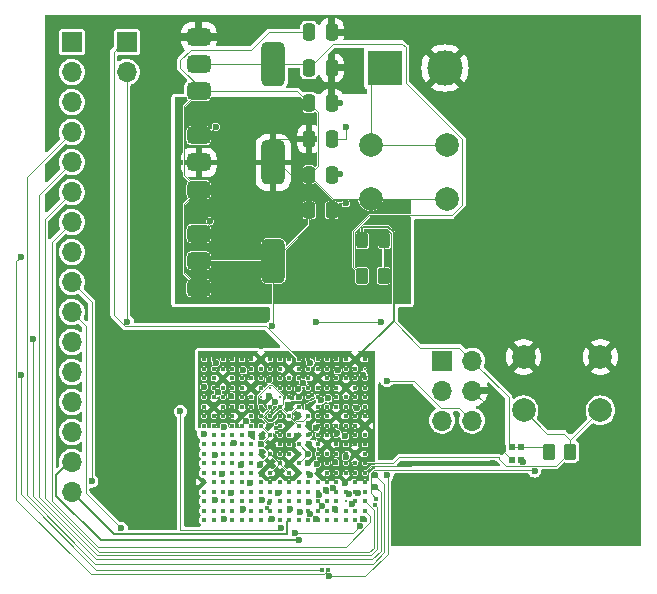
<source format=gbr>
%TF.GenerationSoftware,KiCad,Pcbnew,8.0.3*%
%TF.CreationDate,2025-04-27T14:59:32+02:00*%
%TF.ProjectId,FPGA_Audio_Board,46504741-5f41-4756-9469-6f5f426f6172,rev?*%
%TF.SameCoordinates,Original*%
%TF.FileFunction,Copper,L1,Top*%
%TF.FilePolarity,Positive*%
%FSLAX46Y46*%
G04 Gerber Fmt 4.6, Leading zero omitted, Abs format (unit mm)*
G04 Created by KiCad (PCBNEW 8.0.3) date 2025-04-27 14:59:32*
%MOMM*%
%LPD*%
G01*
G04 APERTURE LIST*
G04 Aperture macros list*
%AMRoundRect*
0 Rectangle with rounded corners*
0 $1 Rounding radius*
0 $2 $3 $4 $5 $6 $7 $8 $9 X,Y pos of 4 corners*
0 Add a 4 corners polygon primitive as box body*
4,1,4,$2,$3,$4,$5,$6,$7,$8,$9,$2,$3,0*
0 Add four circle primitives for the rounded corners*
1,1,$1+$1,$2,$3*
1,1,$1+$1,$4,$5*
1,1,$1+$1,$6,$7*
1,1,$1+$1,$8,$9*
0 Add four rect primitives between the rounded corners*
20,1,$1+$1,$2,$3,$4,$5,0*
20,1,$1+$1,$4,$5,$6,$7,0*
20,1,$1+$1,$6,$7,$8,$9,0*
20,1,$1+$1,$8,$9,$2,$3,0*%
G04 Aperture macros list end*
%TA.AperFunction,SMDPad,CuDef*%
%ADD10RoundRect,0.243750X-0.243750X-0.456250X0.243750X-0.456250X0.243750X0.456250X-0.243750X0.456250X0*%
%TD*%
%TA.AperFunction,SMDPad,CuDef*%
%ADD11R,0.500000X0.600000*%
%TD*%
%TA.AperFunction,SMDPad,CuDef*%
%ADD12RoundRect,0.250000X-0.250000X-0.475000X0.250000X-0.475000X0.250000X0.475000X-0.250000X0.475000X0*%
%TD*%
%TA.AperFunction,ComponentPad*%
%ADD13C,2.000000*%
%TD*%
%TA.AperFunction,ComponentPad*%
%ADD14R,1.700000X1.700000*%
%TD*%
%TA.AperFunction,ComponentPad*%
%ADD15O,1.700000X1.700000*%
%TD*%
%TA.AperFunction,SMDPad,CuDef*%
%ADD16RoundRect,0.250000X-0.262500X-0.450000X0.262500X-0.450000X0.262500X0.450000X-0.262500X0.450000X0*%
%TD*%
%TA.AperFunction,SMDPad,CuDef*%
%ADD17RoundRect,0.375000X-0.625000X-0.375000X0.625000X-0.375000X0.625000X0.375000X-0.625000X0.375000X0*%
%TD*%
%TA.AperFunction,SMDPad,CuDef*%
%ADD18RoundRect,0.500000X-0.500000X-1.400000X0.500000X-1.400000X0.500000X1.400000X-0.500000X1.400000X0*%
%TD*%
%TA.AperFunction,ComponentPad*%
%ADD19R,3.000000X3.000000*%
%TD*%
%TA.AperFunction,ComponentPad*%
%ADD20C,3.000000*%
%TD*%
%TA.AperFunction,BGAPad,CuDef*%
%ADD21C,0.400000*%
%TD*%
%TA.AperFunction,BGAPad,CuDef*%
%ADD22C,0.200000*%
%TD*%
%TA.AperFunction,ViaPad*%
%ADD23C,0.600000*%
%TD*%
%TA.AperFunction,ViaPad*%
%ADD24C,0.400000*%
%TD*%
%TA.AperFunction,ViaPad*%
%ADD25C,0.500000*%
%TD*%
%TA.AperFunction,Conductor*%
%ADD26C,0.200000*%
%TD*%
%TA.AperFunction,Conductor*%
%ADD27C,0.100000*%
%TD*%
%TA.AperFunction,Conductor*%
%ADD28C,0.050000*%
%TD*%
G04 APERTURE END LIST*
D10*
%TO.P,D1,1,K*%
%TO.N,3V3*%
X146390000Y-92125000D03*
%TO.P,D1,2,A*%
%TO.N,Net-(D1-A)*%
X148265000Y-92125000D03*
%TD*%
D11*
%TO.P,X1,1,Tri-State*%
%TO.N,3V3*%
X159057500Y-109600000D03*
%TO.P,X1,2,GND*%
%TO.N,GND*%
X159057500Y-110700000D03*
%TO.P,X1,3,OUT*%
%TO.N,CLK100MHZ*%
X159857500Y-110700000D03*
%TO.P,X1,4,VDD*%
%TO.N,3V3*%
X159857500Y-109600000D03*
%TD*%
D12*
%TO.P,C1,1*%
%TO.N,Net-(SW1-B)*%
X141907500Y-74510000D03*
%TO.P,C1,2*%
%TO.N,GND*%
X143807500Y-74510000D03*
%TD*%
D13*
%TO.P,SW2,1,1*%
%TO.N,GND*%
X160057500Y-102000000D03*
X166557500Y-102000000D03*
%TO.P,SW2,2,2*%
%TO.N,RESET*%
X160057500Y-106500000D03*
X166557500Y-106500000D03*
%TD*%
D14*
%TO.P,AUDIO_OUT_HEADER1,1,Pin_1*%
%TO.N,AUD_PWM*%
X126457500Y-75330000D03*
D15*
%TO.P,AUDIO_OUT_HEADER1,2,Pin_2*%
%TO.N,AUD_SD*%
X126457500Y-77870000D03*
%TD*%
D16*
%TO.P,R1,1*%
%TO.N,Net-(U1-VO)*%
X146375000Y-95120000D03*
%TO.P,R1,2*%
%TO.N,Net-(D1-A)*%
X148200000Y-95120000D03*
%TD*%
D12*
%TO.P,C6,1*%
%TO.N,1V0*%
X141907500Y-89560000D03*
%TO.P,C6,2*%
%TO.N,GND*%
X143807500Y-89560000D03*
%TD*%
D17*
%TO.P,U3,1,GND*%
%TO.N,GND*%
X132557500Y-91555000D03*
%TO.P,U3,2,VO*%
%TO.N,1V0*%
X132557500Y-93855000D03*
D18*
X138857500Y-93855000D03*
D17*
%TO.P,U3,3,VI*%
%TO.N,Net-(SW1-B)*%
X132557500Y-96155000D03*
%TD*%
D14*
%TO.P,SW_HEADER1,1,Pin_1*%
%TO.N,SW_0*%
X121807500Y-75330000D03*
D15*
%TO.P,SW_HEADER1,2,Pin_2*%
%TO.N,SW_1*%
X121807500Y-77870000D03*
%TO.P,SW_HEADER1,3,Pin_3*%
%TO.N,SW_2*%
X121807500Y-80410000D03*
%TO.P,SW_HEADER1,4,Pin_4*%
%TO.N,SW_3*%
X121807500Y-82950000D03*
%TO.P,SW_HEADER1,5,Pin_5*%
%TO.N,SW_4*%
X121807500Y-85490000D03*
%TO.P,SW_HEADER1,6,Pin_6*%
%TO.N,SW_5*%
X121807500Y-88030000D03*
%TO.P,SW_HEADER1,7,Pin_7*%
%TO.N,SW_6*%
X121807500Y-90570000D03*
%TO.P,SW_HEADER1,8,Pin_8*%
%TO.N,SW_7*%
X121807500Y-93110000D03*
%TO.P,SW_HEADER1,9,Pin_9*%
%TO.N,SW_8*%
X121807500Y-95650000D03*
%TO.P,SW_HEADER1,10,Pin_10*%
%TO.N,SW_9*%
X121807500Y-98190000D03*
%TO.P,SW_HEADER1,11,Pin_11*%
%TO.N,SW_10*%
X121807500Y-100730000D03*
%TO.P,SW_HEADER1,12,Pin_12*%
%TO.N,SW_11*%
X121807500Y-103270000D03*
%TO.P,SW_HEADER1,13,Pin_13*%
%TO.N,SW_12*%
X121807500Y-105810000D03*
%TO.P,SW_HEADER1,14,Pin_14*%
%TO.N,SW_13*%
X121807500Y-108350000D03*
%TO.P,SW_HEADER1,15,Pin_15*%
%TO.N,SW_14*%
X121807500Y-110890000D03*
%TO.P,SW_HEADER1,16,Pin_16*%
%TO.N,SW_15*%
X121807500Y-113430000D03*
%TD*%
D12*
%TO.P,C5,1*%
%TO.N,Net-(SW1-B)*%
X141907500Y-86550000D03*
%TO.P,C5,2*%
%TO.N,GND*%
X143807500Y-86550000D03*
%TD*%
D16*
%TO.P,R2,1*%
%TO.N,3V3*%
X162175000Y-110000000D03*
%TO.P,R2,2*%
%TO.N,RESET*%
X164000000Y-110000000D03*
%TD*%
D19*
%TO.P,J1,1,Pin_1*%
%TO.N,/POWER/+5V_IN*%
X148317500Y-77530000D03*
D20*
%TO.P,J1,2,Pin_2*%
%TO.N,GND*%
X153397500Y-77530000D03*
%TD*%
D21*
%TO.P,U4,A1,IO_L9N_T1_DQS_AD7N_35*%
%TO.N,unconnected-(U4C-IO_L9N_T1_DQS_AD7N_35-PadA1)*%
X133007500Y-102200000D03*
%TO.P,U4,A2,GND*%
%TO.N,GND*%
X133807500Y-102200000D03*
%TO.P,U4,A3,IO_L8N_T1_AD14N_35*%
%TO.N,unconnected-(U4C-IO_L8N_T1_AD14N_35-PadA3)*%
X134607500Y-102200000D03*
%TO.P,U4,A4,IO_L8P_T1_AD14P_35*%
%TO.N,unconnected-(U4C-IO_L8P_T1_AD14P_35-PadA4)*%
X135407500Y-102200000D03*
%TO.P,U4,A5,IO_L3N_T0_DQS_AD5N_35*%
%TO.N,unconnected-(U4C-IO_L3N_T0_DQS_AD5N_35-PadA5)*%
X136207500Y-102200000D03*
%TO.P,U4,A6,IO_L3P_T0_DQS_AD5P_35*%
%TO.N,unconnected-(U4C-IO_L3P_T0_DQS_AD5P_35-PadA6)*%
X137007500Y-102200000D03*
%TO.P,U4,A7,VCCO_35*%
%TO.N,3V3*%
X137807500Y-102200000D03*
%TO.P,U4,A8,IO_L12N_T1_MRCC_16*%
%TO.N,unconnected-(U4B-IO_L12N_T1_MRCC_16-PadA8)*%
X138607500Y-102200000D03*
%TO.P,U4,A9,IO_L14N_T2_SRCC_16*%
%TO.N,unconnected-(U4B-IO_L14N_T2_SRCC_16-PadA9)*%
X139407500Y-102200000D03*
%TO.P,U4,A10,IO_L14P_T2_SRCC_16*%
%TO.N,unconnected-(U4B-IO_L14P_T2_SRCC_16-PadA10)*%
X140207500Y-102200000D03*
%TO.P,U4,A11,IO_L4N_T0_15*%
%TO.N,AUD_PWM*%
X141007500Y-102200000D03*
%TO.P,U4,A12,GND*%
%TO.N,GND*%
X141807500Y-102200000D03*
%TO.P,U4,A13,IO_L9P_T1_DQS_AD3P_15*%
%TO.N,unconnected-(U4A-IO_L9P_T1_DQS_AD3P_15-PadA13)*%
X142607500Y-102200000D03*
%TO.P,U4,A14,IO_L9N_T1_DQS_AD3N_15*%
%TO.N,unconnected-(U4A-IO_L9N_T1_DQS_AD3N_15-PadA14)*%
X143407500Y-102200000D03*
%TO.P,U4,A15,IO_L8P_T1_AD10P_15*%
%TO.N,unconnected-(U4A-IO_L8P_T1_AD10P_15-PadA15)*%
X144207500Y-102200000D03*
%TO.P,U4,A16,IO_L8N_T1_AD10N_15*%
%TO.N,unconnected-(U4A-IO_L8N_T1_AD10N_15-PadA16)*%
X145007500Y-102200000D03*
%TO.P,U4,A17,VCCO_15*%
%TO.N,3V3*%
X145807500Y-102200000D03*
%TO.P,U4,A18,IO_L10N_T1_AD11N_15*%
%TO.N,unconnected-(U4A-IO_L10N_T1_AD11N_15-PadA18)*%
X146607500Y-102200000D03*
%TO.P,U4,B1,IO_L9P_T1_DQS_AD7P_35*%
%TO.N,unconnected-(U4C-IO_L9P_T1_DQS_AD7P_35-PadB1)*%
X133007500Y-103000000D03*
%TO.P,U4,B2,IO_L10N_T1_AD15N_35*%
%TO.N,unconnected-(U4C-IO_L10N_T1_AD15N_35-PadB2)*%
X133807500Y-103000000D03*
%TO.P,U4,B3,IO_L10P_T1_AD15P_35*%
%TO.N,unconnected-(U4C-IO_L10P_T1_AD15P_35-PadB3)*%
X134607500Y-103000000D03*
%TO.P,U4,B4,IO_L7N_T1_AD6N_35*%
%TO.N,unconnected-(U4C-IO_L7N_T1_AD6N_35-PadB4)*%
X135407500Y-103000000D03*
%TO.P,U4,B5,GND*%
%TO.N,GND*%
X136207500Y-103000000D03*
%TO.P,U4,B6,IO_L2N_T0_AD12N_35*%
%TO.N,unconnected-(U4C-IO_L2N_T0_AD12N_35-PadB6)*%
X137007500Y-103000000D03*
%TO.P,U4,B7,IO_L2P_T0_AD12P_35*%
%TO.N,unconnected-(U4C-IO_L2P_T0_AD12P_35-PadB7)*%
X137807500Y-103000000D03*
%TO.P,U4,B8,IO_L12P_T1_MRCC_16*%
%TO.N,unconnected-(U4B-IO_L12P_T1_MRCC_16-PadB8)*%
X138607500Y-103000000D03*
%TO.P,U4,B9,IO_L11N_T1_SRCC_16*%
%TO.N,unconnected-(U4B-IO_L11N_T1_SRCC_16-PadB9)*%
X139407500Y-103000000D03*
%TO.P,U4,B10,VCCO_16*%
%TO.N,3V3*%
X140207500Y-103000000D03*
%TO.P,U4,B11,IO_L4P_T0_15*%
%TO.N,unconnected-(U4A-IO_L4P_T0_15-PadB11)*%
X141007500Y-103000000D03*
%TO.P,U4,B12,IO_L3N_T0_DQS_AD1N_15*%
%TO.N,unconnected-(U4A-IO_L3N_T0_DQS_AD1N_15-PadB12)*%
X141807500Y-103000000D03*
%TO.P,U4,B13,IO_L2P_T0_AD8P_15*%
%TO.N,unconnected-(U4A-IO_L2P_T0_AD8P_15-PadB13)*%
X142607500Y-103000000D03*
%TO.P,U4,B14,IO_L2N_T0_AD8N_15*%
%TO.N,unconnected-(U4A-IO_L2N_T0_AD8N_15-PadB14)*%
X143407500Y-103000000D03*
%TO.P,U4,B15,GND*%
%TO.N,GND*%
X144207500Y-103000000D03*
%TO.P,U4,B16,IO_L7P_T1_AD2P_15*%
%TO.N,unconnected-(U4A-IO_L7P_T1_AD2P_15-PadB16)*%
X145007500Y-103000000D03*
%TO.P,U4,B17,IO_L7N_T1_AD2N_15*%
%TO.N,unconnected-(U4A-IO_L7N_T1_AD2N_15-PadB17)*%
X145807500Y-103000000D03*
D22*
%TO.P,U4,B18,IO_L10P_T1_AD11P_15*%
%TO.N,unconnected-(U4A-IO_L10P_T1_AD11P_15-PadB18)*%
X146607500Y-103000000D03*
D21*
%TO.P,U4,C1,IO_L16N_T2_35*%
%TO.N,unconnected-(U4C-IO_L16N_T2_35-PadC1)*%
X133007500Y-103800000D03*
%TO.P,U4,C2,IO_L16P_T2_35*%
%TO.N,unconnected-(U4C-IO_L16P_T2_35-PadC2)*%
X133807500Y-103800000D03*
%TO.P,U4,C3,VCCO_35*%
%TO.N,3V3*%
X134607500Y-103800000D03*
%TO.P,U4,C4,IO_L7P_T1_AD6P_35*%
%TO.N,unconnected-(U4C-IO_L7P_T1_AD6P_35-PadC4)*%
X135407500Y-103800000D03*
%TO.P,U4,C5,IO_L1N_T0_AD4N_35*%
%TO.N,unconnected-(U4C-IO_L1N_T0_AD4N_35-PadC5)*%
X136207500Y-103800000D03*
%TO.P,U4,C6,IO_L1P_T0_AD4P_35*%
%TO.N,unconnected-(U4C-IO_L1P_T0_AD4P_35-PadC6)*%
X137007500Y-103800000D03*
%TO.P,U4,C7,IO_L4N_T0_35*%
%TO.N,unconnected-(U4C-IO_L4N_T0_35-PadC7)*%
X137807500Y-103800000D03*
%TO.P,U4,C8,GND*%
%TO.N,GND*%
X138607500Y-103800000D03*
%TO.P,U4,C9,IO_L11P_T1_SRCC_16*%
%TO.N,unconnected-(U4B-IO_L11P_T1_SRCC_16-PadC9)*%
X139407500Y-103800000D03*
%TO.P,U4,C10,IO_L13N_T2_MRCC_16*%
%TO.N,unconnected-(U4B-IO_L13N_T2_MRCC_16-PadC10)*%
X140207500Y-103800000D03*
%TO.P,U4,C11,IO_L13P_T2_MRCC_16*%
%TO.N,unconnected-(U4B-IO_L13P_T2_MRCC_16-PadC11)*%
X141007500Y-103800000D03*
%TO.P,U4,C12,IO_L3P_T0_DQS_AD1P_15*%
%TO.N,unconnected-(U4A-IO_L3P_T0_DQS_AD1P_15-PadC12)*%
X141807500Y-103800000D03*
%TO.P,U4,C13,VCCO_15*%
%TO.N,3V3*%
X142607500Y-103800000D03*
%TO.P,U4,C14,IO_L1N_T0_AD0N_15*%
%TO.N,unconnected-(U4A-IO_L1N_T0_AD0N_15-PadC14)*%
X143407500Y-103800000D03*
%TO.P,U4,C15,IO_L12N_T1_MRCC_15*%
%TO.N,unconnected-(U4A-IO_L12N_T1_MRCC_15-PadC15)*%
X144207500Y-103800000D03*
%TO.P,U4,C16,IO_L20P_T3_A20_15*%
%TO.N,unconnected-(U4A-IO_L20P_T3_A20_15-PadC16)*%
X145007500Y-103800000D03*
%TO.P,U4,C17,IO_L20N_T3_A19_15*%
%TO.N,unconnected-(U4A-IO_L20N_T3_A19_15-PadC17)*%
X145807500Y-103800000D03*
%TO.P,U4,C18,GND*%
%TO.N,GND*%
X146607500Y-103800000D03*
%TO.P,U4,D1,GND*%
X133007500Y-104600000D03*
%TO.P,U4,D2,IO_L14N_T2_SRCC_35*%
%TO.N,unconnected-(U4C-IO_L14N_T2_SRCC_35-PadD2)*%
X133807500Y-104600000D03*
%TO.P,U4,D3,IO_L12N_T1_MRCC_35*%
%TO.N,unconnected-(U4C-IO_L12N_T1_MRCC_35-PadD3)*%
X134607500Y-104600000D03*
%TO.P,U4,D4,IO_L11N_T1_SRCC_35*%
%TO.N,unconnected-(U4C-IO_L11N_T1_SRCC_35-PadD4)*%
X135407500Y-104600000D03*
%TO.P,U4,D5,IO_L11P_T1_SRCC_35*%
%TO.N,unconnected-(U4C-IO_L11P_T1_SRCC_35-PadD5)*%
X136207500Y-104600000D03*
%TO.P,U4,D6,VCCO_35*%
%TO.N,3V3*%
X137007500Y-104600000D03*
%TO.P,U4,D7,IO_L6N_T0_VREF_35*%
%TO.N,unconnected-(U4C-IO_L6N_T0_VREF_35-PadD7)*%
X137807500Y-104600000D03*
D22*
%TO.P,U4,D8,IO_L4P_T0_35*%
%TO.N,unconnected-(U4C-IO_L4P_T0_35-PadD8)*%
X138607500Y-104600000D03*
D21*
%TO.P,U4,D9,IO_L6N_T0_VREF_16*%
%TO.N,unconnected-(U4B-IO_L6N_T0_VREF_16-PadD9)*%
X139407500Y-104600000D03*
%TO.P,U4,D10,IO_L19N_T3_VREF_16*%
%TO.N,unconnected-(U4B-IO_L19N_T3_VREF_16-PadD10)*%
X140207500Y-104600000D03*
%TO.P,U4,D11,GND*%
%TO.N,GND*%
X141007500Y-104600000D03*
%TO.P,U4,D12,IO_L6P_T0_15*%
%TO.N,AUD_SD*%
X141807500Y-104600000D03*
%TO.P,U4,D13,IO_L6N_T0_VREF_15*%
%TO.N,unconnected-(U4A-IO_L6N_T0_VREF_15-PadD13)*%
X142607500Y-104600000D03*
%TO.P,U4,D14,IO_L1P_T0_AD0P_15*%
%TO.N,unconnected-(U4A-IO_L1P_T0_AD0P_15-PadD14)*%
X143407500Y-104600000D03*
%TO.P,U4,D15,IO_L12P_T1_MRCC_15*%
%TO.N,unconnected-(U4A-IO_L12P_T1_MRCC_15-PadD15)*%
X144207500Y-104600000D03*
%TO.P,U4,D16,VCCO_15*%
%TO.N,3V3*%
X145007500Y-104600000D03*
%TO.P,U4,D17,IO_L16N_T2_A27_15*%
%TO.N,unconnected-(U4A-IO_L16N_T2_A27_15-PadD17)*%
X145807500Y-104600000D03*
%TO.P,U4,D18,IO_L21N_T3_DQS_A18_15*%
%TO.N,unconnected-(U4A-IO_L21N_T3_DQS_A18_15-PadD18)*%
X146607500Y-104600000D03*
%TO.P,U4,E1,IO_L18N_T2_35*%
%TO.N,unconnected-(U4C-IO_L18N_T2_35-PadE1)*%
X133007500Y-105400000D03*
%TO.P,U4,E2,IO_L14P_T2_SRCC_35*%
%TO.N,unconnected-(U4C-IO_L14P_T2_SRCC_35-PadE2)*%
X133807500Y-105400000D03*
%TO.P,U4,E3,IO_L12P_T1_MRCC_35*%
%TO.N,CLK100MHZ*%
X134607500Y-105400000D03*
%TO.P,U4,E4,GND*%
%TO.N,GND*%
X135407500Y-105400000D03*
%TO.P,U4,E5,IO_L5N_T0_AD13N_35*%
%TO.N,unconnected-(U4C-IO_L5N_T0_AD13N_35-PadE5)*%
X136207500Y-105400000D03*
%TO.P,U4,E6,IO_L5P_T0_AD13P_35*%
%TO.N,unconnected-(U4C-IO_L5P_T0_AD13P_35-PadE6)*%
X137007500Y-105400000D03*
D22*
%TO.P,U4,E7,IO_L6P_T0_35*%
%TO.N,unconnected-(U4C-IO_L6P_T0_35-PadE7)*%
X137807500Y-105400000D03*
D21*
%TO.P,U4,E8,VCCBATT_0*%
%TO.N,3V3*%
X138607500Y-105400000D03*
D22*
%TO.P,U4,E9,CCLK_0*%
%TO.N,unconnected-(U4D-CCLK_0-PadE9)*%
X139407500Y-105400000D03*
D21*
%TO.P,U4,E10,TCK_0*%
%TO.N,TCK*%
X140207500Y-105400000D03*
%TO.P,U4,E11,TDI_0*%
%TO.N,TDI*%
X141007500Y-105400000D03*
%TO.P,U4,E12,TMS_0*%
%TO.N,TMS*%
X141807500Y-105400000D03*
%TO.P,U4,E13,TDO_0*%
%TO.N,TDO*%
X142607500Y-105400000D03*
%TO.P,U4,E14,GND*%
%TO.N,GND*%
X143407500Y-105400000D03*
%TO.P,U4,E15,IO_L11P_T1_SRCC_15*%
%TO.N,unconnected-(U4A-IO_L11P_T1_SRCC_15-PadE15)*%
X144207500Y-105400000D03*
%TO.P,U4,E16,IO_L11N_T1_SRCC_15*%
%TO.N,unconnected-(U4A-IO_L11N_T1_SRCC_15-PadE16)*%
X145007500Y-105400000D03*
%TO.P,U4,E17,IO_L16P_T2_A28_15*%
%TO.N,unconnected-(U4A-IO_L16P_T2_A28_15-PadE17)*%
X145807500Y-105400000D03*
%TO.P,U4,E18,IO_L21P_T3_DQS_15*%
%TO.N,unconnected-(U4A-IO_L21P_T3_DQS_15-PadE18)*%
X146607500Y-105400000D03*
%TO.P,U4,F1,IO_L18P_T2_35*%
%TO.N,unconnected-(U4C-IO_L18P_T2_35-PadF1)*%
X133007500Y-106200000D03*
%TO.P,U4,F2,VCCO_35*%
%TO.N,3V3*%
X133807500Y-106200000D03*
%TO.P,U4,F3,IO_L13N_T2_MRCC_35*%
%TO.N,unconnected-(U4C-IO_L13N_T2_MRCC_35-PadF3)*%
X134607500Y-106200000D03*
%TO.P,U4,F4,IO_L13P_T2_MRCC_35*%
%TO.N,unconnected-(U4C-IO_L13P_T2_MRCC_35-PadF4)*%
X135407500Y-106200000D03*
%TO.P,U4,F5,IO_0_35*%
%TO.N,unconnected-(U4C-IO_0_35-PadF5)*%
X136207500Y-106200000D03*
%TO.P,U4,F6,IO_L19N_T3_VREF_35*%
%TO.N,unconnected-(U4C-IO_L19N_T3_VREF_35-PadF6)*%
X137007500Y-106200000D03*
%TO.P,U4,F7,GND*%
%TO.N,GND*%
X137807500Y-106200000D03*
%TO.P,U4,F8,VCCINT*%
%TO.N,1V0*%
X138607500Y-106200000D03*
%TO.P,U4,F9,GND*%
%TO.N,GND*%
X139407500Y-106200000D03*
%TO.P,U4,F10,VCCBRAM*%
%TO.N,3V3*%
X140207500Y-106200000D03*
%TO.P,U4,F11,GND*%
%TO.N,GND*%
X141007500Y-106200000D03*
%TO.P,U4,F12,VCCAUX*%
%TO.N,1V8*%
X141807500Y-106200000D03*
%TO.P,U4,F13,IO_L5P_T0_AD9P_15*%
%TO.N,unconnected-(U4A-IO_L5P_T0_AD9P_15-PadF13)*%
X142607500Y-106200000D03*
%TO.P,U4,F14,IO_L5N_T0_AD9N_15*%
%TO.N,unconnected-(U4A-IO_L5N_T0_AD9N_15-PadF14)*%
X143407500Y-106200000D03*
%TO.P,U4,F15,IO_L14P_T2_SRCC_15*%
%TO.N,unconnected-(U4A-IO_L14P_T2_SRCC_15-PadF15)*%
X144207500Y-106200000D03*
%TO.P,U4,F16,IO_L14N_T2_SRCC_15*%
%TO.N,unconnected-(U4A-IO_L14N_T2_SRCC_15-PadF16)*%
X145007500Y-106200000D03*
%TO.P,U4,F17,GND*%
%TO.N,GND*%
X145807500Y-106200000D03*
%TO.P,U4,F18,IO_L22N_T3_A16_15*%
%TO.N,unconnected-(U4A-IO_L22N_T3_A16_15-PadF18)*%
X146607500Y-106200000D03*
%TO.P,U4,G1,IO_L17N_T2_35*%
%TO.N,unconnected-(U4C-IO_L17N_T2_35-PadG1)*%
X133007500Y-107000000D03*
%TO.P,U4,G2,IO_L15N_T2_DQS_35*%
%TO.N,unconnected-(U4C-IO_L15N_T2_DQS_35-PadG2)*%
X133807500Y-107000000D03*
%TO.P,U4,G3,IO_L20N_T3_35*%
%TO.N,unconnected-(U4C-IO_L20N_T3_35-PadG3)*%
X134607500Y-107000000D03*
%TO.P,U4,G4,IO_L20P_T3_35*%
%TO.N,unconnected-(U4C-IO_L20P_T3_35-PadG4)*%
X135407500Y-107000000D03*
%TO.P,U4,G5,VCCO_35*%
%TO.N,3V3*%
X136207500Y-107000000D03*
%TO.P,U4,G6,IO_L19P_T3_35*%
%TO.N,unconnected-(U4C-IO_L19P_T3_35-PadG6)*%
X137007500Y-107000000D03*
%TO.P,U4,G7,VCCINT*%
%TO.N,1V0*%
X137807500Y-107000000D03*
%TO.P,U4,G8,GND*%
%TO.N,GND*%
X138607500Y-107000000D03*
%TO.P,U4,G9,VCCINT*%
%TO.N,1V0*%
X139407500Y-107000000D03*
%TO.P,U4,G10,GND*%
%TO.N,GND*%
X140207500Y-107000000D03*
%TO.P,U4,G11,VCCBRAM*%
%TO.N,3V3*%
X141007500Y-107000000D03*
%TO.P,U4,G12,GND*%
%TO.N,GND*%
X141807500Y-107000000D03*
%TO.P,U4,G13,IO_0_15*%
%TO.N,unconnected-(U4A-IO_0_15-PadG13)*%
X142607500Y-107000000D03*
%TO.P,U4,G14,IO_L15N_T2_DQS_ADV_B_15*%
%TO.N,unconnected-(U4A-IO_L15N_T2_DQS_ADV_B_15-PadG14)*%
X143407500Y-107000000D03*
%TO.P,U4,G15,VCCO_15*%
%TO.N,3V3*%
X144207500Y-107000000D03*
%TO.P,U4,G16,IO_L13N_T2_MRCC_15*%
%TO.N,unconnected-(U4A-IO_L13N_T2_MRCC_15-PadG16)*%
X145007500Y-107000000D03*
%TO.P,U4,G17,IO_L18N_T2_A23_15*%
%TO.N,unconnected-(U4A-IO_L18N_T2_A23_15-PadG17)*%
X145807500Y-107000000D03*
%TO.P,U4,G18,IO_L22P_T3_A17_15*%
%TO.N,unconnected-(U4A-IO_L22P_T3_A17_15-PadG18)*%
X146607500Y-107000000D03*
%TO.P,U4,H1,IO_L17P_T2_35*%
%TO.N,unconnected-(U4C-IO_L17P_T2_35-PadH1)*%
X133007500Y-107800000D03*
%TO.P,U4,H2,IO_L15P_T2_DQS_35*%
%TO.N,unconnected-(U4C-IO_L15P_T2_DQS_35-PadH2)*%
X133807500Y-107800000D03*
%TO.P,U4,H3,GND*%
%TO.N,GND*%
X134607500Y-107800000D03*
%TO.P,U4,H4,IO_L21N_T3_DQS_35*%
%TO.N,unconnected-(U4C-IO_L21N_T3_DQS_35-PadH4)*%
X135407500Y-107800000D03*
%TO.P,U4,H5,IO_L24N_T3_35*%
%TO.N,unconnected-(U4C-IO_L24N_T3_35-PadH5)*%
X136207500Y-107800000D03*
%TO.P,U4,H6,IO_L24P_T3_35*%
%TO.N,SW_12*%
X137007500Y-107800000D03*
%TO.P,U4,H7,GND*%
%TO.N,GND*%
X137807500Y-107800000D03*
%TO.P,U4,H8,VCCINT*%
%TO.N,1V0*%
X138607500Y-107800000D03*
%TO.P,U4,H9,GNDADC_0*%
%TO.N,GND*%
X139407500Y-107800000D03*
%TO.P,U4,H10,VCCADC_0*%
%TO.N,3V3*%
X140207500Y-107800000D03*
%TO.P,U4,H11,GND*%
%TO.N,GND*%
X141007500Y-107800000D03*
%TO.P,U4,H12,VCCAUX*%
%TO.N,1V8*%
X141807500Y-107800000D03*
%TO.P,U4,H13,GND*%
%TO.N,GND*%
X142607500Y-107800000D03*
%TO.P,U4,H14,IO_L15P_T2_DQS_15*%
%TO.N,unconnected-(U4A-IO_L15P_T2_DQS_15-PadH14)*%
X143407500Y-107800000D03*
%TO.P,U4,H15,IO_L19N_T3_A21_VREF_15*%
%TO.N,unconnected-(U4A-IO_L19N_T3_A21_VREF_15-PadH15)*%
X144207500Y-107800000D03*
%TO.P,U4,H16,IO_L13P_T2_MRCC_15*%
%TO.N,unconnected-(U4A-IO_L13P_T2_MRCC_15-PadH16)*%
X145007500Y-107800000D03*
%TO.P,U4,H17,IO_L18P_T2_A24_15*%
%TO.N,unconnected-(U4A-IO_L18P_T2_A24_15-PadH17)*%
X145807500Y-107800000D03*
%TO.P,U4,H18,VCCO_15*%
%TO.N,3V3*%
X146607500Y-107800000D03*
%TO.P,U4,J1,VCCO_35*%
X133007500Y-108600000D03*
%TO.P,U4,J2,IO_L22N_T3_35*%
%TO.N,unconnected-(U4C-IO_L22N_T3_35-PadJ2)*%
X133807500Y-108600000D03*
%TO.P,U4,J3,IO_L22P_T3_35*%
%TO.N,unconnected-(U4C-IO_L22P_T3_35-PadJ3)*%
X134607500Y-108600000D03*
%TO.P,U4,J4,IO_L21P_T3_DQS_35*%
%TO.N,unconnected-(U4C-IO_L21P_T3_DQS_35-PadJ4)*%
X135407500Y-108600000D03*
%TO.P,U4,J5,IO_25_35*%
%TO.N,unconnected-(U4C-IO_25_35-PadJ5)*%
X136207500Y-108600000D03*
%TO.P,U4,J6,GND*%
%TO.N,GND*%
X137007500Y-108600000D03*
%TO.P,U4,J7,VCCINT*%
%TO.N,1V0*%
X137807500Y-108600000D03*
%TO.P,U4,J8,GND*%
%TO.N,GND*%
X138607500Y-108600000D03*
%TO.P,U4,J9,VREFN_0*%
%TO.N,unconnected-(U4D-VREFN_0-PadJ9)*%
X139407500Y-108600000D03*
%TO.P,U4,J10,VP_0*%
%TO.N,unconnected-(U4D-VP_0-PadJ10)*%
X140207500Y-108600000D03*
%TO.P,U4,J11,VCCINT*%
%TO.N,1V0*%
X141007500Y-108600000D03*
%TO.P,U4,J12,GND*%
%TO.N,GND*%
X141807500Y-108600000D03*
%TO.P,U4,J13,IO_L17N_T2_A25_15*%
%TO.N,unconnected-(U4A-IO_L17N_T2_A25_15-PadJ13)*%
X142607500Y-108600000D03*
%TO.P,U4,J14,IO_L19P_T3_A22_15*%
%TO.N,unconnected-(U4A-IO_L19P_T3_A22_15-PadJ14)*%
X143407500Y-108600000D03*
%TO.P,U4,J15,IO_L24N_T3_RS0_15*%
%TO.N,SW_0*%
X144207500Y-108600000D03*
%TO.P,U4,J16,GND*%
%TO.N,GND*%
X145007500Y-108600000D03*
%TO.P,U4,J17,IO_L23P_T3_FOE_B_15*%
%TO.N,unconnected-(U4A-IO_L23P_T3_FOE_B_15-PadJ17)*%
X145807500Y-108600000D03*
%TO.P,U4,J18,IO_L23N_T3_FWE_B_15*%
%TO.N,unconnected-(U4A-IO_L23N_T3_FWE_B_15-PadJ18)*%
X146607500Y-108600000D03*
%TO.P,U4,K1,IO_L23N_T3_35*%
%TO.N,unconnected-(U4C-IO_L23N_T3_35-PadK1)*%
X133007500Y-109400000D03*
%TO.P,U4,K2,IO_L23P_T3_35*%
%TO.N,unconnected-(U4C-IO_L23P_T3_35-PadK2)*%
X133807500Y-109400000D03*
%TO.P,U4,K3,IO_L2P_T0_34*%
%TO.N,unconnected-(U4B-IO_L2P_T0_34-PadK3)*%
X134607500Y-109400000D03*
%TO.P,U4,K4,VCCO_34*%
%TO.N,3V3*%
X135407500Y-109400000D03*
%TO.P,U4,K5,IO_L5P_T0_34*%
%TO.N,unconnected-(U4B-IO_L5P_T0_34-PadK5)*%
X136207500Y-109400000D03*
%TO.P,U4,K6,IO_0_34*%
%TO.N,unconnected-(U4B-IO_0_34-PadK6)*%
X137007500Y-109400000D03*
%TO.P,U4,K7,GND*%
%TO.N,GND*%
X137807500Y-109400000D03*
%TO.P,U4,K8,VCCINT*%
%TO.N,1V0*%
X138607500Y-109400000D03*
%TO.P,U4,K9,VN_0*%
%TO.N,unconnected-(U4D-VN_0-PadK9)*%
X139407500Y-109400000D03*
%TO.P,U4,K10,VREFP_0*%
%TO.N,unconnected-(U4D-VREFP_0-PadK10)*%
X140207500Y-109400000D03*
%TO.P,U4,K11,GND*%
%TO.N,GND*%
X141007500Y-109400000D03*
%TO.P,U4,K12,VCCAUX*%
%TO.N,1V8*%
X141807500Y-109400000D03*
%TO.P,U4,K13,IO_L17P_T2_A26_15*%
%TO.N,unconnected-(U4A-IO_L17P_T2_A26_15-PadK13)*%
X142607500Y-109400000D03*
%TO.P,U4,K14,VCCO_15*%
%TO.N,3V3*%
X143407500Y-109400000D03*
%TO.P,U4,K15,IO_L24P_T3_RS1_15*%
%TO.N,unconnected-(U4A-IO_L24P_T3_RS1_15-PadK15)*%
X144207500Y-109400000D03*
%TO.P,U4,K16,IO_25_15*%
%TO.N,unconnected-(U4A-IO_25_15-PadK16)*%
X145007500Y-109400000D03*
%TO.P,U4,K17,IO_L1P_T0_D00_MOSI_14*%
%TO.N,unconnected-(U4A-IO_L1P_T0_D00_MOSI_14-PadK17)*%
X145807500Y-109400000D03*
%TO.P,U4,K18,IO_L1N_T0_D01_DIN_14*%
%TO.N,unconnected-(U4A-IO_L1N_T0_D01_DIN_14-PadK18)*%
X146607500Y-109400000D03*
%TO.P,U4,L1,IO_L1P_T0_34*%
%TO.N,unconnected-(U4B-IO_L1P_T0_34-PadL1)*%
X133007500Y-110200000D03*
%TO.P,U4,L2,GND*%
%TO.N,GND*%
X133807500Y-110200000D03*
%TO.P,U4,L3,IO_L2N_T0_34*%
%TO.N,unconnected-(U4B-IO_L2N_T0_34-PadL3)*%
X134607500Y-110200000D03*
%TO.P,U4,L4,IO_L5N_T0_34*%
%TO.N,unconnected-(U4B-IO_L5N_T0_34-PadL4)*%
X135407500Y-110200000D03*
%TO.P,U4,L5,IO_L6N_T0_VREF_34*%
%TO.N,unconnected-(U4B-IO_L6N_T0_VREF_34-PadL5)*%
X136207500Y-110200000D03*
%TO.P,U4,L6,IO_L6P_T0_34*%
%TO.N,unconnected-(U4B-IO_L6P_T0_34-PadL6)*%
X137007500Y-110200000D03*
%TO.P,U4,L7,VCCINT*%
%TO.N,1V0*%
X137807500Y-110200000D03*
%TO.P,U4,L8,GND*%
%TO.N,GND*%
X138607500Y-110200000D03*
%TO.P,U4,L9,DXN_0*%
%TO.N,unconnected-(U4D-DXN_0-PadL9)*%
X139407500Y-110200000D03*
%TO.P,U4,L10,DXP_0*%
%TO.N,unconnected-(U4D-DXP_0-PadL10)*%
X140207500Y-110200000D03*
%TO.P,U4,L11,VCCINT*%
%TO.N,1V0*%
X141007500Y-110200000D03*
%TO.P,U4,L12,GND*%
%TO.N,GND*%
X141807500Y-110200000D03*
%TO.P,U4,L13,IO_L6P_T0_FCS_B_14*%
%TO.N,unconnected-(U4A-IO_L6P_T0_FCS_B_14-PadL13)*%
X142607500Y-110200000D03*
%TO.P,U4,L14,IO_L2P_T0_D02_14*%
%TO.N,unconnected-(U4A-IO_L2P_T0_D02_14-PadL14)*%
X143407500Y-110200000D03*
%TO.P,U4,L15,IO_L3P_T0_DQS_PUDC_B_14*%
%TO.N,unconnected-(U4A-IO_L3P_T0_DQS_PUDC_B_14-PadL15)*%
X144207500Y-110200000D03*
%TO.P,U4,L16,IO_L3N_T0_DQS_EMCCLK_14*%
%TO.N,SW_1*%
X145007500Y-110200000D03*
%TO.P,U4,L17,VCCO_14*%
%TO.N,3V3*%
X145807500Y-110200000D03*
%TO.P,U4,L18,IO_L4P_T0_D04_14*%
%TO.N,unconnected-(U4A-IO_L4P_T0_D04_14-PadL18)*%
X146607500Y-110200000D03*
%TO.P,U4,M1,IO_L1N_T0_34*%
%TO.N,unconnected-(U4B-IO_L1N_T0_34-PadM1)*%
X133007500Y-111000000D03*
%TO.P,U4,M2,IO_L4N_T0_34*%
%TO.N,unconnected-(U4B-IO_L4N_T0_34-PadM2)*%
X133807500Y-111000000D03*
%TO.P,U4,M3,IO_L4P_T0_34*%
%TO.N,unconnected-(U4B-IO_L4P_T0_34-PadM3)*%
X134607500Y-111000000D03*
%TO.P,U4,M4,IO_L16P_T2_34*%
%TO.N,unconnected-(U4B-IO_L16P_T2_34-PadM4)*%
X135407500Y-111000000D03*
%TO.P,U4,M5,GND*%
%TO.N,GND*%
X136207500Y-111000000D03*
%TO.P,U4,M6,IO_L18P_T2_34*%
%TO.N,unconnected-(U4B-IO_L18P_T2_34-PadM6)*%
X137007500Y-111000000D03*
%TO.P,U4,M7,GND*%
%TO.N,GND*%
X137807500Y-111000000D03*
%TO.P,U4,M8,VCCINT*%
%TO.N,1V0*%
X138607500Y-111000000D03*
%TO.P,U4,M9,GND*%
%TO.N,GND*%
X139407500Y-111000000D03*
%TO.P,U4,M10,VCCINT*%
%TO.N,1V0*%
X140207500Y-111000000D03*
%TO.P,U4,M11,GND*%
%TO.N,GND*%
X141007500Y-111000000D03*
%TO.P,U4,M12,VCCAUX*%
%TO.N,1V8*%
X141807500Y-111000000D03*
%TO.P,U4,M13,IO_L6N_T0_D08_VREF_14*%
%TO.N,SW_2*%
X142607500Y-111000000D03*
%TO.P,U4,M14,IO_L2N_T0_D03_14*%
%TO.N,unconnected-(U4A-IO_L2N_T0_D03_14-PadM14)*%
X143407500Y-111000000D03*
%TO.P,U4,M15,GND*%
%TO.N,GND*%
X144207500Y-111000000D03*
%TO.P,U4,M16,IO_L10P_T1_D14_14*%
%TO.N,unconnected-(U4A-IO_L10P_T1_D14_14-PadM16)*%
X145007500Y-111000000D03*
%TO.P,U4,M17,IO_L10N_T1_D15_14*%
%TO.N,unconnected-(U4A-IO_L10N_T1_D15_14-PadM17)*%
X145807500Y-111000000D03*
%TO.P,U4,M18,IO_L4N_T0_D05_14*%
%TO.N,RESET*%
X146607500Y-111000000D03*
%TO.P,U4,N1,IO_L3N_T0_DQS_34*%
%TO.N,unconnected-(U4B-IO_L3N_T0_DQS_34-PadN1)*%
X133007500Y-111800000D03*
%TO.P,U4,N2,IO_L3P_T0_DQS_34*%
%TO.N,unconnected-(U4B-IO_L3P_T0_DQS_34-PadN2)*%
X133807500Y-111800000D03*
%TO.P,U4,N3,VCCO_34*%
%TO.N,3V3*%
X134607500Y-111800000D03*
%TO.P,U4,N4,IO_L16N_T2_34*%
%TO.N,unconnected-(U4B-IO_L16N_T2_34-PadN4)*%
X135407500Y-111800000D03*
%TO.P,U4,N5,IO_L13P_T2_MRCC_34*%
%TO.N,unconnected-(U4B-IO_L13P_T2_MRCC_34-PadN5)*%
X136207500Y-111800000D03*
%TO.P,U4,N6,IO_L18N_T2_34*%
%TO.N,unconnected-(U4B-IO_L18N_T2_34-PadN6)*%
X137007500Y-111800000D03*
%TO.P,U4,N7,VCCINT*%
%TO.N,1V0*%
X137807500Y-111800000D03*
%TO.P,U4,N8,GND*%
%TO.N,GND*%
X138607500Y-111800000D03*
%TO.P,U4,N9,VCCINT*%
%TO.N,1V0*%
X139407500Y-111800000D03*
%TO.P,U4,N10,GND*%
%TO.N,GND*%
X140207500Y-111800000D03*
%TO.P,U4,N11,VCCINT*%
%TO.N,1V0*%
X141007500Y-111800000D03*
%TO.P,U4,N12,GND*%
%TO.N,GND*%
X141807500Y-111800000D03*
%TO.P,U4,N13,VCCO_14*%
%TO.N,3V3*%
X142607500Y-111800000D03*
%TO.P,U4,N14,IO_L8P_T1_D11_14*%
%TO.N,unconnected-(U4A-IO_L8P_T1_D11_14-PadN14)*%
X143407500Y-111800000D03*
%TO.P,U4,N15,IO_L11P_T1_SRCC_14*%
%TO.N,unconnected-(U4A-IO_L11P_T1_SRCC_14-PadN15)*%
X144207500Y-111800000D03*
%TO.P,U4,N16,IO_L11N_T1_SRCC_14*%
%TO.N,unconnected-(U4A-IO_L11N_T1_SRCC_14-PadN16)*%
X145007500Y-111800000D03*
%TO.P,U4,N17,IO_L9P_T1_DQS_14*%
%TO.N,unconnected-(U4A-IO_L9P_T1_DQS_14-PadN17)*%
X145807500Y-111800000D03*
%TO.P,U4,N18,GND*%
%TO.N,GND*%
X146607500Y-111800000D03*
%TO.P,U4,P1,GND*%
X133007500Y-112600000D03*
%TO.P,U4,P2,IO_L15P_T2_DQS_34*%
%TO.N,unconnected-(U4B-IO_L15P_T2_DQS_34-PadP2)*%
X133807500Y-112600000D03*
%TO.P,U4,P3,IO_L14N_T2_SRCC_34*%
%TO.N,unconnected-(U4B-IO_L14N_T2_SRCC_34-PadP3)*%
X134607500Y-112600000D03*
%TO.P,U4,P4,IO_L14P_T2_SRCC_34*%
%TO.N,unconnected-(U4B-IO_L14P_T2_SRCC_34-PadP4)*%
X135407500Y-112600000D03*
%TO.P,U4,P5,IO_L13N_T2_MRCC_34*%
%TO.N,unconnected-(U4B-IO_L13N_T2_MRCC_34-PadP5)*%
X136207500Y-112600000D03*
%TO.P,U4,P6,VCCO_34*%
%TO.N,3V3*%
X137007500Y-112600000D03*
%TO.P,U4,P7,INIT_B_0*%
%TO.N,unconnected-(U4D-INIT_B_0-PadP7)*%
X137807500Y-112600000D03*
%TO.P,U4,P8,CFGBVS_0*%
%TO.N,unconnected-(U4D-CFGBVS_0-PadP8)*%
X138607500Y-112600000D03*
%TO.P,U4,P9,PROGRAM_B_0*%
%TO.N,unconnected-(U4D-PROGRAM_B_0-PadP9)*%
X139407500Y-112600000D03*
%TO.P,U4,P10,DONE_0*%
%TO.N,unconnected-(U4D-DONE_0-PadP10)*%
X140207500Y-112600000D03*
%TO.P,U4,P11,M2_0*%
%TO.N,unconnected-(U4D-M2_0-PadP11)*%
X141007500Y-112600000D03*
%TO.P,U4,P12,M0_0*%
%TO.N,unconnected-(U4D-M0_0-PadP12)*%
X141807500Y-112600000D03*
%TO.P,U4,P13,M1_0*%
%TO.N,unconnected-(U4D-M1_0-PadP13)*%
X142607500Y-112600000D03*
%TO.P,U4,P14,IO_L8N_T1_D12_14*%
%TO.N,unconnected-(U4A-IO_L8N_T1_D12_14-PadP14)*%
X143407500Y-112600000D03*
%TO.P,U4,P15,IO_L13P_T2_MRCC_14*%
%TO.N,unconnected-(U4A-IO_L13P_T2_MRCC_14-PadP15)*%
X144207500Y-112600000D03*
%TO.P,U4,P16,VCCO_14*%
%TO.N,3V3*%
X145007500Y-112600000D03*
%TO.P,U4,P17,IO_L12P_T1_MRCC_14*%
%TO.N,unconnected-(U4A-IO_L12P_T1_MRCC_14-PadP17)*%
X145807500Y-112600000D03*
%TO.P,U4,P18,IO_L9N_T1_DQS_D13_14*%
%TO.N,unconnected-(U4A-IO_L9N_T1_DQS_D13_14-PadP18)*%
X146607500Y-112600000D03*
%TO.P,U4,R1,IO_L17P_T2_34*%
%TO.N,unconnected-(U4B-IO_L17P_T2_34-PadR1)*%
X133007500Y-113400000D03*
%TO.P,U4,R2,IO_L15N_T2_DQS_34*%
%TO.N,unconnected-(U4B-IO_L15N_T2_DQS_34-PadR2)*%
X133807500Y-113400000D03*
%TO.P,U4,R3,IO_L11P_T1_SRCC_34*%
%TO.N,unconnected-(U4B-IO_L11P_T1_SRCC_34-PadR3)*%
X134607500Y-113400000D03*
%TO.P,U4,R4,GND*%
%TO.N,GND*%
X135407500Y-113400000D03*
%TO.P,U4,R5,IO_L19N_T3_VREF_34*%
%TO.N,unconnected-(U4B-IO_L19N_T3_VREF_34-PadR5)*%
X136207500Y-113400000D03*
%TO.P,U4,R6,IO_L19P_T3_34*%
%TO.N,unconnected-(U4B-IO_L19P_T3_34-PadR6)*%
X137007500Y-113400000D03*
%TO.P,U4,R7,IO_L23P_T3_34*%
%TO.N,unconnected-(U4B-IO_L23P_T3_34-PadR7)*%
X137807500Y-113400000D03*
%TO.P,U4,R8,IO_L24P_T3_34*%
%TO.N,unconnected-(U4B-IO_L24P_T3_34-PadR8)*%
X138607500Y-113400000D03*
%TO.P,U4,R9,VCCO_0*%
%TO.N,3V3*%
X139407500Y-113400000D03*
%TO.P,U4,R10,IO_25_14*%
%TO.N,unconnected-(U4A-IO_25_14-PadR10)*%
X140207500Y-113400000D03*
%TO.P,U4,R11,IO_0_14*%
%TO.N,unconnected-(U4A-IO_0_14-PadR11)*%
X141007500Y-113400000D03*
%TO.P,U4,R12,IO_L5P_T0_D06_14*%
%TO.N,unconnected-(U4A-IO_L5P_T0_D06_14-PadR12)*%
X141807500Y-113400000D03*
%TO.P,U4,R13,IO_L5N_T0_D07_14*%
%TO.N,SW_7*%
X142607500Y-113400000D03*
%TO.P,U4,R14,GND*%
%TO.N,GND*%
X143407500Y-113400000D03*
%TO.P,U4,R15,IO_L13N_T2_MRCC_14*%
%TO.N,SW_3*%
X144207500Y-113400000D03*
%TO.P,U4,R16,IO_L15P_T2_DQS_RDWR_B_14*%
%TO.N,SW_10*%
X145007500Y-113400000D03*
%TO.P,U4,R17,IO_L12N_T1_MRCC_14*%
%TO.N,SW_4*%
X145807500Y-113400000D03*
%TO.P,U4,R18,IO_L7P_T1_D09_14*%
%TO.N,unconnected-(U4A-IO_L7P_T1_D09_14-PadR18)*%
X146607500Y-113400000D03*
%TO.P,U4,T1,IO_L17N_T2_34*%
%TO.N,unconnected-(U4B-IO_L17N_T2_34-PadT1)*%
X133007500Y-114200000D03*
%TO.P,U4,T2,VCCO_34*%
%TO.N,3V3*%
X133807500Y-114200000D03*
%TO.P,U4,T3,IO_L11N_T1_SRCC_34*%
%TO.N,unconnected-(U4B-IO_L11N_T1_SRCC_34-PadT3)*%
X134607500Y-114200000D03*
%TO.P,U4,T4,IO_L12N_T1_MRCC_34*%
%TO.N,unconnected-(U4B-IO_L12N_T1_MRCC_34-PadT4)*%
X135407500Y-114200000D03*
%TO.P,U4,T5,IO_L12P_T1_MRCC_34*%
%TO.N,unconnected-(U4B-IO_L12P_T1_MRCC_34-PadT5)*%
X136207500Y-114200000D03*
%TO.P,U4,T6,IO_L23N_T3_34*%
%TO.N,unconnected-(U4B-IO_L23N_T3_34-PadT6)*%
X137007500Y-114200000D03*
%TO.P,U4,T7,GND*%
%TO.N,GND*%
X137807500Y-114200000D03*
%TO.P,U4,T8,IO_L24N_T3_34*%
%TO.N,SW_8*%
X138607500Y-114200000D03*
%TO.P,U4,T9,IO_L24P_T3_A01_D17_14*%
%TO.N,unconnected-(U4A-IO_L24P_T3_A01_D17_14-PadT9)*%
X139407500Y-114200000D03*
%TO.P,U4,T10,IO_L24N_T3_A00_D16_14*%
%TO.N,unconnected-(U4A-IO_L24N_T3_A00_D16_14-PadT10)*%
X140207500Y-114200000D03*
%TO.P,U4,T11,IO_L19P_T3_A10_D26_14*%
%TO.N,unconnected-(U4A-IO_L19P_T3_A10_D26_14-PadT11)*%
X141007500Y-114200000D03*
%TO.P,U4,T12,VCCO_14*%
%TO.N,3V3*%
X141807500Y-114200000D03*
%TO.P,U4,T13,IO_L23P_T3_A03_D19_14*%
%TO.N,SW_11*%
X142607500Y-114200000D03*
%TO.P,U4,T14,IO_L14P_T2_SRCC_14*%
%TO.N,unconnected-(U4A-IO_L14P_T2_SRCC_14-PadT14)*%
X143407500Y-114200000D03*
%TO.P,U4,T15,IO_L14N_T2_SRCC_14*%
%TO.N,unconnected-(U4A-IO_L14N_T2_SRCC_14-PadT15)*%
X144207500Y-114200000D03*
D22*
%TO.P,U4,T16,IO_L15N_T2_DQS_DOUT_CSO_B_14*%
%TO.N,unconnected-(U4A-IO_L15N_T2_DQS_DOUT_CSO_B_14-PadT16)*%
X145007500Y-114200000D03*
D21*
%TO.P,U4,T17,GND*%
%TO.N,GND*%
X145807500Y-114200000D03*
%TO.P,U4,T18,IO_L7N_T1_D10_14*%
%TO.N,SW_5*%
X146607500Y-114200000D03*
%TO.P,U4,U1,IO_L7P_T1_34*%
%TO.N,unconnected-(U4B-IO_L7P_T1_34-PadU1)*%
X133007500Y-115000000D03*
%TO.P,U4,U2,IO_L9P_T1_DQS_34*%
%TO.N,unconnected-(U4B-IO_L9P_T1_DQS_34-PadU2)*%
X133807500Y-115000000D03*
%TO.P,U4,U3,IO_L8N_T1_34*%
%TO.N,unconnected-(U4B-IO_L8N_T1_34-PadU3)*%
X134607500Y-115000000D03*
%TO.P,U4,U4,IO_L8P_T1_34*%
%TO.N,unconnected-(U4B-IO_L8P_T1_34-PadU4)*%
X135407500Y-115000000D03*
%TO.P,U4,U5,VCCO_34*%
%TO.N,3V3*%
X136207500Y-115000000D03*
%TO.P,U4,U6,IO_L22N_T3_34*%
%TO.N,unconnected-(U4B-IO_L22N_T3_34-PadU6)*%
X137007500Y-115000000D03*
%TO.P,U4,U7,IO_L22P_T3_34*%
%TO.N,unconnected-(U4B-IO_L22P_T3_34-PadU7)*%
X137807500Y-115000000D03*
%TO.P,U4,U8,IO_25_34*%
%TO.N,SW_9*%
X138607500Y-115000000D03*
%TO.P,U4,U9,IO_L21P_T3_DQS_34*%
%TO.N,unconnected-(U4B-IO_L21P_T3_DQS_34-PadU9)*%
X139407500Y-115000000D03*
%TO.P,U4,U10,GND*%
%TO.N,GND*%
X140207500Y-115000000D03*
%TO.P,U4,U11,IO_L19N_T3_A09_D25_VREF_14*%
%TO.N,SW_14*%
X141007500Y-115000000D03*
%TO.P,U4,U12,IO_L20P_T3_A08_D24_14*%
%TO.N,SW_13*%
X141807500Y-115000000D03*
%TO.P,U4,U13,IO_L23N_T3_A02_D18_14*%
%TO.N,unconnected-(U4A-IO_L23N_T3_A02_D18_14-PadU13)*%
X142607500Y-115000000D03*
%TO.P,U4,U14,IO_L22P_T3_A05_D21_14*%
%TO.N,unconnected-(U4A-IO_L22P_T3_A05_D21_14-PadU14)*%
X143407500Y-115000000D03*
%TO.P,U4,U15,VCCO_14*%
%TO.N,3V3*%
X144207500Y-115000000D03*
%TO.P,U4,U16,IO_L18P_T2_A12_D28_14*%
%TO.N,unconnected-(U4A-IO_L18P_T2_A12_D28_14-PadU16)*%
X145007500Y-115000000D03*
%TO.P,U4,U17,IO_L17P_T2_A14_D30_14*%
%TO.N,unconnected-(U4A-IO_L17P_T2_A14_D30_14-PadU17)*%
X145807500Y-115000000D03*
%TO.P,U4,U18,IO_L17N_T2_A13_D29_14*%
%TO.N,SW_6*%
X146607500Y-115000000D03*
%TO.P,U4,V1,IO_L7N_T1_34*%
%TO.N,unconnected-(U4B-IO_L7N_T1_34-PadV1)*%
X133007500Y-115800000D03*
%TO.P,U4,V2,IO_L9N_T1_DQS_34*%
%TO.N,unconnected-(U4B-IO_L9N_T1_DQS_34-PadV2)*%
X133807500Y-115800000D03*
%TO.P,U4,V3,GND*%
%TO.N,GND*%
X134607500Y-115800000D03*
%TO.P,U4,V4,IO_L10N_T1_34*%
%TO.N,unconnected-(U4B-IO_L10N_T1_34-PadV4)*%
X135407500Y-115800000D03*
%TO.P,U4,V5,IO_L10P_T1_34*%
%TO.N,unconnected-(U4B-IO_L10P_T1_34-PadV5)*%
X136207500Y-115800000D03*
%TO.P,U4,V6,IO_L20N_T3_34*%
%TO.N,unconnected-(U4B-IO_L20N_T3_34-PadV6)*%
X137007500Y-115800000D03*
%TO.P,U4,V7,IO_L20P_T3_34*%
%TO.N,unconnected-(U4B-IO_L20P_T3_34-PadV7)*%
X137807500Y-115800000D03*
%TO.P,U4,V8,VCCO_34*%
%TO.N,3V3*%
X138607500Y-115800000D03*
%TO.P,U4,V9,IO_L21N_T3_DQS_34*%
%TO.N,unconnected-(U4B-IO_L21N_T3_DQS_34-PadV9)*%
X139407500Y-115800000D03*
%TO.P,U4,V10,IO_L21P_T3_DQS_14*%
%TO.N,SW_15*%
X140207500Y-115800000D03*
%TO.P,U4,V11,IO_L21N_T3_DQS_A06_D22_14*%
%TO.N,unconnected-(U4A-IO_L21N_T3_DQS_A06_D22_14-PadV11)*%
X141007500Y-115800000D03*
%TO.P,U4,V12,IO_L20N_T3_A07_D23_14*%
%TO.N,unconnected-(U4A-IO_L20N_T3_A07_D23_14-PadV12)*%
X141807500Y-115800000D03*
%TO.P,U4,V13,GND*%
%TO.N,GND*%
X142607500Y-115800000D03*
%TO.P,U4,V14,IO_L22N_T3_A04_D20_14*%
%TO.N,unconnected-(U4A-IO_L22N_T3_A04_D20_14-PadV14)*%
X143407500Y-115800000D03*
%TO.P,U4,V15,IO_L16P_T2_CSI_B_14*%
%TO.N,unconnected-(U4A-IO_L16P_T2_CSI_B_14-PadV15)*%
X144207500Y-115800000D03*
%TO.P,U4,V16,IO_L16N_T2_A15_D31_14*%
%TO.N,unconnected-(U4A-IO_L16N_T2_A15_D31_14-PadV16)*%
X145007500Y-115800000D03*
%TO.P,U4,V17,IO_L18N_T2_A11_D27_14*%
%TO.N,unconnected-(U4A-IO_L18N_T2_A11_D27_14-PadV17)*%
X145807500Y-115800000D03*
%TO.P,U4,V18,VCCO_14*%
%TO.N,3V3*%
X146607500Y-115800000D03*
%TD*%
D17*
%TO.P,U2,1,GND*%
%TO.N,GND*%
X132557500Y-83230000D03*
%TO.P,U2,2,VO*%
%TO.N,1V8*%
X132557500Y-85530000D03*
D18*
X138857500Y-85530000D03*
D17*
%TO.P,U2,3,VI*%
%TO.N,Net-(SW1-B)*%
X132557500Y-87830000D03*
%TD*%
D12*
%TO.P,C2,1*%
%TO.N,Net-(U1-VO)*%
X141907500Y-77520000D03*
%TO.P,C2,2*%
%TO.N,GND*%
X143807500Y-77520000D03*
%TD*%
D13*
%TO.P,SW1,1,A*%
%TO.N,/POWER/+5V_IN*%
X147107500Y-84080000D03*
X153607500Y-84080000D03*
%TO.P,SW1,2,B*%
%TO.N,Net-(SW1-B)*%
X147107500Y-88580000D03*
X153607500Y-88580000D03*
%TD*%
D14*
%TO.P,JTAG1,1,Pin_1*%
%TO.N,TDI*%
X153157500Y-102300000D03*
D15*
%TO.P,JTAG1,2,Pin_2*%
%TO.N,3V3*%
X155697500Y-102300000D03*
%TO.P,JTAG1,3,Pin_3*%
%TO.N,TDO*%
X153157500Y-104840000D03*
%TO.P,JTAG1,4,Pin_4*%
%TO.N,GND*%
X155697500Y-104840000D03*
%TO.P,JTAG1,5,Pin_5*%
%TO.N,TCK*%
X153157500Y-107380000D03*
%TO.P,JTAG1,6,Pin_6*%
%TO.N,TMS*%
X155697500Y-107380000D03*
%TD*%
D12*
%TO.P,C3,1*%
%TO.N,Net-(SW1-B)*%
X141907500Y-80530000D03*
%TO.P,C3,2*%
%TO.N,GND*%
X143807500Y-80530000D03*
%TD*%
D17*
%TO.P,U1,1,GND*%
%TO.N,GND*%
X132557500Y-74905000D03*
%TO.P,U1,2,VO*%
%TO.N,Net-(U1-VO)*%
X132557500Y-77205000D03*
D18*
X138857500Y-77205000D03*
D17*
%TO.P,U1,3,VI*%
%TO.N,Net-(SW1-B)*%
X132557500Y-79505000D03*
%TD*%
D12*
%TO.P,C4,1*%
%TO.N,1V8*%
X141907500Y-83540000D03*
%TO.P,C4,2*%
%TO.N,GND*%
X143807500Y-83540000D03*
%TD*%
D23*
%TO.N,GND*%
X133000000Y-104500000D03*
%TO.N,1V8*%
X140500000Y-96500000D03*
%TO.N,GND*%
X144500000Y-86500000D03*
X133500000Y-90500000D03*
D24*
%TO.N,1V0*%
X140054988Y-111152512D03*
%TO.N,GND*%
X142000000Y-108500000D03*
D23*
X146500000Y-103500000D03*
D24*
X139053000Y-108027006D03*
D23*
%TO.N,1V8*%
X141842856Y-110942463D03*
X141876129Y-109375736D03*
X141915950Y-107691550D03*
X141807500Y-106200000D03*
%TO.N,GND*%
X142000000Y-112000000D03*
X137000000Y-108500000D03*
D24*
%TO.N,1V0*%
X138607500Y-107800000D03*
D23*
%TO.N,TMS*%
X148500000Y-104000000D03*
D24*
X142157500Y-105213603D03*
D23*
%TO.N,TDI*%
X148000000Y-99000000D03*
X142500000Y-99000000D03*
X141007500Y-105400000D03*
%TO.N,CLK100MHZ*%
X160000000Y-110850000D03*
D24*
X147557500Y-114000000D03*
D23*
X146205999Y-116272212D03*
X140665952Y-116902953D03*
X139550000Y-116500000D03*
X131000000Y-106600000D03*
X134184995Y-105000000D03*
%TO.N,TDO*%
X142885202Y-105665479D03*
D24*
%TO.N,TCK*%
X140467874Y-105506330D03*
D23*
%TO.N,1V0*%
X138773185Y-99400000D03*
X139007499Y-105777494D03*
%TO.N,GND*%
X142500000Y-108000000D03*
X141807500Y-110200000D03*
%TO.N,1V0*%
X137891709Y-108750105D03*
X138873346Y-109531081D03*
X137920907Y-110079093D03*
X139275830Y-111697356D03*
%TO.N,GND*%
X142005111Y-102486724D03*
X137807500Y-109400000D03*
%TO.N,SW_0*%
X144298526Y-108459706D03*
%TO.N,SW_1*%
X144999251Y-110450060D03*
%TO.N,SW_2*%
X143565686Y-120565686D03*
X142542336Y-111065162D03*
X148500000Y-112000000D03*
%TO.N,GND*%
X134005111Y-102486724D03*
D24*
%TO.N,SW_8*%
X138519499Y-114332967D03*
D23*
X123500000Y-112500000D03*
D24*
%TO.N,SW_9*%
X138315636Y-114789522D03*
D23*
X126000000Y-116500000D03*
%TO.N,SW_12*%
X136584995Y-107400000D03*
%TO.N,SW_11*%
X117500000Y-103500000D03*
D24*
X143000000Y-120000000D03*
D23*
X143007499Y-114622505D03*
%TO.N,SW_4*%
X146000000Y-113500000D03*
D24*
X147500000Y-114500000D03*
D23*
%TO.N,SW_13*%
X141939963Y-115266187D03*
%TO.N,3V3*%
X146500000Y-115692503D03*
%TO.N,GND*%
X142499047Y-115691550D03*
X134715952Y-115691550D03*
%TO.N,3V3*%
X144899050Y-112708451D03*
X144099050Y-114891548D03*
X141915951Y-114308450D03*
X138715952Y-115691550D03*
X139299050Y-113508452D03*
X136315950Y-114891548D03*
X134499050Y-111908452D03*
X133915952Y-114091550D03*
X146499050Y-107908452D03*
X142715950Y-111691550D03*
X145699050Y-110091548D03*
X143515952Y-109291550D03*
X144315952Y-106891550D03*
X142499047Y-103691550D03*
X140099050Y-102891548D03*
X145915951Y-102308450D03*
X144899050Y-104491549D03*
X140099048Y-107691550D03*
X140990005Y-106899784D03*
X138499050Y-105291549D03*
X140099048Y-106091550D03*
X137915951Y-102308450D03*
X135515952Y-109291550D03*
X136899049Y-104708450D03*
X136099048Y-106891550D03*
X133915950Y-106091550D03*
X132981268Y-108499511D03*
X134499050Y-103908452D03*
%TO.N,1V0*%
X140899050Y-108708452D03*
X137915950Y-111908451D03*
%TO.N,GND*%
X135299050Y-105291550D03*
X136315951Y-103108450D03*
X138499050Y-103908452D03*
X140994377Y-104700121D03*
X143515950Y-105508450D03*
X145915951Y-106308450D03*
X144899050Y-108708452D03*
X144099050Y-110891548D03*
X143299049Y-113291550D03*
X137915952Y-114091550D03*
X140315952Y-114891550D03*
X135299050Y-113508451D03*
X136099050Y-111108452D03*
X137699050Y-111108452D03*
X134715951Y-107908450D03*
X133915951Y-110308450D03*
X144315950Y-103108451D03*
%TO.N,3V3*%
X136899050Y-112708451D03*
%TO.N,SW_14*%
X141115952Y-115108450D03*
X141000000Y-117500000D03*
%TO.N,SW_10*%
X145284268Y-113569504D03*
X147500000Y-113000000D03*
X118500000Y-100500000D03*
%TO.N,SW_3*%
X143954235Y-113088221D03*
X147500000Y-112000000D03*
D24*
%TO.N,SW_7*%
X143500000Y-120000000D03*
D23*
X142765807Y-113663243D03*
X117500000Y-93500000D03*
%TO.N,AUD_SD*%
X141407500Y-104177495D03*
X126500000Y-99000000D03*
%TO.N,GND*%
X145000000Y-88980000D03*
%TO.N,CLK100MHZ*%
X161000000Y-111650000D03*
%TO.N,GND*%
X145507500Y-114407107D03*
X157500000Y-111000000D03*
X144500000Y-80500000D03*
X145000000Y-82500000D03*
X134000000Y-82500000D03*
D25*
X138000000Y-106500000D03*
%TD*%
D26*
%TO.N,GND*%
X133007500Y-104507500D02*
X133000000Y-104500000D01*
X133007500Y-104600000D02*
X133007500Y-104507500D01*
D27*
X138502703Y-104347000D02*
X138712297Y-104347000D01*
X137554500Y-105295203D02*
X138502703Y-104347000D01*
X139660500Y-105947000D02*
X139407500Y-106200000D01*
X137554500Y-105947000D02*
X137554500Y-105295203D01*
X138712297Y-104347000D02*
X139660500Y-105295203D01*
X137807500Y-106200000D02*
X137554500Y-105947000D01*
X139660500Y-105295203D02*
X139660500Y-105947000D01*
D26*
X138607500Y-107000000D02*
X139407500Y-106200000D01*
D27*
%TO.N,1V8*%
X142657500Y-94342500D02*
X140500000Y-96500000D01*
X142657500Y-88870966D02*
X142657500Y-94342500D01*
X139286534Y-85500000D02*
X142657500Y-88870966D01*
X135500000Y-85500000D02*
X139286534Y-85500000D01*
X135470000Y-85530000D02*
X135500000Y-85500000D01*
X132557500Y-85530000D02*
X135470000Y-85530000D01*
%TO.N,GND*%
X144450000Y-86550000D02*
X144500000Y-86500000D01*
X143807500Y-86550000D02*
X144450000Y-86550000D01*
X145000000Y-83500000D02*
X145000000Y-82500000D01*
X144470000Y-80530000D02*
X144500000Y-80500000D01*
X143807500Y-80530000D02*
X144470000Y-80530000D01*
X133500000Y-90612500D02*
X133500000Y-90500000D01*
X132557500Y-91555000D02*
X133500000Y-90612500D01*
X132557500Y-83230000D02*
X133270000Y-83230000D01*
X133270000Y-83230000D02*
X134000000Y-82500000D01*
%TO.N,1V0*%
X140207500Y-111000000D02*
X140054988Y-111152512D01*
%TO.N,1V8*%
X138857500Y-83937500D02*
X138460000Y-83540000D01*
X138460000Y-83540000D02*
X141907500Y-83540000D01*
X138857500Y-85530000D02*
X138857500Y-83937500D01*
%TO.N,GND*%
X141900000Y-108600000D02*
X142000000Y-108500000D01*
X141807500Y-108600000D02*
X141900000Y-108600000D01*
X146607500Y-103607500D02*
X146500000Y-103500000D01*
X146607500Y-103800000D02*
X146607500Y-103607500D01*
X139280006Y-107800000D02*
X139053000Y-108027006D01*
X139407500Y-107800000D02*
X139280006Y-107800000D01*
X144960000Y-83540000D02*
X145000000Y-83500000D01*
X143807500Y-83540000D02*
X144960000Y-83540000D01*
D26*
%TO.N,1V8*%
X141807500Y-110977819D02*
X141842856Y-110942463D01*
X141807500Y-111000000D02*
X141807500Y-110977819D01*
D28*
X141851865Y-109400000D02*
X141876129Y-109375736D01*
X141807500Y-109400000D02*
X141851865Y-109400000D01*
X141807500Y-107800000D02*
X141915950Y-107691550D01*
D27*
%TO.N,3V3*%
X159857500Y-109600000D02*
X159057500Y-109600000D01*
D28*
%TO.N,GND*%
X156772500Y-108415000D02*
X156772500Y-105915000D01*
X159057500Y-110700000D02*
X156772500Y-108415000D01*
X156772500Y-105915000D02*
X155697500Y-104840000D01*
%TO.N,1V8*%
X141807500Y-107800000D02*
X141807500Y-107692500D01*
X141807500Y-109400000D02*
X141900393Y-109400000D01*
D27*
%TO.N,GND*%
X141807500Y-111807500D02*
X142000000Y-112000000D01*
X141807500Y-111800000D02*
X141807500Y-111807500D01*
D26*
%TO.N,1V8*%
X141807500Y-109400000D02*
X141807500Y-109399999D01*
D27*
%TO.N,GND*%
X140440005Y-106671966D02*
X140911971Y-106200000D01*
X140762403Y-107450000D02*
X140440005Y-107127602D01*
X141193897Y-107450000D02*
X140762403Y-107450000D01*
X141357716Y-107449784D02*
X141194113Y-107449784D01*
X140911971Y-106200000D02*
X141007500Y-106200000D01*
X141807500Y-107000000D02*
X141357716Y-107449784D01*
X141194113Y-107449784D02*
X141193897Y-107450000D01*
X140440005Y-107127602D02*
X140440005Y-106671966D01*
X137007500Y-108507500D02*
X137000000Y-108500000D01*
X137007500Y-108600000D02*
X137007500Y-108507500D01*
%TO.N,1V0*%
X139407500Y-107000000D02*
X138607500Y-107800000D01*
X139407500Y-107000000D02*
X139500000Y-107000000D01*
X137959620Y-107000000D02*
X137807500Y-107000000D01*
X138607500Y-106352120D02*
X137959620Y-107000000D01*
X138607500Y-106200000D02*
X138607500Y-106352120D01*
%TO.N,GND*%
X137807500Y-106200000D02*
X137807500Y-106307500D01*
%TO.N,TMS*%
X153041865Y-106280000D02*
X154597500Y-106280000D01*
X150761865Y-104000000D02*
X153041865Y-106280000D01*
X148500000Y-104000000D02*
X150761865Y-104000000D01*
X154597500Y-106280000D02*
X155697500Y-107380000D01*
X141971103Y-105400000D02*
X142157500Y-105213603D01*
X141807500Y-105400000D02*
X141971103Y-105400000D01*
%TO.N,TDI*%
X142500000Y-99000000D02*
X148000000Y-99000000D01*
%TO.N,CLK100MHZ*%
X159857500Y-110707500D02*
X160000000Y-110850000D01*
X159857500Y-110700000D02*
X159857500Y-110707500D01*
%TO.N,Net-(D1-A)*%
X148200000Y-92190000D02*
X148265000Y-92125000D01*
X148200000Y-95120000D02*
X148200000Y-92190000D01*
%TO.N,CLK100MHZ*%
X147100000Y-113542500D02*
X147100000Y-111834314D01*
X147100000Y-111834314D02*
X147384314Y-111550000D01*
X147557500Y-114000000D02*
X147100000Y-113542500D01*
X140665952Y-116902953D02*
X145575258Y-116902953D01*
X145575258Y-116902953D02*
X146205999Y-116272212D01*
X139400000Y-116650000D02*
X139550000Y-116500000D01*
X131000000Y-116650000D02*
X139400000Y-116650000D01*
X131000000Y-116000000D02*
X131000000Y-116650000D01*
X131000000Y-106600000D02*
X131000000Y-116000000D01*
X134584995Y-105400000D02*
X134184995Y-105000000D01*
X134607500Y-105400000D02*
X134584995Y-105400000D01*
%TO.N,TDO*%
X142619723Y-105400000D02*
X142885202Y-105665479D01*
%TO.N,TCK*%
X140361544Y-105400000D02*
X140467874Y-105506330D01*
X140207500Y-105400000D02*
X140361544Y-105400000D01*
%TO.N,TDO*%
X142607500Y-105400000D02*
X142619723Y-105400000D01*
%TO.N,TDI*%
X141007500Y-105400000D02*
X141030005Y-105400000D01*
%TO.N,3V3*%
X161775000Y-109600000D02*
X162175000Y-110000000D01*
X159857500Y-109600000D02*
X161775000Y-109600000D01*
X158807500Y-109350000D02*
X159057500Y-109600000D01*
X158807500Y-105410000D02*
X158807500Y-109350000D01*
X155697500Y-102300000D02*
X158807500Y-105410000D01*
X151297500Y-101200000D02*
X149052500Y-98955000D01*
X154597500Y-101200000D02*
X151297500Y-101200000D01*
X155697500Y-102300000D02*
X154597500Y-101200000D01*
%TO.N,Net-(U1-VO)*%
X143927500Y-75500000D02*
X141907500Y-77520000D01*
X149787500Y-75500000D02*
X143927500Y-75500000D01*
X150067500Y-75780000D02*
X149787500Y-75500000D01*
X150067500Y-78772233D02*
X150067500Y-75780000D01*
X154857500Y-83562233D02*
X150067500Y-78772233D01*
X154857500Y-89097767D02*
X154857500Y-83562233D01*
X153955267Y-90000000D02*
X154857500Y-89097767D01*
X147000000Y-90000000D02*
X153955267Y-90000000D01*
X145652500Y-91347500D02*
X147000000Y-90000000D01*
X145652500Y-94397500D02*
X145652500Y-91347500D01*
X146375000Y-95120000D02*
X145652500Y-94397500D01*
%TO.N,Net-(SW1-B)*%
X142657500Y-85800000D02*
X142657500Y-81280000D01*
X141907500Y-86550000D02*
X142657500Y-85800000D01*
X142657500Y-81280000D02*
X141907500Y-80530000D01*
X143937500Y-88580000D02*
X141907500Y-86550000D01*
X147107500Y-88580000D02*
X143937500Y-88580000D01*
X153607500Y-88580000D02*
X147107500Y-88580000D01*
%TO.N,/POWER/+5V_IN*%
X147107500Y-78740000D02*
X148317500Y-77530000D01*
X147107500Y-84080000D02*
X147107500Y-78740000D01*
X153607500Y-84080000D02*
X147107500Y-84080000D01*
%TO.N,Net-(SW1-B)*%
X138490000Y-74510000D02*
X141907500Y-74510000D01*
X137000000Y-76000000D02*
X138490000Y-74510000D01*
X131000000Y-76878616D02*
X131878616Y-76000000D01*
X132973616Y-79505000D02*
X131000000Y-77531384D01*
X131000000Y-77531384D02*
X131000000Y-76878616D01*
X131878616Y-76000000D02*
X137000000Y-76000000D01*
X140882500Y-79505000D02*
X132973616Y-79505000D01*
%TO.N,1V0*%
X141907500Y-90805000D02*
X141907500Y-89560000D01*
X138857500Y-93855000D02*
X141907500Y-90805000D01*
X138857500Y-93855000D02*
X132557500Y-93855000D01*
%TO.N,Net-(SW1-B)*%
X140882500Y-79505000D02*
X141907500Y-80530000D01*
X132557500Y-79505000D02*
X140882500Y-79505000D01*
%TO.N,Net-(U1-VO)*%
X138857500Y-77205000D02*
X141592500Y-77205000D01*
X141592500Y-77205000D02*
X141907500Y-77520000D01*
X132557500Y-77205000D02*
X138857500Y-77205000D01*
%TO.N,Net-(SW1-B)*%
X131307500Y-80755000D02*
X132557500Y-79505000D01*
X131307500Y-86580000D02*
X131307500Y-80755000D01*
X132557500Y-87830000D02*
X131307500Y-86580000D01*
X131307500Y-89080000D02*
X132557500Y-87830000D01*
X131307500Y-94905000D02*
X131307500Y-89080000D01*
X132557500Y-96155000D02*
X131307500Y-94905000D01*
D26*
%TO.N,3V3*%
X146500000Y-91000000D02*
X146390000Y-91110000D01*
X148615732Y-91000000D02*
X146500000Y-91000000D01*
X149052500Y-91436768D02*
X148615732Y-91000000D01*
X146390000Y-91110000D02*
X146390000Y-92125000D01*
X149052500Y-98955000D02*
X149052500Y-91436768D01*
X145807500Y-102200000D02*
X149052500Y-98955000D01*
D27*
%TO.N,1V0*%
X138857500Y-99315685D02*
X138857500Y-93855000D01*
X138773185Y-99400000D02*
X138857500Y-99315685D01*
X138607500Y-106177493D02*
X139007499Y-105777494D01*
X138607500Y-106200000D02*
X138607500Y-106177493D01*
%TO.N,AUD_PWM*%
X125357500Y-98423186D02*
X125357500Y-76142500D01*
X125357500Y-76142500D02*
X126000000Y-75500000D01*
X126334314Y-99400000D02*
X125357500Y-98423186D01*
X141007500Y-102200000D02*
X138207500Y-99400000D01*
X138207500Y-99400000D02*
X126334314Y-99400000D01*
%TO.N,1V0*%
X138607500Y-107800000D02*
X137807500Y-107000000D01*
%TO.N,GND*%
X142607500Y-107892500D02*
X142500000Y-108000000D01*
X142607500Y-107800000D02*
X142607500Y-107892500D01*
X141007500Y-109400000D02*
X141807500Y-110200000D01*
X138607500Y-110200000D02*
X137807500Y-111000000D01*
X141807500Y-110200000D02*
X141007500Y-111000000D01*
%TO.N,1V0*%
X137807500Y-108665896D02*
X137891709Y-108750105D01*
X137807500Y-108600000D02*
X137807500Y-108665896D01*
X138742265Y-109400000D02*
X138873346Y-109531081D01*
X138607500Y-109400000D02*
X138742265Y-109400000D01*
X137807500Y-110192500D02*
X137920907Y-110079093D01*
X137807500Y-110200000D02*
X137807500Y-110192500D01*
X139378474Y-111800000D02*
X139275830Y-111697356D01*
X139407500Y-111800000D02*
X139378474Y-111800000D01*
%TO.N,GND*%
X141807500Y-102289113D02*
X142005111Y-102486724D01*
X141807500Y-102200000D02*
X141807500Y-102289113D01*
X137807500Y-107800000D02*
X138607500Y-108600000D01*
X141007500Y-107800000D02*
X139757500Y-106550000D01*
X140207500Y-107000000D02*
X139407500Y-106200000D01*
X141007500Y-107800000D02*
X140207500Y-107000000D01*
X137807500Y-109400000D02*
X138607500Y-108600000D01*
X138607500Y-111800000D02*
X139407500Y-111000000D01*
X140207500Y-111800000D02*
X137807500Y-109400000D01*
%TO.N,SW_0*%
X144207500Y-108550732D02*
X144298526Y-108459706D01*
X144207500Y-108600000D02*
X144207500Y-108550732D01*
%TO.N,SW_1*%
X145007500Y-110441811D02*
X144999251Y-110450060D01*
X145007500Y-110200000D02*
X145007500Y-110441811D01*
%TO.N,RESET*%
X164000000Y-109057500D02*
X166557500Y-106500000D01*
X164000000Y-110000000D02*
X164000000Y-109057500D01*
%TO.N,SW_2*%
X148557500Y-118639556D02*
X146631370Y-120565686D01*
X148557500Y-112057500D02*
X148557500Y-118639556D01*
X148500000Y-112000000D02*
X148557500Y-112057500D01*
X146631370Y-120565686D02*
X143565686Y-120565686D01*
X142607498Y-111000000D02*
X142542336Y-111065162D01*
X142607500Y-111000000D02*
X142607498Y-111000000D01*
%TO.N,GND*%
X133807500Y-102289113D02*
X134005111Y-102486724D01*
X133807500Y-102200000D02*
X133807500Y-102289113D01*
%TO.N,SW_8*%
X123500000Y-97342500D02*
X121807500Y-95650000D01*
X123500000Y-112500000D02*
X123500000Y-97342500D01*
X138607500Y-114244966D02*
X138519499Y-114332967D01*
X138607500Y-114200000D02*
X138607500Y-114244966D01*
%TO.N,SW_9*%
X123000000Y-99382500D02*
X121807500Y-98190000D01*
X123000000Y-113500000D02*
X123000000Y-99382500D01*
X126000000Y-116500000D02*
X123000000Y-113500000D01*
X138526114Y-115000000D02*
X138315636Y-114789522D01*
X138607500Y-115000000D02*
X138526114Y-115000000D01*
%TO.N,SW_12*%
X136984995Y-107800000D02*
X136584995Y-107400000D01*
X137007500Y-107800000D02*
X136984995Y-107800000D01*
%TO.N,SW_11*%
X123878680Y-120000000D02*
X117500000Y-113621320D01*
X117500000Y-113621320D02*
X117500000Y-103500000D01*
X143000000Y-120000000D02*
X123878680Y-120000000D01*
X142607500Y-114222506D02*
X143007499Y-114622505D01*
X142607500Y-114200000D02*
X142607500Y-114222506D01*
%TO.N,SW_4*%
X119000000Y-88297500D02*
X121807500Y-85490000D01*
X119000000Y-113848528D02*
X119000000Y-88297500D01*
X123951472Y-118800000D02*
X119000000Y-113848528D01*
X147124264Y-118800000D02*
X123951472Y-118800000D01*
X147657500Y-118266764D02*
X147124264Y-118800000D01*
X147657500Y-114657500D02*
X147657500Y-118266764D01*
X145900000Y-113400000D02*
X146000000Y-113500000D01*
X145807500Y-113400000D02*
X145900000Y-113400000D01*
X147500000Y-114500000D02*
X147657500Y-114657500D01*
%TO.N,SW_6*%
X120150000Y-114150000D02*
X120150000Y-92227500D01*
X124050000Y-118050000D02*
X120150000Y-114150000D01*
X147057500Y-115986397D02*
X144993897Y-118050000D01*
X147057500Y-115450000D02*
X147057500Y-115986397D01*
X144993897Y-118050000D02*
X124050000Y-118050000D01*
X146607500Y-115000000D02*
X147057500Y-115450000D01*
X120150000Y-92227500D02*
X121807500Y-90570000D01*
%TO.N,SW_13*%
X141807500Y-115133724D02*
X141939963Y-115266187D01*
X141807500Y-115000000D02*
X141807500Y-115133724D01*
D26*
%TO.N,3V3*%
X146607497Y-115800000D02*
X146500000Y-115692503D01*
X146607500Y-115800000D02*
X146607497Y-115800000D01*
X146500000Y-115692503D02*
X146499047Y-115691550D01*
%TO.N,GND*%
X142607497Y-115800000D02*
X142499047Y-115691550D01*
X142607500Y-115800000D02*
X142607497Y-115800000D01*
%TO.N,SW_15*%
X140000000Y-117000000D02*
X140000000Y-116007500D01*
X140000000Y-116007500D02*
X140207500Y-115800000D01*
X125377500Y-117000000D02*
X140000000Y-117000000D01*
X121807500Y-113430000D02*
X125377500Y-117000000D01*
%TO.N,GND*%
X134607502Y-115800000D02*
X134715952Y-115691550D01*
X134607500Y-115800000D02*
X134607502Y-115800000D01*
%TO.N,3V3*%
X145007500Y-112600000D02*
X145007500Y-112600001D01*
X144207500Y-115000000D02*
X144207500Y-114999998D01*
X141807501Y-114200000D02*
X141915951Y-114308450D01*
X141807500Y-114200000D02*
X141807501Y-114200000D01*
X138607502Y-115800000D02*
X138715952Y-115691550D01*
X138607500Y-115800000D02*
X138607502Y-115800000D01*
X139407500Y-113400002D02*
X139299050Y-113508452D01*
X139407500Y-113400000D02*
X139407500Y-113400002D01*
X136207500Y-114999998D02*
X136315950Y-114891548D01*
X136207500Y-115000000D02*
X136207500Y-114999998D01*
X134607500Y-111800002D02*
X134499050Y-111908452D01*
X134607500Y-111800000D02*
X134607500Y-111800002D01*
X133807502Y-114200000D02*
X133915952Y-114091550D01*
X133807500Y-114200000D02*
X133807502Y-114200000D01*
X145007500Y-112600001D02*
X144899050Y-112708451D01*
X144207500Y-114999998D02*
X144099050Y-114891548D01*
X145007500Y-112525743D02*
X144981268Y-112499511D01*
X145007500Y-112600000D02*
X145007500Y-112525743D01*
X146607500Y-107800002D02*
X146499050Y-107908452D01*
X146607500Y-107800000D02*
X146607500Y-107800002D01*
X142607500Y-111800000D02*
X142715950Y-111691550D01*
X145807500Y-110199998D02*
X145699050Y-110091548D01*
X145807500Y-110200000D02*
X145807500Y-110199998D01*
X143407502Y-109400000D02*
X143515952Y-109291550D01*
X143407500Y-109400000D02*
X143407502Y-109400000D01*
X144315950Y-106891550D02*
X144207500Y-107000000D01*
X144315952Y-106891550D02*
X144315950Y-106891550D01*
X144899050Y-104491550D02*
X145007500Y-104600000D01*
X144899050Y-104491549D02*
X144899050Y-104491550D01*
X142607497Y-103800000D02*
X142499047Y-103691550D01*
X142607500Y-103800000D02*
X142607497Y-103800000D01*
X140207500Y-102999998D02*
X140099050Y-102891548D01*
X140207500Y-103000000D02*
X140207500Y-102999998D01*
X145807501Y-102200000D02*
X145915951Y-102308450D01*
X145807500Y-102200000D02*
X145807501Y-102200000D01*
X140207498Y-107800000D02*
X140099048Y-107691550D01*
X140207500Y-107800000D02*
X140207498Y-107800000D01*
X141007500Y-106917279D02*
X140990005Y-106899784D01*
X141007500Y-107000000D02*
X141007500Y-106917279D01*
X138607500Y-105399999D02*
X138499050Y-105291549D01*
X138607500Y-105400000D02*
X138607500Y-105399999D01*
X140207498Y-106200000D02*
X140099048Y-106091550D01*
X140207500Y-106200000D02*
X140207498Y-106200000D01*
X137807501Y-102200000D02*
X137915951Y-102308450D01*
X137807500Y-102200000D02*
X137807501Y-102200000D01*
X135407502Y-109400000D02*
X135515952Y-109291550D01*
X135407500Y-109400000D02*
X135407502Y-109400000D01*
X136099048Y-106891550D02*
X136099050Y-106891550D01*
X136099050Y-106891550D02*
X136207500Y-107000000D01*
X137007499Y-104600000D02*
X136899049Y-104708450D01*
X137007500Y-104600000D02*
X137007499Y-104600000D01*
X133807500Y-106200000D02*
X133915950Y-106091550D01*
X133007500Y-108525743D02*
X132981268Y-108499511D01*
X133007500Y-108600000D02*
X133007500Y-108525743D01*
X134607500Y-103800002D02*
X134499050Y-103908452D01*
X134607500Y-103800000D02*
X134607500Y-103800002D01*
%TO.N,1V0*%
X141007500Y-108600002D02*
X140899050Y-108708452D01*
X141007500Y-108600000D02*
X141007500Y-108600002D01*
X137807500Y-111800000D02*
X137807500Y-111800001D01*
X137807500Y-111800001D02*
X137915950Y-111908451D01*
X137807500Y-111819962D02*
X137876145Y-111888607D01*
X141007500Y-108686998D02*
X140994377Y-108700121D01*
%TO.N,1V8*%
X141807500Y-111000000D02*
X141807501Y-111000000D01*
X141807500Y-106200000D02*
X141807501Y-106200000D01*
%TO.N,GND*%
X135407500Y-105400000D02*
X135299050Y-105291550D01*
X136207501Y-103000000D02*
X136315951Y-103108450D01*
X136207500Y-103000000D02*
X136207501Y-103000000D01*
X138607500Y-103800002D02*
X138499050Y-103908452D01*
X138607500Y-103800000D02*
X138607500Y-103800002D01*
X141007500Y-104686998D02*
X140994377Y-104700121D01*
X141007500Y-104600000D02*
X141007500Y-104686998D01*
X143407500Y-105400000D02*
X143515950Y-105508450D01*
X145807501Y-106200000D02*
X145915951Y-106308450D01*
X145807500Y-106200000D02*
X145807501Y-106200000D01*
X145007500Y-108600002D02*
X144899050Y-108708452D01*
X145007500Y-108600000D02*
X145007500Y-108600002D01*
X144207500Y-110999998D02*
X144099050Y-110891548D01*
X144207500Y-111000000D02*
X144207500Y-110999998D01*
X143407499Y-113400000D02*
X143299049Y-113291550D01*
X143407500Y-113400000D02*
X143407499Y-113400000D01*
X145807500Y-114200000D02*
X145807500Y-114199999D01*
X137807502Y-114200000D02*
X137915952Y-114091550D01*
X137807500Y-114200000D02*
X137807502Y-114200000D01*
X140207502Y-115000000D02*
X140315952Y-114891550D01*
X140207500Y-115000000D02*
X140207502Y-115000000D01*
X135407500Y-113400001D02*
X135299050Y-113508451D01*
X135407500Y-113400000D02*
X135407500Y-113400001D01*
X136207500Y-111000002D02*
X136099050Y-111108452D01*
X136207500Y-111000000D02*
X136207500Y-111000002D01*
X137807500Y-111000002D02*
X137699050Y-111108452D01*
X137807500Y-111000000D02*
X137807500Y-111000002D01*
X134607501Y-107800000D02*
X134715951Y-107908450D01*
X134607500Y-107800000D02*
X134607501Y-107800000D01*
X133807501Y-110200000D02*
X133915951Y-110308450D01*
X133807500Y-110200000D02*
X133807501Y-110200000D01*
X144315950Y-103108451D02*
X144315950Y-103108450D01*
X144315950Y-103108450D02*
X144207500Y-103000000D01*
X144207500Y-103000000D02*
X144207500Y-103000001D01*
X144207500Y-103000001D02*
X144315950Y-103108451D01*
%TO.N,1V0*%
X138607500Y-111048531D02*
X138607500Y-111000000D01*
X137807500Y-111800000D02*
X137856031Y-111800000D01*
X137807500Y-111800000D02*
X137807500Y-111819962D01*
X141007500Y-108600000D02*
X141007500Y-108686998D01*
%TO.N,3V3*%
X137007500Y-112600000D02*
X137007500Y-112600001D01*
X137007500Y-112600001D02*
X136899050Y-112708451D01*
%TO.N,SW_14*%
X141007500Y-115000000D02*
X141007502Y-115000000D01*
X141007502Y-115000000D02*
X141115952Y-115108450D01*
X124251154Y-117500000D02*
X120500000Y-113748846D01*
X141000000Y-117500000D02*
X124251154Y-117500000D01*
X120500000Y-113748846D02*
X120500000Y-112000000D01*
X120500000Y-112000000D02*
X121500000Y-111000000D01*
D27*
%TO.N,SW_5*%
X146607500Y-114200000D02*
X147357500Y-114950000D01*
X147357500Y-114950000D02*
X147357500Y-118142500D01*
X147357500Y-118142500D02*
X147000000Y-118500000D01*
X147000000Y-118500000D02*
X124075736Y-118500000D01*
X119500000Y-113924264D02*
X119500000Y-90337500D01*
X124075736Y-118500000D02*
X119500000Y-113924264D01*
X119500000Y-90337500D02*
X121807500Y-88030000D01*
%TO.N,SW_10*%
X145007500Y-113400000D02*
X145114764Y-113400000D01*
X145114764Y-113400000D02*
X145284268Y-113569504D01*
X147500000Y-113000000D02*
X147957500Y-113457500D01*
X147957500Y-113457500D02*
X147957500Y-118391028D01*
X147957500Y-118391028D02*
X147248528Y-119100000D01*
X147248528Y-119100000D02*
X123827208Y-119100000D01*
X123827208Y-119100000D02*
X118500000Y-113772792D01*
X118500000Y-113772792D02*
X118500000Y-100500000D01*
%TO.N,SW_3*%
X144207500Y-113400000D02*
X144207500Y-113341486D01*
X144207500Y-113341486D02*
X143954235Y-113088221D01*
X147500000Y-112000000D02*
X148257500Y-112757500D01*
X148257500Y-118515292D02*
X147272792Y-119500000D01*
X148257500Y-112757500D02*
X148257500Y-118515292D01*
X147272792Y-119500000D02*
X123802944Y-119500000D01*
X123802944Y-119500000D02*
X118000000Y-113697056D01*
X118000000Y-113697056D02*
X118000000Y-86757500D01*
X118000000Y-86757500D02*
X121807500Y-82950000D01*
%TO.N,SW_7*%
X142607500Y-113400000D02*
X142607500Y-113504936D01*
X142607500Y-113504936D02*
X142765807Y-113663243D01*
X143500000Y-120000000D02*
X143500000Y-120065686D01*
X143500000Y-120065686D02*
X143165686Y-120400000D01*
X143165686Y-120400000D02*
X123400000Y-120400000D01*
X123400000Y-120400000D02*
X117100000Y-114100000D01*
X117100000Y-114100000D02*
X117100000Y-93900000D01*
X117100000Y-93900000D02*
X117500000Y-93500000D01*
%TO.N,RESET*%
X164000000Y-110000000D02*
X164000000Y-109000000D01*
X164000000Y-109000000D02*
X163500000Y-108500000D01*
X163500000Y-108500000D02*
X162057500Y-108500000D01*
X162057500Y-108500000D02*
X160057500Y-106500000D01*
%TO.N,1V8*%
X141807500Y-106200000D02*
X141807500Y-106177495D01*
%TO.N,AUD_SD*%
X141807500Y-104600000D02*
X141807500Y-104577495D01*
X141807500Y-104577495D02*
X141407500Y-104177495D01*
X126500000Y-99000000D02*
X126457500Y-98957500D01*
X126457500Y-98957500D02*
X126457500Y-77870000D01*
%TO.N,GND*%
X143807500Y-89560000D02*
X144387500Y-88980000D01*
X144387500Y-88980000D02*
X145000000Y-88980000D01*
%TO.N,CLK100MHZ*%
X147384314Y-111550000D02*
X159500000Y-111550000D01*
X160900000Y-111550000D02*
X161000000Y-111650000D01*
X159500000Y-111550000D02*
X160900000Y-111550000D01*
D26*
%TO.N,1V8*%
X141807500Y-111000000D02*
X141807500Y-110907107D01*
%TO.N,GND*%
X145807500Y-114200000D02*
X145714607Y-114200000D01*
X145714607Y-114200000D02*
X145507500Y-114407107D01*
D28*
X146607500Y-111800000D02*
X147157500Y-111250000D01*
X147157500Y-111250000D02*
X150500000Y-111250000D01*
%TO.N,RESET*%
X146607500Y-111000000D02*
X149000000Y-111000000D01*
X158582500Y-111225000D02*
X162775000Y-111225000D01*
X158000000Y-110642500D02*
X158582500Y-111225000D01*
X149000000Y-111000000D02*
X149500000Y-110500000D01*
X149500000Y-110500000D02*
X158000000Y-110500000D01*
X158000000Y-110500000D02*
X158000000Y-110642500D01*
X162775000Y-111225000D02*
X164000000Y-110000000D01*
%TO.N,GND*%
X150500000Y-111250000D02*
X150750000Y-111000000D01*
X150750000Y-111000000D02*
X157500000Y-111000000D01*
D27*
X137807500Y-106307500D02*
X138000000Y-106500000D01*
%TD*%
%TA.AperFunction,Conductor*%
%TO.N,1V8*%
G36*
X142449393Y-105595631D02*
G01*
X142489335Y-105622319D01*
X142499539Y-105637588D01*
X142500000Y-105642271D01*
X142500000Y-105688626D01*
X142492971Y-105705597D01*
X142487826Y-105709510D01*
X142485788Y-105710663D01*
X142455755Y-105740699D01*
X142455751Y-105740705D01*
X142448724Y-105757668D01*
X142444500Y-105778905D01*
X142444500Y-105839500D01*
X142437471Y-105856471D01*
X142431327Y-105859015D01*
X142090343Y-106199999D01*
X142430839Y-106540495D01*
X142435864Y-106542061D01*
X142444401Y-106558325D01*
X142444500Y-106560498D01*
X142444500Y-106736742D01*
X142444765Y-106742145D01*
X142445228Y-106746854D01*
X142445229Y-106746855D01*
X142454310Y-106772240D01*
X142454976Y-106773562D01*
X142454602Y-106773749D01*
X142457882Y-106790243D01*
X142447678Y-106805514D01*
X142426902Y-106819396D01*
X142426897Y-106819401D01*
X142371533Y-106902259D01*
X142352092Y-107000000D01*
X142371533Y-107097740D01*
X142410661Y-107156299D01*
X142426899Y-107180601D01*
X142437040Y-107187377D01*
X142447545Y-107194396D01*
X142457750Y-107209669D01*
X142456384Y-107223535D01*
X142448725Y-107242027D01*
X142444500Y-107263264D01*
X142444500Y-107439500D01*
X142437471Y-107456471D01*
X142431327Y-107459015D01*
X142090343Y-107800000D01*
X142156559Y-107866217D01*
X142163588Y-107883187D01*
X142162753Y-107888467D01*
X142162796Y-107888474D01*
X142162500Y-107890337D01*
X142162500Y-107890339D01*
X142145131Y-108000000D01*
X142162500Y-108109661D01*
X142162500Y-108109662D01*
X142162501Y-108109664D01*
X142212902Y-108208583D01*
X142212903Y-108208584D01*
X142212905Y-108208587D01*
X142291413Y-108287095D01*
X142291415Y-108287096D01*
X142291416Y-108287097D01*
X142390336Y-108337499D01*
X142390337Y-108337499D01*
X142390339Y-108337500D01*
X142458412Y-108348282D01*
X142474073Y-108357879D01*
X142478362Y-108375740D01*
X142468764Y-108391402D01*
X142467991Y-108391941D01*
X142426902Y-108419396D01*
X142426897Y-108419401D01*
X142371533Y-108502259D01*
X142352092Y-108600000D01*
X142371533Y-108697740D01*
X142420971Y-108771729D01*
X142426899Y-108780601D01*
X142436853Y-108787252D01*
X142447545Y-108794396D01*
X142457750Y-108809669D01*
X142456384Y-108823535D01*
X142448725Y-108842027D01*
X142444500Y-108863264D01*
X142444500Y-108863269D01*
X142444500Y-108928463D01*
X142445566Y-108939287D01*
X142445567Y-108939295D01*
X142447390Y-108948466D01*
X142447391Y-108948468D01*
X142447392Y-108948470D01*
X142462579Y-108976887D01*
X142462582Y-108976891D01*
X142475562Y-108989873D01*
X142475566Y-108989876D01*
X142475569Y-108989879D01*
X142484051Y-108995547D01*
X142489336Y-108999079D01*
X142489951Y-109000000D01*
X141924654Y-109000000D01*
X142140458Y-108784196D01*
X142111866Y-108769190D01*
X142100106Y-108755079D01*
X142101768Y-108736786D01*
X142109686Y-108727984D01*
X142125139Y-108717659D01*
X142180601Y-108680601D01*
X142235966Y-108597740D01*
X142255408Y-108500000D01*
X142238761Y-108416313D01*
X142235966Y-108402259D01*
X142180602Y-108319401D01*
X142180601Y-108319399D01*
X142169065Y-108311691D01*
X142097740Y-108264033D01*
X142000000Y-108244592D01*
X141999998Y-108244592D01*
X141986930Y-108247190D01*
X141968914Y-108243605D01*
X141965279Y-108240622D01*
X141562529Y-107837872D01*
X141555500Y-107820901D01*
X141555500Y-107779099D01*
X141562529Y-107762128D01*
X141807500Y-107517157D01*
X142140458Y-107184196D01*
X142057548Y-107140682D01*
X142054038Y-107139817D01*
X142039244Y-107128929D01*
X142036482Y-107110769D01*
X142039827Y-107103185D01*
X142043466Y-107097740D01*
X142062908Y-107000000D01*
X142043466Y-106902260D01*
X142043466Y-106902259D01*
X142039830Y-106896818D01*
X142036246Y-106878802D01*
X142046451Y-106863529D01*
X142054042Y-106860181D01*
X142057549Y-106859316D01*
X142140458Y-106815802D01*
X141541627Y-106216970D01*
X141534598Y-106199999D01*
X141541627Y-106183028D01*
X141807500Y-105917156D01*
X141823924Y-105900730D01*
X141831838Y-105895476D01*
X141838911Y-105892594D01*
X142405314Y-105609392D01*
X142408373Y-105607741D01*
X142410974Y-105606230D01*
X142419637Y-105598094D01*
X142436818Y-105591601D01*
X142449393Y-105595631D01*
G37*
%TD.AperFunction*%
%TD*%
%TA.AperFunction,Conductor*%
%TO.N,1V0*%
G36*
X141024470Y-108334127D02*
G01*
X141273372Y-108583029D01*
X141280401Y-108600000D01*
X141273372Y-108616971D01*
X140674540Y-109215802D01*
X140757449Y-109259316D01*
X140760958Y-109260181D01*
X140775753Y-109271068D01*
X140778517Y-109289228D01*
X140775170Y-109296816D01*
X140771535Y-109302256D01*
X140771533Y-109302260D01*
X140752092Y-109400000D01*
X140771533Y-109497739D01*
X140775170Y-109503182D01*
X140778753Y-109521198D01*
X140768547Y-109536471D01*
X140760962Y-109539816D01*
X140757457Y-109540680D01*
X140757451Y-109540682D01*
X140674540Y-109584196D01*
X141007500Y-109917157D01*
X141273372Y-110183029D01*
X141280401Y-110200000D01*
X141273372Y-110216971D01*
X140490343Y-111000000D01*
X141273372Y-111783029D01*
X141280401Y-111800000D01*
X141273372Y-111816971D01*
X140674540Y-112415802D01*
X140748747Y-112454749D01*
X140760507Y-112468860D01*
X140758845Y-112487153D01*
X140744734Y-112498913D01*
X140737594Y-112500000D01*
X140454784Y-112500000D01*
X140437813Y-112492971D01*
X140434829Y-112489333D01*
X140388104Y-112419403D01*
X140388103Y-112419402D01*
X140388101Y-112419399D01*
X140382234Y-112415479D01*
X140305240Y-112364033D01*
X140207500Y-112344592D01*
X140109759Y-112364033D01*
X140026901Y-112419397D01*
X140026895Y-112419403D01*
X139980171Y-112489333D01*
X139964898Y-112499539D01*
X139960216Y-112500000D01*
X139677406Y-112500000D01*
X139660435Y-112492971D01*
X139653406Y-112476000D01*
X139660435Y-112459029D01*
X139666253Y-112454749D01*
X139740458Y-112415802D01*
X139407499Y-112082843D01*
X139074540Y-112415802D01*
X139148747Y-112454749D01*
X139160507Y-112468860D01*
X139158845Y-112487153D01*
X139144734Y-112498913D01*
X139137594Y-112500000D01*
X138854784Y-112500000D01*
X138837813Y-112492971D01*
X138834829Y-112489333D01*
X138788104Y-112419403D01*
X138788103Y-112419402D01*
X138788101Y-112419399D01*
X138782234Y-112415479D01*
X138705240Y-112364033D01*
X138607500Y-112344592D01*
X138509759Y-112364033D01*
X138426901Y-112419397D01*
X138426895Y-112419403D01*
X138380171Y-112489333D01*
X138364898Y-112499539D01*
X138360216Y-112500000D01*
X138077406Y-112500000D01*
X138060435Y-112492971D01*
X138053406Y-112476000D01*
X138060435Y-112459029D01*
X138066253Y-112454749D01*
X138140458Y-112415802D01*
X137541627Y-111816971D01*
X137534598Y-111800000D01*
X137541627Y-111783029D01*
X137807500Y-111517157D01*
X138191459Y-111133198D01*
X138324656Y-111000000D01*
X138191459Y-110866802D01*
X138154113Y-110829456D01*
X138147084Y-110812485D01*
X138154113Y-110795514D01*
X138277328Y-110672299D01*
X138403015Y-110546611D01*
X138419985Y-110539583D01*
X138436956Y-110546612D01*
X138607500Y-110717156D01*
X138778043Y-110546613D01*
X138795014Y-110539584D01*
X138811985Y-110546613D01*
X139060886Y-110795514D01*
X139067915Y-110812485D01*
X139060886Y-110829455D01*
X138890343Y-110999999D01*
X139023541Y-111133198D01*
X139060886Y-111170543D01*
X139067915Y-111187514D01*
X139060886Y-111204485D01*
X138811984Y-111453386D01*
X138795013Y-111460415D01*
X138778042Y-111453386D01*
X138607499Y-111282843D01*
X138223541Y-111666802D01*
X138090343Y-111799999D01*
X138426222Y-112135878D01*
X138431870Y-112127695D01*
X138464676Y-112041190D01*
X138477267Y-112027815D01*
X138495627Y-112027259D01*
X138500444Y-112029741D01*
X138509760Y-112035966D01*
X138607500Y-112055408D01*
X138705240Y-112035966D01*
X138714548Y-112029746D01*
X138732561Y-112026162D01*
X138747835Y-112036366D01*
X138750321Y-112041190D01*
X138783127Y-112127692D01*
X138788776Y-112135878D01*
X139124656Y-111799999D01*
X138954113Y-111629456D01*
X138947084Y-111612485D01*
X138954113Y-111595514D01*
X139078005Y-111471622D01*
X139203015Y-111346611D01*
X139219985Y-111339583D01*
X139236956Y-111346612D01*
X139407500Y-111517156D01*
X139578043Y-111346613D01*
X139595014Y-111339584D01*
X139611985Y-111346613D01*
X139860886Y-111595514D01*
X139867915Y-111612485D01*
X139860886Y-111629455D01*
X139823541Y-111666801D01*
X139823541Y-111666802D01*
X139690343Y-111799999D01*
X140026222Y-112135878D01*
X140031870Y-112127695D01*
X140064676Y-112041190D01*
X140077267Y-112027815D01*
X140095627Y-112027259D01*
X140100444Y-112029741D01*
X140109760Y-112035966D01*
X140207500Y-112055408D01*
X140305240Y-112035966D01*
X140314548Y-112029746D01*
X140332561Y-112026162D01*
X140347835Y-112036366D01*
X140350321Y-112041190D01*
X140383127Y-112127692D01*
X140388776Y-112135878D01*
X140724656Y-111799999D01*
X140591459Y-111666802D01*
X140207499Y-111282843D01*
X140036955Y-111453386D01*
X140019985Y-111460415D01*
X140003014Y-111453386D01*
X139754112Y-111204484D01*
X139747083Y-111187513D01*
X139754112Y-111170542D01*
X139754113Y-111170542D01*
X139791458Y-111133198D01*
X139924656Y-111000000D01*
X139588776Y-110664120D01*
X139583131Y-110672299D01*
X139583128Y-110672306D01*
X139550321Y-110758808D01*
X139537731Y-110772183D01*
X139519370Y-110772737D01*
X139514548Y-110770253D01*
X139505239Y-110764033D01*
X139505240Y-110764033D01*
X139407500Y-110744592D01*
X139325596Y-110760883D01*
X139307580Y-110757299D01*
X139303943Y-110754315D01*
X139241584Y-110691956D01*
X139236114Y-110683495D01*
X139231869Y-110672302D01*
X139226221Y-110664118D01*
X139221153Y-110663658D01*
X139206356Y-110656728D01*
X138947219Y-110397591D01*
X138940463Y-110384230D01*
X138940457Y-110384196D01*
X138929734Y-110378568D01*
X138923916Y-110374288D01*
X138853183Y-110303555D01*
X138846154Y-110286584D01*
X138846613Y-110281913D01*
X138862908Y-110200000D01*
X139152092Y-110200000D01*
X139171533Y-110297740D01*
X139221008Y-110371784D01*
X139226899Y-110380601D01*
X139240626Y-110389773D01*
X139309759Y-110435966D01*
X139318874Y-110437779D01*
X139407500Y-110455408D01*
X139505240Y-110435966D01*
X139582721Y-110384196D01*
X139874540Y-110384196D01*
X140207500Y-110717156D01*
X140591459Y-110333198D01*
X140724656Y-110200000D01*
X140388776Y-109864120D01*
X140383131Y-109872299D01*
X140383128Y-109872306D01*
X140350321Y-109958808D01*
X140337731Y-109972183D01*
X140319370Y-109972737D01*
X140314548Y-109970253D01*
X140305239Y-109964033D01*
X140305240Y-109964033D01*
X140207500Y-109944592D01*
X140109759Y-109964033D01*
X140026901Y-110019397D01*
X140026897Y-110019401D01*
X139971533Y-110102259D01*
X139952092Y-110200000D01*
X139971533Y-110297739D01*
X139975170Y-110303182D01*
X139978753Y-110321198D01*
X139968547Y-110336471D01*
X139960962Y-110339816D01*
X139957457Y-110340680D01*
X139957451Y-110340682D01*
X139874540Y-110384196D01*
X139582721Y-110384196D01*
X139588101Y-110380601D01*
X139643466Y-110297740D01*
X139662908Y-110200000D01*
X139643466Y-110102260D01*
X139643466Y-110102259D01*
X139606639Y-110047144D01*
X139588101Y-110019399D01*
X139582234Y-110015479D01*
X139505240Y-109964033D01*
X139407500Y-109944592D01*
X139309759Y-109964033D01*
X139226901Y-110019397D01*
X139226897Y-110019401D01*
X139171533Y-110102259D01*
X139152092Y-110200000D01*
X138862908Y-110200000D01*
X138843466Y-110102260D01*
X138843466Y-110102259D01*
X138839830Y-110096818D01*
X138836246Y-110078802D01*
X138846451Y-110063529D01*
X138854042Y-110060181D01*
X138857549Y-110059316D01*
X138940458Y-110015802D01*
X138607499Y-109682843D01*
X138436955Y-109853386D01*
X138419985Y-109860415D01*
X138403014Y-109853386D01*
X138154112Y-109604484D01*
X138147083Y-109587513D01*
X138154112Y-109570542D01*
X138154113Y-109570542D01*
X138191458Y-109533198D01*
X138324656Y-109399999D01*
X138890343Y-109399999D01*
X139226222Y-109735878D01*
X139231870Y-109727695D01*
X139264676Y-109641190D01*
X139277267Y-109627815D01*
X139295627Y-109627259D01*
X139300444Y-109629741D01*
X139309760Y-109635966D01*
X139407500Y-109655408D01*
X139505240Y-109635966D01*
X139588101Y-109580601D01*
X139643466Y-109497740D01*
X139662908Y-109400000D01*
X139952092Y-109400000D01*
X139971533Y-109497740D01*
X140008452Y-109552993D01*
X140026899Y-109580601D01*
X140044166Y-109592138D01*
X140109759Y-109635966D01*
X140118874Y-109637779D01*
X140207500Y-109655408D01*
X140305240Y-109635966D01*
X140388101Y-109580601D01*
X140443466Y-109497740D01*
X140462908Y-109400000D01*
X140443466Y-109302260D01*
X140443466Y-109302259D01*
X140404430Y-109243838D01*
X140388101Y-109219399D01*
X140377753Y-109212485D01*
X140305240Y-109164033D01*
X140207500Y-109144592D01*
X140109759Y-109164033D01*
X140026901Y-109219397D01*
X140026897Y-109219401D01*
X139971533Y-109302259D01*
X139952092Y-109400000D01*
X139662908Y-109400000D01*
X139643466Y-109302260D01*
X139643466Y-109302259D01*
X139604430Y-109243838D01*
X139588101Y-109219399D01*
X139577753Y-109212485D01*
X139505240Y-109164033D01*
X139407500Y-109144592D01*
X139309760Y-109164033D01*
X139300450Y-109170254D01*
X139282434Y-109173837D01*
X139267161Y-109163631D01*
X139264677Y-109158808D01*
X139231872Y-109072307D01*
X139226222Y-109064120D01*
X138890343Y-109399999D01*
X138324656Y-109399999D01*
X138154113Y-109229456D01*
X138147084Y-109212485D01*
X138154113Y-109195514D01*
X138277320Y-109072307D01*
X138403015Y-108946611D01*
X138419985Y-108939583D01*
X138436956Y-108946612D01*
X138607499Y-109117155D01*
X138940458Y-108784196D01*
X138857548Y-108740682D01*
X138854038Y-108739817D01*
X138839244Y-108728929D01*
X138836482Y-108710769D01*
X138839827Y-108703185D01*
X138843466Y-108697740D01*
X138862908Y-108600000D01*
X138843466Y-108502260D01*
X138843466Y-108502259D01*
X138839830Y-108496818D01*
X138836246Y-108478802D01*
X138846451Y-108463529D01*
X138854042Y-108460181D01*
X138857547Y-108459316D01*
X138909346Y-108432130D01*
X138927640Y-108430468D01*
X138941751Y-108442227D01*
X138944500Y-108453381D01*
X138944500Y-108476004D01*
X138948724Y-108497241D01*
X138955073Y-108512567D01*
X138955422Y-108513625D01*
X138955754Y-108514212D01*
X138985792Y-108544247D01*
X138988927Y-108545545D01*
X139002758Y-108551275D01*
X139002762Y-108551275D01*
X139002763Y-108551276D01*
X139024000Y-108555500D01*
X139024004Y-108555500D01*
X139131699Y-108555500D01*
X139148670Y-108562529D01*
X139155699Y-108579500D01*
X139155238Y-108584181D01*
X139152092Y-108599999D01*
X139171533Y-108697740D01*
X139222240Y-108773628D01*
X139226899Y-108780601D01*
X139253367Y-108798286D01*
X139309759Y-108835966D01*
X139325975Y-108839191D01*
X139407500Y-108855408D01*
X139505240Y-108835966D01*
X139588101Y-108780601D01*
X139643466Y-108697740D01*
X139662908Y-108600000D01*
X139659761Y-108584181D01*
X139663344Y-108566167D01*
X139678617Y-108555961D01*
X139683300Y-108555500D01*
X139931699Y-108555500D01*
X139948670Y-108562529D01*
X139955699Y-108579500D01*
X139955238Y-108584181D01*
X139952092Y-108599999D01*
X139971533Y-108697740D01*
X140022240Y-108773628D01*
X140026899Y-108780601D01*
X140053367Y-108798286D01*
X140109759Y-108835966D01*
X140125975Y-108839191D01*
X140207500Y-108855408D01*
X140305240Y-108835966D01*
X140314548Y-108829746D01*
X140332561Y-108826162D01*
X140347835Y-108836366D01*
X140350321Y-108841190D01*
X140383127Y-108927692D01*
X140388776Y-108935878D01*
X140990528Y-108334127D01*
X141007499Y-108327098D01*
X141024470Y-108334127D01*
G37*
%TD.AperFunction*%
%TA.AperFunction,Conductor*%
G36*
X138011985Y-109746613D02*
G01*
X138260886Y-109995514D01*
X138267915Y-110012485D01*
X138260886Y-110029455D01*
X138223541Y-110066801D01*
X138223541Y-110066802D01*
X138090343Y-110200000D01*
X138260886Y-110370543D01*
X138267915Y-110387514D01*
X138260886Y-110404485D01*
X138011985Y-110653386D01*
X137995014Y-110660415D01*
X137978043Y-110653386D01*
X137541628Y-110216971D01*
X137534599Y-110200000D01*
X137541628Y-110183029D01*
X137807500Y-109917157D01*
X137978043Y-109746613D01*
X137995014Y-109739584D01*
X138011985Y-109746613D01*
G37*
%TD.AperFunction*%
%TA.AperFunction,Conductor*%
G36*
X138011985Y-108146613D02*
G01*
X138260886Y-108395514D01*
X138267915Y-108412485D01*
X138260886Y-108429455D01*
X138223541Y-108466801D01*
X138223541Y-108466802D01*
X138090343Y-108600000D01*
X138260886Y-108770543D01*
X138267915Y-108787514D01*
X138260886Y-108804485D01*
X138011985Y-109053386D01*
X137995014Y-109060415D01*
X137978043Y-109053386D01*
X137541628Y-108616971D01*
X137534599Y-108600000D01*
X137541628Y-108583029D01*
X137807500Y-108317157D01*
X137978043Y-108146613D01*
X137995014Y-108139584D01*
X138011985Y-108146613D01*
G37*
%TD.AperFunction*%
%TA.AperFunction,Conductor*%
G36*
X138967788Y-107503350D02*
G01*
X138967783Y-107503356D01*
X138955753Y-107521361D01*
X138948724Y-107538329D01*
X138944500Y-107559564D01*
X138944500Y-107735901D01*
X138937471Y-107752872D01*
X138607500Y-108082843D01*
X138436956Y-108253386D01*
X138419985Y-108260415D01*
X138403014Y-108253386D01*
X138154112Y-108004484D01*
X138147083Y-107987513D01*
X138154112Y-107970542D01*
X138154113Y-107970542D01*
X138191458Y-107933198D01*
X138324656Y-107800000D01*
X138248015Y-107723359D01*
X138240986Y-107706388D01*
X138248015Y-107689417D01*
X138254249Y-107684924D01*
X138271950Y-107676074D01*
X138279576Y-107671461D01*
X138285814Y-107666966D01*
X138304644Y-107643175D01*
X138311673Y-107626204D01*
X138311673Y-107594163D01*
X138414093Y-107542953D01*
X138414942Y-107543802D01*
X138425009Y-107551769D01*
X138425017Y-107551774D01*
X138425020Y-107551776D01*
X138434386Y-107557565D01*
X138434389Y-107557566D01*
X138467497Y-107565716D01*
X138485819Y-107564415D01*
X138506704Y-107558697D01*
X138508034Y-107558031D01*
X138518764Y-107555500D01*
X138755425Y-107555500D01*
X138755429Y-107555500D01*
X138776666Y-107551276D01*
X138793637Y-107544247D01*
X138811644Y-107532215D01*
X138843859Y-107500000D01*
X138971138Y-107500000D01*
X138967788Y-107503350D01*
G37*
%TD.AperFunction*%
%TD*%
%TA.AperFunction,Conductor*%
%TO.N,3V3*%
G36*
X137554565Y-101507029D02*
G01*
X137561594Y-101524000D01*
X137554565Y-101540971D01*
X137548747Y-101545251D01*
X137474540Y-101584196D01*
X137807499Y-101917155D01*
X138140458Y-101584196D01*
X138066253Y-101545251D01*
X138054493Y-101531140D01*
X138056155Y-101512847D01*
X138070266Y-101501087D01*
X138077406Y-101500000D01*
X140155430Y-101500000D01*
X140172401Y-101507029D01*
X140761815Y-102096443D01*
X140768844Y-102113414D01*
X140768383Y-102118096D01*
X140752092Y-102199999D01*
X140771533Y-102297740D01*
X140799648Y-102339817D01*
X140826899Y-102380601D01*
X140850431Y-102396324D01*
X140909759Y-102435966D01*
X140925975Y-102439191D01*
X141007500Y-102455408D01*
X141105240Y-102435966D01*
X141188101Y-102380601D01*
X141243466Y-102297740D01*
X141262908Y-102200000D01*
X141552092Y-102200000D01*
X141571533Y-102297740D01*
X141599648Y-102339817D01*
X141626899Y-102380601D01*
X141650432Y-102396325D01*
X141660638Y-102411597D01*
X141660804Y-102420034D01*
X141655202Y-102455407D01*
X141650242Y-102486724D01*
X141667611Y-102596385D01*
X141667611Y-102596386D01*
X141667612Y-102596388D01*
X141718013Y-102695307D01*
X141718014Y-102695308D01*
X141718016Y-102695311D01*
X141742217Y-102719512D01*
X141749246Y-102736482D01*
X141742217Y-102753453D01*
X141729929Y-102760021D01*
X141709759Y-102764033D01*
X141626901Y-102819397D01*
X141626897Y-102819401D01*
X141571533Y-102902259D01*
X141552092Y-103000000D01*
X141571533Y-103097740D01*
X141621908Y-103173132D01*
X141626899Y-103180601D01*
X141636626Y-103187100D01*
X141709759Y-103235966D01*
X141725975Y-103239191D01*
X141807500Y-103255408D01*
X141905240Y-103235966D01*
X141982721Y-103184196D01*
X142274540Y-103184196D01*
X142607499Y-103517155D01*
X142940458Y-103184196D01*
X142857548Y-103140682D01*
X142854038Y-103139817D01*
X142839244Y-103128929D01*
X142836482Y-103110769D01*
X142839827Y-103103185D01*
X142843466Y-103097740D01*
X142862908Y-103000000D01*
X143152092Y-103000000D01*
X143171533Y-103097740D01*
X143221908Y-103173132D01*
X143226899Y-103180601D01*
X143236626Y-103187100D01*
X143309759Y-103235966D01*
X143325975Y-103239191D01*
X143407500Y-103255408D01*
X143505240Y-103235966D01*
X143588101Y-103180601D01*
X143643466Y-103097740D01*
X143662908Y-103000000D01*
X143952092Y-103000000D01*
X143965822Y-103069028D01*
X143965988Y-103077464D01*
X143961081Y-103108448D01*
X143961081Y-103108451D01*
X143978450Y-103218112D01*
X143978450Y-103218113D01*
X143978451Y-103218115D01*
X144028852Y-103317034D01*
X144028853Y-103317035D01*
X144028855Y-103317038D01*
X144107363Y-103395546D01*
X144107365Y-103395547D01*
X144107366Y-103395548D01*
X144206283Y-103445948D01*
X144206289Y-103445951D01*
X144315950Y-103463320D01*
X144425611Y-103445951D01*
X144524537Y-103395546D01*
X144603045Y-103317038D01*
X144653450Y-103218112D01*
X144670819Y-103108451D01*
X144653642Y-103000000D01*
X144752092Y-103000000D01*
X144771533Y-103097740D01*
X144821908Y-103173132D01*
X144826899Y-103180601D01*
X144836626Y-103187100D01*
X144909759Y-103235966D01*
X144925975Y-103239191D01*
X145007500Y-103255408D01*
X145105240Y-103235966D01*
X145188101Y-103180601D01*
X145243466Y-103097740D01*
X145262908Y-103000000D01*
X145243466Y-102902260D01*
X145243466Y-102902259D01*
X145191324Y-102824223D01*
X145188101Y-102819399D01*
X145182718Y-102815802D01*
X145474540Y-102815802D01*
X145557449Y-102859316D01*
X145560958Y-102860181D01*
X145575753Y-102871068D01*
X145578517Y-102889228D01*
X145575170Y-102896816D01*
X145571535Y-102902256D01*
X145571533Y-102902260D01*
X145552092Y-103000000D01*
X145571533Y-103097740D01*
X145621908Y-103173132D01*
X145626899Y-103180601D01*
X145636626Y-103187100D01*
X145709759Y-103235966D01*
X145725975Y-103239191D01*
X145807500Y-103255408D01*
X145905240Y-103235966D01*
X145988101Y-103180601D01*
X146043466Y-103097740D01*
X146062908Y-103000000D01*
X146043466Y-102902260D01*
X146043466Y-102902259D01*
X146039830Y-102896818D01*
X146036246Y-102878802D01*
X146046451Y-102863529D01*
X146054042Y-102860181D01*
X146057549Y-102859316D01*
X146140458Y-102815802D01*
X145807499Y-102482843D01*
X145474540Y-102815802D01*
X145182718Y-102815802D01*
X145105240Y-102764033D01*
X145007500Y-102744592D01*
X144909759Y-102764033D01*
X144826901Y-102819397D01*
X144826897Y-102819401D01*
X144771533Y-102902259D01*
X144752092Y-103000000D01*
X144653642Y-103000000D01*
X144653450Y-102998790D01*
X144653447Y-102998785D01*
X144603047Y-102899867D01*
X144603046Y-102899866D01*
X144603045Y-102899864D01*
X144524537Y-102821356D01*
X144524534Y-102821354D01*
X144524533Y-102821353D01*
X144425614Y-102770952D01*
X144425612Y-102770951D01*
X144425611Y-102770951D01*
X144315950Y-102753582D01*
X144315948Y-102753582D01*
X144284966Y-102758488D01*
X144276531Y-102758322D01*
X144207500Y-102744592D01*
X144109759Y-102764033D01*
X144026901Y-102819397D01*
X144026897Y-102819401D01*
X143971533Y-102902259D01*
X143952092Y-103000000D01*
X143662908Y-103000000D01*
X143643466Y-102902260D01*
X143643466Y-102902259D01*
X143591324Y-102824223D01*
X143588101Y-102819399D01*
X143582718Y-102815802D01*
X143505240Y-102764033D01*
X143407500Y-102744592D01*
X143309759Y-102764033D01*
X143226901Y-102819397D01*
X143226897Y-102819401D01*
X143171533Y-102902259D01*
X143152092Y-103000000D01*
X142862908Y-103000000D01*
X142843466Y-102902260D01*
X142843466Y-102902259D01*
X142791324Y-102824223D01*
X142788101Y-102819399D01*
X142782718Y-102815802D01*
X142705240Y-102764033D01*
X142607500Y-102744592D01*
X142509759Y-102764033D01*
X142426901Y-102819397D01*
X142426897Y-102819401D01*
X142371533Y-102902259D01*
X142352092Y-103000000D01*
X142371533Y-103097739D01*
X142375170Y-103103182D01*
X142378753Y-103121198D01*
X142368547Y-103136471D01*
X142360962Y-103139816D01*
X142357457Y-103140680D01*
X142357451Y-103140682D01*
X142274540Y-103184196D01*
X141982721Y-103184196D01*
X141988101Y-103180601D01*
X142043466Y-103097740D01*
X142062908Y-103000000D01*
X142043466Y-102902260D01*
X142043466Y-102902259D01*
X142027792Y-102878802D01*
X142023966Y-102873076D01*
X142020383Y-102855062D01*
X142030588Y-102839789D01*
X142040162Y-102836041D01*
X142114772Y-102824224D01*
X142213698Y-102773819D01*
X142292206Y-102695311D01*
X142342611Y-102596385D01*
X142359980Y-102486724D01*
X142342611Y-102377063D01*
X142324073Y-102340680D01*
X142292208Y-102278140D01*
X142292207Y-102278139D01*
X142292206Y-102278137D01*
X142214069Y-102200000D01*
X142352092Y-102200000D01*
X142371533Y-102297740D01*
X142399648Y-102339817D01*
X142426899Y-102380601D01*
X142450431Y-102396324D01*
X142509759Y-102435966D01*
X142525975Y-102439191D01*
X142607500Y-102455408D01*
X142705240Y-102435966D01*
X142788101Y-102380601D01*
X142843466Y-102297740D01*
X142862908Y-102200000D01*
X143152092Y-102200000D01*
X143171533Y-102297740D01*
X143199648Y-102339817D01*
X143226899Y-102380601D01*
X143250431Y-102396324D01*
X143309759Y-102435966D01*
X143325975Y-102439191D01*
X143407500Y-102455408D01*
X143505240Y-102435966D01*
X143588101Y-102380601D01*
X143643466Y-102297740D01*
X143662908Y-102200000D01*
X143952092Y-102200000D01*
X143971533Y-102297740D01*
X143999648Y-102339817D01*
X144026899Y-102380601D01*
X144050431Y-102396324D01*
X144109759Y-102435966D01*
X144125975Y-102439191D01*
X144207500Y-102455408D01*
X144305240Y-102435966D01*
X144388101Y-102380601D01*
X144443466Y-102297740D01*
X144462908Y-102200000D01*
X144752092Y-102200000D01*
X144771533Y-102297740D01*
X144799648Y-102339817D01*
X144826899Y-102380601D01*
X144850431Y-102396324D01*
X144909759Y-102435966D01*
X144925975Y-102439191D01*
X145007500Y-102455408D01*
X145105240Y-102435966D01*
X145114548Y-102429746D01*
X145132561Y-102426162D01*
X145147835Y-102436366D01*
X145150321Y-102441190D01*
X145183127Y-102527692D01*
X145188776Y-102535878D01*
X145524655Y-102199999D01*
X146090343Y-102199999D01*
X146426222Y-102535878D01*
X146431870Y-102527695D01*
X146464676Y-102441190D01*
X146477267Y-102427815D01*
X146495627Y-102427259D01*
X146500444Y-102429741D01*
X146509760Y-102435966D01*
X146607500Y-102455408D01*
X146705240Y-102435966D01*
X146788101Y-102380601D01*
X146843466Y-102297740D01*
X146862908Y-102200000D01*
X146843466Y-102102260D01*
X146843466Y-102102259D01*
X146788102Y-102019401D01*
X146788101Y-102019399D01*
X146787726Y-102019148D01*
X146705240Y-101964033D01*
X146607500Y-101944592D01*
X146509760Y-101964033D01*
X146500450Y-101970254D01*
X146482434Y-101973837D01*
X146467161Y-101963631D01*
X146464677Y-101958808D01*
X146431872Y-101872307D01*
X146426222Y-101864120D01*
X146090343Y-102199999D01*
X145524655Y-102199999D01*
X145188776Y-101864120D01*
X145183131Y-101872299D01*
X145183128Y-101872306D01*
X145150321Y-101958808D01*
X145137731Y-101972183D01*
X145119370Y-101972737D01*
X145114548Y-101970253D01*
X145105239Y-101964033D01*
X145105240Y-101964033D01*
X145007500Y-101944592D01*
X144909759Y-101964033D01*
X144826901Y-102019397D01*
X144826897Y-102019401D01*
X144771533Y-102102259D01*
X144752092Y-102200000D01*
X144462908Y-102200000D01*
X144443466Y-102102260D01*
X144443466Y-102102259D01*
X144388102Y-102019401D01*
X144388101Y-102019399D01*
X144387726Y-102019148D01*
X144305240Y-101964033D01*
X144207500Y-101944592D01*
X144109759Y-101964033D01*
X144026901Y-102019397D01*
X144026897Y-102019401D01*
X143971533Y-102102259D01*
X143952092Y-102200000D01*
X143662908Y-102200000D01*
X143643466Y-102102260D01*
X143643466Y-102102259D01*
X143588102Y-102019401D01*
X143588101Y-102019399D01*
X143587726Y-102019148D01*
X143505240Y-101964033D01*
X143407500Y-101944592D01*
X143309759Y-101964033D01*
X143226901Y-102019397D01*
X143226897Y-102019401D01*
X143171533Y-102102259D01*
X143152092Y-102200000D01*
X142862908Y-102200000D01*
X142843466Y-102102260D01*
X142843466Y-102102259D01*
X142788102Y-102019401D01*
X142788101Y-102019399D01*
X142787726Y-102019148D01*
X142705240Y-101964033D01*
X142607500Y-101944592D01*
X142509759Y-101964033D01*
X142426901Y-102019397D01*
X142426897Y-102019401D01*
X142371533Y-102102259D01*
X142352092Y-102200000D01*
X142214069Y-102200000D01*
X142213698Y-102199629D01*
X142213695Y-102199627D01*
X142213694Y-102199626D01*
X142114772Y-102149223D01*
X142067312Y-102141706D01*
X142051650Y-102132109D01*
X142047528Y-102122683D01*
X142045684Y-102113414D01*
X142043466Y-102102260D01*
X142043466Y-102102259D01*
X141988102Y-102019401D01*
X141988101Y-102019399D01*
X141987726Y-102019148D01*
X141905240Y-101964033D01*
X141807500Y-101944592D01*
X141709759Y-101964033D01*
X141626901Y-102019397D01*
X141626897Y-102019401D01*
X141571533Y-102102259D01*
X141552092Y-102200000D01*
X141262908Y-102200000D01*
X141243466Y-102102260D01*
X141243466Y-102102259D01*
X141188102Y-102019401D01*
X141188101Y-102019399D01*
X141187726Y-102019148D01*
X141105240Y-101964033D01*
X141007500Y-101944592D01*
X140925596Y-101960883D01*
X140907580Y-101957299D01*
X140903943Y-101954315D01*
X140490599Y-101540971D01*
X140483570Y-101524000D01*
X140490599Y-101507029D01*
X140507570Y-101500000D01*
X145537594Y-101500000D01*
X145554565Y-101507029D01*
X145561594Y-101524000D01*
X145554565Y-101540971D01*
X145548747Y-101545251D01*
X145474540Y-101584196D01*
X145807499Y-101917155D01*
X146140458Y-101584196D01*
X146066253Y-101545251D01*
X146054493Y-101531140D01*
X146056155Y-101512847D01*
X146070266Y-101501087D01*
X146077406Y-101500000D01*
X147476000Y-101500000D01*
X147492971Y-101507029D01*
X147500000Y-101524000D01*
X147500000Y-110900500D01*
X147492971Y-110917471D01*
X147476000Y-110924500D01*
X146867586Y-110924500D01*
X146850615Y-110917471D01*
X146844047Y-110905180D01*
X146843466Y-110902260D01*
X146843466Y-110902259D01*
X146788102Y-110819401D01*
X146788101Y-110819399D01*
X146782718Y-110815802D01*
X146705240Y-110764033D01*
X146607500Y-110744592D01*
X146509759Y-110764033D01*
X146426901Y-110819397D01*
X146426897Y-110819401D01*
X146371533Y-110902259D01*
X146352092Y-111000000D01*
X146371533Y-111097740D01*
X146423038Y-111174823D01*
X146426899Y-111180601D01*
X146454644Y-111199139D01*
X146509759Y-111235966D01*
X146525975Y-111239191D01*
X146607500Y-111255408D01*
X146705240Y-111235966D01*
X146788101Y-111180601D01*
X146843466Y-111097740D01*
X146844047Y-111094820D01*
X146854250Y-111079546D01*
X146867586Y-111075500D01*
X147476000Y-111075500D01*
X147492971Y-111082529D01*
X147500000Y-111099500D01*
X147500000Y-111150500D01*
X147492971Y-111167471D01*
X147476000Y-111174500D01*
X147142479Y-111174500D01*
X147114734Y-111185992D01*
X146738021Y-111562704D01*
X146721050Y-111569733D01*
X146707720Y-111565690D01*
X146705241Y-111564034D01*
X146705239Y-111564033D01*
X146607500Y-111544592D01*
X146509759Y-111564033D01*
X146426901Y-111619397D01*
X146426897Y-111619401D01*
X146371533Y-111702259D01*
X146352092Y-111800000D01*
X146371533Y-111897740D01*
X146399648Y-111939817D01*
X146426899Y-111980601D01*
X146446164Y-111993473D01*
X146509759Y-112035966D01*
X146525975Y-112039191D01*
X146607500Y-112055408D01*
X146705240Y-112035966D01*
X146788101Y-111980601D01*
X146843466Y-111897740D01*
X146862908Y-111800000D01*
X146843466Y-111702260D01*
X146841809Y-111699781D01*
X146838226Y-111681767D01*
X146844795Y-111669477D01*
X147181746Y-111332529D01*
X147198716Y-111325500D01*
X147476000Y-111325500D01*
X147492971Y-111332529D01*
X147500000Y-111349500D01*
X147500000Y-111425500D01*
X147492971Y-111442471D01*
X147476000Y-111449500D01*
X147407103Y-111449500D01*
X147407095Y-111449499D01*
X147404305Y-111449499D01*
X147364324Y-111449499D01*
X147364323Y-111449499D01*
X147342822Y-111458406D01*
X147342821Y-111458406D01*
X147327385Y-111464799D01*
X147299113Y-111493070D01*
X147299114Y-111493071D01*
X147299113Y-111493072D01*
X147043072Y-111749113D01*
X147043071Y-111749114D01*
X147043070Y-111749113D01*
X147014798Y-111777385D01*
X146999500Y-111814322D01*
X146999500Y-112500000D01*
X146841956Y-112500000D01*
X146839828Y-112496816D01*
X146825920Y-112476000D01*
X146788101Y-112419399D01*
X146748773Y-112393121D01*
X146705240Y-112364033D01*
X146607500Y-112344592D01*
X146509759Y-112364033D01*
X146426901Y-112419397D01*
X146426897Y-112419401D01*
X146373043Y-112500000D01*
X146041956Y-112500000D01*
X146039828Y-112496816D01*
X146025920Y-112476000D01*
X145988101Y-112419399D01*
X145948773Y-112393121D01*
X145905240Y-112364033D01*
X145807500Y-112344592D01*
X145709760Y-112364033D01*
X145700450Y-112370254D01*
X145682434Y-112373837D01*
X145667161Y-112363631D01*
X145664677Y-112358808D01*
X145631872Y-112272307D01*
X145626222Y-112264120D01*
X145390342Y-112500000D01*
X144624656Y-112500000D01*
X144388776Y-112264120D01*
X144383131Y-112272299D01*
X144383128Y-112272306D01*
X144350321Y-112358808D01*
X144337731Y-112372183D01*
X144319370Y-112372737D01*
X144314548Y-112370253D01*
X144305239Y-112364033D01*
X144305240Y-112364033D01*
X144207500Y-112344592D01*
X144109759Y-112364033D01*
X144026901Y-112419397D01*
X144026897Y-112419401D01*
X143973043Y-112500000D01*
X143641956Y-112500000D01*
X143639828Y-112496816D01*
X143625920Y-112476000D01*
X143588101Y-112419399D01*
X143548773Y-112393121D01*
X143505240Y-112364033D01*
X143407500Y-112344592D01*
X143309759Y-112364033D01*
X143226901Y-112419397D01*
X143226897Y-112419401D01*
X143173043Y-112500000D01*
X142841956Y-112500000D01*
X142839830Y-112496818D01*
X142836246Y-112478802D01*
X142846451Y-112463529D01*
X142854042Y-112460181D01*
X142857549Y-112459316D01*
X142940458Y-112415802D01*
X142341627Y-111816971D01*
X142334598Y-111800000D01*
X142334598Y-111799999D01*
X142890343Y-111799999D01*
X143226222Y-112135878D01*
X143231870Y-112127695D01*
X143264676Y-112041190D01*
X143277267Y-112027815D01*
X143295627Y-112027259D01*
X143300444Y-112029741D01*
X143309760Y-112035966D01*
X143407500Y-112055408D01*
X143505240Y-112035966D01*
X143588101Y-111980601D01*
X143643466Y-111897740D01*
X143662908Y-111800000D01*
X143952092Y-111800000D01*
X143971533Y-111897740D01*
X143999648Y-111939817D01*
X144026899Y-111980601D01*
X144046164Y-111993473D01*
X144109759Y-112035966D01*
X144125975Y-112039191D01*
X144207500Y-112055408D01*
X144305240Y-112035966D01*
X144382721Y-111984196D01*
X144674540Y-111984196D01*
X145007499Y-112317155D01*
X145340458Y-111984196D01*
X145257548Y-111940682D01*
X145254038Y-111939817D01*
X145239244Y-111928929D01*
X145236482Y-111910769D01*
X145239827Y-111903185D01*
X145243466Y-111897740D01*
X145262908Y-111800000D01*
X145552092Y-111800000D01*
X145571533Y-111897740D01*
X145599648Y-111939817D01*
X145626899Y-111980601D01*
X145646164Y-111993473D01*
X145709759Y-112035966D01*
X145725975Y-112039191D01*
X145807500Y-112055408D01*
X145905240Y-112035966D01*
X145988101Y-111980601D01*
X146043466Y-111897740D01*
X146062908Y-111800000D01*
X146046691Y-111718475D01*
X146043466Y-111702259D01*
X145998659Y-111635200D01*
X145988101Y-111619399D01*
X145969438Y-111606929D01*
X145905240Y-111564033D01*
X145807500Y-111544592D01*
X145709759Y-111564033D01*
X145626901Y-111619397D01*
X145626897Y-111619401D01*
X145571533Y-111702259D01*
X145552092Y-111800000D01*
X145262908Y-111800000D01*
X145246691Y-111718475D01*
X145243466Y-111702259D01*
X145198659Y-111635200D01*
X145188101Y-111619399D01*
X145169438Y-111606929D01*
X145105240Y-111564033D01*
X145007500Y-111544592D01*
X144909759Y-111564033D01*
X144826901Y-111619397D01*
X144826897Y-111619401D01*
X144771533Y-111702259D01*
X144752092Y-111800000D01*
X144771533Y-111897739D01*
X144775170Y-111903182D01*
X144778753Y-111921198D01*
X144768547Y-111936471D01*
X144760962Y-111939816D01*
X144757457Y-111940680D01*
X144757451Y-111940682D01*
X144674540Y-111984196D01*
X144382721Y-111984196D01*
X144388101Y-111980601D01*
X144443466Y-111897740D01*
X144462908Y-111800000D01*
X144446691Y-111718475D01*
X144443466Y-111702259D01*
X144398659Y-111635200D01*
X144388101Y-111619399D01*
X144369438Y-111606929D01*
X144305240Y-111564033D01*
X144207500Y-111544592D01*
X144109759Y-111564033D01*
X144026901Y-111619397D01*
X144026897Y-111619401D01*
X143971533Y-111702259D01*
X143952092Y-111800000D01*
X143662908Y-111800000D01*
X143646691Y-111718475D01*
X143643466Y-111702259D01*
X143598659Y-111635200D01*
X143588101Y-111619399D01*
X143569438Y-111606929D01*
X143505240Y-111564033D01*
X143407500Y-111544592D01*
X143309760Y-111564033D01*
X143300450Y-111570254D01*
X143282434Y-111573837D01*
X143267161Y-111563631D01*
X143264677Y-111558808D01*
X143231872Y-111472307D01*
X143226222Y-111464120D01*
X142890343Y-111799999D01*
X142334598Y-111799999D01*
X142341627Y-111783029D01*
X142607500Y-111517157D01*
X142940458Y-111184196D01*
X142898361Y-111162102D01*
X142886601Y-111147991D01*
X142885810Y-111137102D01*
X142897205Y-111065162D01*
X142886884Y-111000000D01*
X143152092Y-111000000D01*
X143171533Y-111097740D01*
X143223038Y-111174823D01*
X143226899Y-111180601D01*
X143254644Y-111199139D01*
X143309759Y-111235966D01*
X143325975Y-111239191D01*
X143407500Y-111255408D01*
X143505240Y-111235966D01*
X143588101Y-111180601D01*
X143643466Y-111097740D01*
X143662908Y-111000000D01*
X143643466Y-110902260D01*
X143643466Y-110902259D01*
X143636309Y-110891548D01*
X143744181Y-110891548D01*
X143761550Y-111001209D01*
X143761550Y-111001210D01*
X143761551Y-111001212D01*
X143811952Y-111100131D01*
X143811953Y-111100132D01*
X143811955Y-111100135D01*
X143890463Y-111178643D01*
X143890465Y-111178644D01*
X143890466Y-111178645D01*
X143989385Y-111229046D01*
X143989389Y-111229048D01*
X144099050Y-111246417D01*
X144130031Y-111241509D01*
X144138458Y-111241673D01*
X144207500Y-111255408D01*
X144305240Y-111235966D01*
X144388101Y-111180601D01*
X144443466Y-111097740D01*
X144462908Y-111000000D01*
X144449174Y-110930962D01*
X144449010Y-110922535D01*
X144453919Y-110891548D01*
X144436550Y-110781887D01*
X144427753Y-110764622D01*
X144386147Y-110682964D01*
X144386146Y-110682963D01*
X144386145Y-110682961D01*
X144307637Y-110604453D01*
X144307634Y-110604451D01*
X144307633Y-110604450D01*
X144208714Y-110554049D01*
X144208712Y-110554048D01*
X144208711Y-110554048D01*
X144099050Y-110536679D01*
X143989389Y-110554048D01*
X143989387Y-110554048D01*
X143989385Y-110554049D01*
X143890466Y-110604450D01*
X143811952Y-110682964D01*
X143761551Y-110781883D01*
X143761550Y-110781885D01*
X143761550Y-110781887D01*
X143744181Y-110891548D01*
X143636309Y-110891548D01*
X143588102Y-110819401D01*
X143588101Y-110819399D01*
X143582718Y-110815802D01*
X143505240Y-110764033D01*
X143407500Y-110744592D01*
X143309759Y-110764033D01*
X143226901Y-110819397D01*
X143226897Y-110819401D01*
X143171533Y-110902259D01*
X143152092Y-111000000D01*
X142886884Y-111000000D01*
X142879836Y-110955501D01*
X142869897Y-110935994D01*
X142829433Y-110856578D01*
X142829432Y-110856577D01*
X142829431Y-110856575D01*
X142750923Y-110778067D01*
X142750920Y-110778065D01*
X142750919Y-110778064D01*
X142651997Y-110727661D01*
X142575745Y-110715583D01*
X142560083Y-110705985D01*
X142555500Y-110691879D01*
X142555500Y-110474308D01*
X142562529Y-110457337D01*
X142579500Y-110450308D01*
X142584175Y-110450768D01*
X142607500Y-110455408D01*
X142705240Y-110435966D01*
X142788101Y-110380601D01*
X142843466Y-110297740D01*
X142862908Y-110200000D01*
X142843466Y-110102260D01*
X142843466Y-110102259D01*
X142806639Y-110047144D01*
X142788101Y-110019399D01*
X142782718Y-110015802D01*
X143074540Y-110015802D01*
X143157449Y-110059316D01*
X143160958Y-110060181D01*
X143175753Y-110071068D01*
X143178517Y-110089228D01*
X143175170Y-110096816D01*
X143171535Y-110102256D01*
X143171533Y-110102260D01*
X143152092Y-110200000D01*
X143171533Y-110297740D01*
X143200037Y-110340399D01*
X143226899Y-110380601D01*
X143246188Y-110393489D01*
X143309759Y-110435966D01*
X143325975Y-110439191D01*
X143407500Y-110455408D01*
X143505240Y-110435966D01*
X143588101Y-110380601D01*
X143643466Y-110297740D01*
X143662908Y-110200000D01*
X143952092Y-110200000D01*
X143971533Y-110297740D01*
X144000037Y-110340399D01*
X144026899Y-110380601D01*
X144046188Y-110393489D01*
X144109759Y-110435966D01*
X144125975Y-110439191D01*
X144207500Y-110455408D01*
X144234386Y-110450060D01*
X144644382Y-110450060D01*
X144661751Y-110559721D01*
X144661751Y-110559722D01*
X144661752Y-110559724D01*
X144712153Y-110658643D01*
X144712154Y-110658644D01*
X144712156Y-110658647D01*
X144790664Y-110737155D01*
X144790666Y-110737156D01*
X144790667Y-110737157D01*
X144844571Y-110764622D01*
X144856500Y-110778589D01*
X144855059Y-110796902D01*
X144847009Y-110805961D01*
X144826902Y-110819396D01*
X144826897Y-110819401D01*
X144771533Y-110902259D01*
X144752092Y-111000000D01*
X144771533Y-111097740D01*
X144823038Y-111174823D01*
X144826899Y-111180601D01*
X144854644Y-111199139D01*
X144909759Y-111235966D01*
X144925975Y-111239191D01*
X145007500Y-111255408D01*
X145105240Y-111235966D01*
X145188101Y-111180601D01*
X145243466Y-111097740D01*
X145262908Y-111000000D01*
X145243466Y-110902260D01*
X145243466Y-110902259D01*
X145188102Y-110819401D01*
X145188101Y-110819399D01*
X145182718Y-110815802D01*
X145474540Y-110815802D01*
X145557449Y-110859316D01*
X145560958Y-110860181D01*
X145575753Y-110871068D01*
X145578517Y-110889228D01*
X145575170Y-110896816D01*
X145571535Y-110902256D01*
X145571533Y-110902260D01*
X145552092Y-111000000D01*
X145571533Y-111097740D01*
X145623038Y-111174823D01*
X145626899Y-111180601D01*
X145654644Y-111199139D01*
X145709759Y-111235966D01*
X145725975Y-111239191D01*
X145807500Y-111255408D01*
X145905240Y-111235966D01*
X145988101Y-111180601D01*
X146043466Y-111097740D01*
X146062908Y-111000000D01*
X146043466Y-110902260D01*
X146043466Y-110902259D01*
X146039830Y-110896818D01*
X146036246Y-110878802D01*
X146046451Y-110863529D01*
X146054042Y-110860181D01*
X146057549Y-110859316D01*
X146140458Y-110815802D01*
X145807499Y-110482843D01*
X145474540Y-110815802D01*
X145182718Y-110815802D01*
X145160852Y-110801192D01*
X145150647Y-110785919D01*
X145154231Y-110767903D01*
X145163291Y-110759853D01*
X145207833Y-110737158D01*
X145207833Y-110737157D01*
X145207838Y-110737155D01*
X145286346Y-110658647D01*
X145336751Y-110559721D01*
X145354120Y-110450060D01*
X145345159Y-110393486D01*
X145349446Y-110375628D01*
X145351892Y-110372763D01*
X145524655Y-110199999D01*
X146090343Y-110199999D01*
X146426222Y-110535878D01*
X146431870Y-110527695D01*
X146464676Y-110441190D01*
X146477267Y-110427815D01*
X146495627Y-110427259D01*
X146500444Y-110429741D01*
X146509760Y-110435966D01*
X146607500Y-110455408D01*
X146705240Y-110435966D01*
X146788101Y-110380601D01*
X146843466Y-110297740D01*
X146862908Y-110200000D01*
X146843466Y-110102260D01*
X146843466Y-110102259D01*
X146806639Y-110047144D01*
X146788101Y-110019399D01*
X146782718Y-110015802D01*
X146705240Y-109964033D01*
X146607500Y-109944592D01*
X146509760Y-109964033D01*
X146500450Y-109970254D01*
X146482434Y-109973837D01*
X146467161Y-109963631D01*
X146464677Y-109958808D01*
X146431872Y-109872307D01*
X146426222Y-109864120D01*
X146090343Y-110199999D01*
X145524655Y-110199999D01*
X145188776Y-109864120D01*
X145183131Y-109872299D01*
X145183128Y-109872306D01*
X145150321Y-109958808D01*
X145137731Y-109972183D01*
X145119370Y-109972737D01*
X145114548Y-109970253D01*
X145105239Y-109964033D01*
X145105240Y-109964033D01*
X145007500Y-109944592D01*
X144909759Y-109964033D01*
X144826901Y-110019397D01*
X144826897Y-110019401D01*
X144771533Y-110102259D01*
X144753131Y-110194776D01*
X144746563Y-110207064D01*
X144712155Y-110241473D01*
X144712154Y-110241473D01*
X144661752Y-110340395D01*
X144661751Y-110340397D01*
X144661751Y-110340399D01*
X144644382Y-110450060D01*
X144234386Y-110450060D01*
X144305240Y-110435966D01*
X144388101Y-110380601D01*
X144443466Y-110297740D01*
X144462908Y-110200000D01*
X144443466Y-110102260D01*
X144443466Y-110102259D01*
X144406639Y-110047144D01*
X144388101Y-110019399D01*
X144382718Y-110015802D01*
X144305240Y-109964033D01*
X144207500Y-109944592D01*
X144109759Y-109964033D01*
X144026901Y-110019397D01*
X144026897Y-110019401D01*
X143971533Y-110102259D01*
X143952092Y-110200000D01*
X143662908Y-110200000D01*
X143643466Y-110102260D01*
X143643466Y-110102259D01*
X143639830Y-110096818D01*
X143636246Y-110078802D01*
X143646451Y-110063529D01*
X143654042Y-110060181D01*
X143657549Y-110059316D01*
X143740458Y-110015802D01*
X143407499Y-109682843D01*
X143074540Y-110015802D01*
X142782718Y-110015802D01*
X142705240Y-109964033D01*
X142607500Y-109944592D01*
X142584182Y-109949230D01*
X142566166Y-109945646D01*
X142555961Y-109930373D01*
X142555500Y-109925691D01*
X142555500Y-109679022D01*
X142555500Y-109679016D01*
X142555261Y-109676769D01*
X142560458Y-109659152D01*
X142576590Y-109650368D01*
X142583805Y-109650694D01*
X142607500Y-109655408D01*
X142705240Y-109635966D01*
X142714548Y-109629746D01*
X142732561Y-109626162D01*
X142747835Y-109636366D01*
X142750321Y-109641190D01*
X142783127Y-109727692D01*
X142788776Y-109735878D01*
X143124655Y-109399999D01*
X143690343Y-109399999D01*
X144026222Y-109735878D01*
X144031870Y-109727695D01*
X144064676Y-109641190D01*
X144077267Y-109627815D01*
X144095627Y-109627259D01*
X144100444Y-109629741D01*
X144109760Y-109635966D01*
X144207500Y-109655408D01*
X144305240Y-109635966D01*
X144388101Y-109580601D01*
X144443466Y-109497740D01*
X144462908Y-109400000D01*
X144752092Y-109400000D01*
X144771533Y-109497740D01*
X144799648Y-109539817D01*
X144826899Y-109580601D01*
X144854644Y-109599139D01*
X144909759Y-109635966D01*
X144925975Y-109639191D01*
X145007500Y-109655408D01*
X145105240Y-109635966D01*
X145182721Y-109584196D01*
X145474540Y-109584196D01*
X145807499Y-109917155D01*
X146140458Y-109584196D01*
X146057548Y-109540682D01*
X146054038Y-109539817D01*
X146039244Y-109528929D01*
X146036482Y-109510769D01*
X146039827Y-109503185D01*
X146043466Y-109497740D01*
X146062908Y-109400000D01*
X146352092Y-109400000D01*
X146371533Y-109497740D01*
X146399648Y-109539817D01*
X146426899Y-109580601D01*
X146454644Y-109599139D01*
X146509759Y-109635966D01*
X146525975Y-109639191D01*
X146607500Y-109655408D01*
X146705240Y-109635966D01*
X146788101Y-109580601D01*
X146843466Y-109497740D01*
X146862908Y-109400000D01*
X146843466Y-109302260D01*
X146843466Y-109302259D01*
X146804529Y-109243986D01*
X146788101Y-109219399D01*
X146755614Y-109197692D01*
X146705240Y-109164033D01*
X146607500Y-109144592D01*
X146509759Y-109164033D01*
X146426901Y-109219397D01*
X146426897Y-109219401D01*
X146371533Y-109302259D01*
X146352092Y-109400000D01*
X146062908Y-109400000D01*
X146043466Y-109302260D01*
X146043466Y-109302259D01*
X146004529Y-109243986D01*
X145988101Y-109219399D01*
X145955614Y-109197692D01*
X145905240Y-109164033D01*
X145807500Y-109144592D01*
X145709759Y-109164033D01*
X145626901Y-109219397D01*
X145626897Y-109219401D01*
X145571533Y-109302259D01*
X145552092Y-109400000D01*
X145571533Y-109497739D01*
X145575170Y-109503182D01*
X145578753Y-109521198D01*
X145568547Y-109536471D01*
X145560962Y-109539816D01*
X145557457Y-109540680D01*
X145557451Y-109540682D01*
X145474540Y-109584196D01*
X145182721Y-109584196D01*
X145188101Y-109580601D01*
X145243466Y-109497740D01*
X145262908Y-109400000D01*
X145243466Y-109302260D01*
X145243466Y-109302259D01*
X145204529Y-109243986D01*
X145188101Y-109219399D01*
X145155614Y-109197692D01*
X145105240Y-109164033D01*
X145007500Y-109144592D01*
X144909759Y-109164033D01*
X144826901Y-109219397D01*
X144826897Y-109219401D01*
X144771533Y-109302259D01*
X144752092Y-109400000D01*
X144462908Y-109400000D01*
X144443466Y-109302260D01*
X144443466Y-109302259D01*
X144404529Y-109243986D01*
X144388101Y-109219399D01*
X144355614Y-109197692D01*
X144305240Y-109164033D01*
X144207500Y-109144592D01*
X144109760Y-109164033D01*
X144100450Y-109170254D01*
X144082434Y-109173837D01*
X144067161Y-109163631D01*
X144064677Y-109158808D01*
X144031872Y-109072307D01*
X144026222Y-109064120D01*
X143690343Y-109399999D01*
X143124655Y-109399999D01*
X142788776Y-109064120D01*
X142783131Y-109072299D01*
X142783128Y-109072306D01*
X142750321Y-109158808D01*
X142737731Y-109172183D01*
X142719370Y-109172737D01*
X142714548Y-109170253D01*
X142705239Y-109164033D01*
X142705240Y-109164033D01*
X142607500Y-109144592D01*
X142583695Y-109149326D01*
X142565679Y-109145742D01*
X142555475Y-109130468D01*
X142555476Y-109122166D01*
X142555384Y-109122157D01*
X142555476Y-109121212D01*
X142555476Y-109121097D01*
X142555500Y-109120982D01*
X142555500Y-109000000D01*
X142553656Y-108995549D01*
X142539244Y-108960757D01*
X142539244Y-108960756D01*
X142539242Y-108960755D01*
X142514815Y-108950636D01*
X142501826Y-108937646D01*
X142500000Y-108928463D01*
X142500000Y-108863269D01*
X142507029Y-108846298D01*
X142524000Y-108839269D01*
X142528682Y-108839730D01*
X142537195Y-108841423D01*
X142607500Y-108855408D01*
X142705240Y-108835966D01*
X142782721Y-108784196D01*
X143074540Y-108784196D01*
X143407499Y-109117155D01*
X143740458Y-108784196D01*
X143657548Y-108740682D01*
X143654038Y-108739817D01*
X143639244Y-108728929D01*
X143636482Y-108710769D01*
X143639827Y-108703185D01*
X143643466Y-108697740D01*
X143662908Y-108600000D01*
X143643466Y-108502260D01*
X143643466Y-108502259D01*
X143615033Y-108459706D01*
X143943657Y-108459706D01*
X143959095Y-108557184D01*
X143958929Y-108565619D01*
X143952092Y-108599999D01*
X143971533Y-108697740D01*
X144009309Y-108754276D01*
X144026899Y-108780601D01*
X144036618Y-108787095D01*
X144109759Y-108835966D01*
X144125975Y-108839191D01*
X144207500Y-108855408D01*
X144305240Y-108835966D01*
X144344909Y-108809460D01*
X144354483Y-108805711D01*
X144408187Y-108797206D01*
X144507113Y-108746801D01*
X144511048Y-108742865D01*
X144528014Y-108735834D01*
X144544986Y-108742860D01*
X144551723Y-108756079D01*
X144561549Y-108818112D01*
X144561549Y-108818113D01*
X144611952Y-108917035D01*
X144611953Y-108917036D01*
X144611955Y-108917039D01*
X144690463Y-108995547D01*
X144690465Y-108995548D01*
X144690466Y-108995549D01*
X144761078Y-109031527D01*
X144789389Y-109045952D01*
X144899050Y-109063321D01*
X145008711Y-109045952D01*
X145107637Y-108995547D01*
X145186145Y-108917039D01*
X145236550Y-108818113D01*
X145253919Y-108708452D01*
X145249010Y-108677463D01*
X145249174Y-108669036D01*
X145262908Y-108600000D01*
X145552092Y-108600000D01*
X145571533Y-108697740D01*
X145609309Y-108754276D01*
X145626899Y-108780601D01*
X145636618Y-108787095D01*
X145709759Y-108835966D01*
X145725975Y-108839191D01*
X145807500Y-108855408D01*
X145905240Y-108835966D01*
X145988101Y-108780601D01*
X146043466Y-108697740D01*
X146062908Y-108600000D01*
X146043466Y-108502260D01*
X146043466Y-108502259D01*
X145996736Y-108432323D01*
X145988101Y-108419399D01*
X145982718Y-108415802D01*
X146274540Y-108415802D01*
X146357449Y-108459316D01*
X146360958Y-108460181D01*
X146375753Y-108471068D01*
X146378517Y-108489228D01*
X146375170Y-108496816D01*
X146371535Y-108502256D01*
X146371533Y-108502260D01*
X146352092Y-108600000D01*
X146371533Y-108697740D01*
X146409309Y-108754276D01*
X146426899Y-108780601D01*
X146436618Y-108787095D01*
X146509759Y-108835966D01*
X146525975Y-108839191D01*
X146607500Y-108855408D01*
X146705240Y-108835966D01*
X146788101Y-108780601D01*
X146843466Y-108697740D01*
X146862908Y-108600000D01*
X146843466Y-108502260D01*
X146843466Y-108502259D01*
X146839830Y-108496818D01*
X146836246Y-108478802D01*
X146846451Y-108463529D01*
X146854042Y-108460181D01*
X146857549Y-108459316D01*
X146940458Y-108415802D01*
X146607499Y-108082843D01*
X146274540Y-108415802D01*
X145982718Y-108415802D01*
X145977143Y-108412077D01*
X145905240Y-108364033D01*
X145807500Y-108344592D01*
X145709759Y-108364033D01*
X145626901Y-108419397D01*
X145626897Y-108419401D01*
X145571533Y-108502259D01*
X145552092Y-108600000D01*
X145262908Y-108600000D01*
X145243466Y-108502260D01*
X145243466Y-108502259D01*
X145196736Y-108432323D01*
X145188101Y-108419399D01*
X145177143Y-108412077D01*
X145105240Y-108364033D01*
X145007500Y-108344592D01*
X144938466Y-108358323D01*
X144930030Y-108358489D01*
X144899050Y-108353583D01*
X144789389Y-108370952D01*
X144789387Y-108370952D01*
X144789385Y-108370953D01*
X144690463Y-108421355D01*
X144690463Y-108421356D01*
X144686524Y-108425295D01*
X144669553Y-108432323D01*
X144652583Y-108425292D01*
X144645850Y-108412078D01*
X144636026Y-108350045D01*
X144636025Y-108350043D01*
X144636025Y-108350042D01*
X144585623Y-108251122D01*
X144585622Y-108251121D01*
X144585621Y-108251119D01*
X144507113Y-108172611D01*
X144507110Y-108172609D01*
X144507109Y-108172608D01*
X144408190Y-108122207D01*
X144408188Y-108122206D01*
X144408187Y-108122206D01*
X144298526Y-108104837D01*
X144188865Y-108122206D01*
X144188863Y-108122206D01*
X144188861Y-108122207D01*
X144089942Y-108172608D01*
X144011428Y-108251122D01*
X143961027Y-108350041D01*
X143961026Y-108350043D01*
X143961026Y-108350045D01*
X143950041Y-108419399D01*
X143943657Y-108459706D01*
X143615033Y-108459706D01*
X143596736Y-108432323D01*
X143588101Y-108419399D01*
X143577143Y-108412077D01*
X143505240Y-108364033D01*
X143407500Y-108344592D01*
X143309759Y-108364033D01*
X143226901Y-108419397D01*
X143226897Y-108419401D01*
X143171533Y-108502259D01*
X143152092Y-108600000D01*
X143171533Y-108697739D01*
X143175170Y-108703182D01*
X143178753Y-108721198D01*
X143168547Y-108736471D01*
X143160962Y-108739816D01*
X143157457Y-108740680D01*
X143157451Y-108740682D01*
X143074540Y-108784196D01*
X142782721Y-108784196D01*
X142788101Y-108780601D01*
X142843466Y-108697740D01*
X142862908Y-108600000D01*
X142843466Y-108502260D01*
X142843466Y-108502259D01*
X142796736Y-108432323D01*
X142788101Y-108419399D01*
X142777143Y-108412077D01*
X142705240Y-108364033D01*
X142666924Y-108356412D01*
X142651651Y-108346207D01*
X142648067Y-108328191D01*
X142658272Y-108312918D01*
X142660711Y-108311489D01*
X142708582Y-108287098D01*
X142708582Y-108287097D01*
X142708587Y-108287095D01*
X142787095Y-108208587D01*
X142837500Y-108109661D01*
X142854869Y-108000000D01*
X142841056Y-107912795D01*
X142842591Y-107899850D01*
X142843463Y-107897743D01*
X142843466Y-107897740D01*
X142862908Y-107800000D01*
X143152092Y-107800000D01*
X143171533Y-107897740D01*
X143211959Y-107958241D01*
X143226899Y-107980601D01*
X143245412Y-107992971D01*
X143309759Y-108035966D01*
X143325975Y-108039191D01*
X143407500Y-108055408D01*
X143505240Y-108035966D01*
X143588101Y-107980601D01*
X143643466Y-107897740D01*
X143662908Y-107800000D01*
X143645720Y-107713590D01*
X143643466Y-107702259D01*
X143588102Y-107619401D01*
X143588101Y-107619399D01*
X143582718Y-107615802D01*
X143874540Y-107615802D01*
X143957449Y-107659316D01*
X143960958Y-107660181D01*
X143975753Y-107671068D01*
X143978517Y-107689228D01*
X143975170Y-107696816D01*
X143971535Y-107702256D01*
X143971533Y-107702260D01*
X143952092Y-107800000D01*
X143971533Y-107897740D01*
X144011959Y-107958241D01*
X144026899Y-107980601D01*
X144045412Y-107992971D01*
X144109759Y-108035966D01*
X144125975Y-108039191D01*
X144207500Y-108055408D01*
X144305240Y-108035966D01*
X144388101Y-107980601D01*
X144443466Y-107897740D01*
X144462908Y-107800000D01*
X144752092Y-107800000D01*
X144771533Y-107897740D01*
X144811959Y-107958241D01*
X144826899Y-107980601D01*
X144845412Y-107992971D01*
X144909759Y-108035966D01*
X144925975Y-108039191D01*
X145007500Y-108055408D01*
X145105240Y-108035966D01*
X145188101Y-107980601D01*
X145243466Y-107897740D01*
X145262908Y-107800000D01*
X145552092Y-107800000D01*
X145571533Y-107897740D01*
X145611959Y-107958241D01*
X145626899Y-107980601D01*
X145645412Y-107992971D01*
X145709759Y-108035966D01*
X145725975Y-108039191D01*
X145807500Y-108055408D01*
X145905240Y-108035966D01*
X145914548Y-108029746D01*
X145932561Y-108026162D01*
X145947835Y-108036366D01*
X145950321Y-108041190D01*
X145983127Y-108127692D01*
X145988776Y-108135878D01*
X146324655Y-107799999D01*
X146890343Y-107799999D01*
X147226222Y-108135878D01*
X147231871Y-108127694D01*
X147231874Y-108127689D01*
X147292150Y-107968752D01*
X147312641Y-107800000D01*
X147312641Y-107799999D01*
X147292150Y-107631247D01*
X147231872Y-107472307D01*
X147226222Y-107464120D01*
X146890343Y-107799999D01*
X146324655Y-107799999D01*
X145988776Y-107464120D01*
X145983131Y-107472299D01*
X145983128Y-107472306D01*
X145950321Y-107558808D01*
X145937731Y-107572183D01*
X145919370Y-107572737D01*
X145914548Y-107570253D01*
X145905239Y-107564033D01*
X145905240Y-107564033D01*
X145807500Y-107544592D01*
X145709759Y-107564033D01*
X145626901Y-107619397D01*
X145626897Y-107619401D01*
X145571533Y-107702259D01*
X145552092Y-107800000D01*
X145262908Y-107800000D01*
X145245720Y-107713590D01*
X145243466Y-107702259D01*
X145188102Y-107619401D01*
X145188101Y-107619399D01*
X145166502Y-107604967D01*
X145105240Y-107564033D01*
X145007500Y-107544592D01*
X144909759Y-107564033D01*
X144826901Y-107619397D01*
X144826897Y-107619401D01*
X144771533Y-107702259D01*
X144752092Y-107800000D01*
X144462908Y-107800000D01*
X144445720Y-107713590D01*
X144443466Y-107702259D01*
X144439830Y-107696818D01*
X144436246Y-107678802D01*
X144446451Y-107663529D01*
X144454042Y-107660181D01*
X144457549Y-107659316D01*
X144540458Y-107615802D01*
X144207499Y-107282843D01*
X143874540Y-107615802D01*
X143582718Y-107615802D01*
X143566502Y-107604967D01*
X143505240Y-107564033D01*
X143407500Y-107544592D01*
X143309759Y-107564033D01*
X143226901Y-107619397D01*
X143226897Y-107619401D01*
X143171533Y-107702259D01*
X143152092Y-107800000D01*
X142862908Y-107800000D01*
X142845720Y-107713590D01*
X142843466Y-107702259D01*
X142788102Y-107619401D01*
X142788101Y-107619399D01*
X142766502Y-107604967D01*
X142705240Y-107564033D01*
X142607500Y-107544592D01*
X142528682Y-107560270D01*
X142510666Y-107556686D01*
X142500461Y-107541413D01*
X142500000Y-107536731D01*
X142500000Y-107263269D01*
X142507029Y-107246298D01*
X142524000Y-107239269D01*
X142528682Y-107239730D01*
X142536022Y-107241190D01*
X142607500Y-107255408D01*
X142705240Y-107235966D01*
X142788101Y-107180601D01*
X142843466Y-107097740D01*
X142862908Y-107000000D01*
X143152092Y-107000000D01*
X143171533Y-107097740D01*
X143226648Y-107180226D01*
X143226899Y-107180601D01*
X143250242Y-107196198D01*
X143309759Y-107235966D01*
X143323273Y-107238654D01*
X143407500Y-107255408D01*
X143505240Y-107235966D01*
X143514548Y-107229746D01*
X143532561Y-107226162D01*
X143547835Y-107236366D01*
X143550321Y-107241190D01*
X143583127Y-107327692D01*
X143588776Y-107335878D01*
X143924655Y-106999999D01*
X144490343Y-106999999D01*
X144826222Y-107335878D01*
X144831870Y-107327695D01*
X144864676Y-107241190D01*
X144877267Y-107227815D01*
X144895627Y-107227259D01*
X144900444Y-107229741D01*
X144909760Y-107235966D01*
X145007500Y-107255408D01*
X145105240Y-107235966D01*
X145188101Y-107180601D01*
X145243466Y-107097740D01*
X145262908Y-107000000D01*
X145552092Y-107000000D01*
X145571533Y-107097740D01*
X145626648Y-107180226D01*
X145626899Y-107180601D01*
X145650242Y-107196198D01*
X145709759Y-107235966D01*
X145723273Y-107238654D01*
X145807500Y-107255408D01*
X145905240Y-107235966D01*
X145982721Y-107184196D01*
X146274540Y-107184196D01*
X146607499Y-107517155D01*
X146940458Y-107184196D01*
X146857548Y-107140682D01*
X146854038Y-107139817D01*
X146839244Y-107128929D01*
X146836482Y-107110769D01*
X146839827Y-107103185D01*
X146843466Y-107097740D01*
X146862908Y-107000000D01*
X146843466Y-106902260D01*
X146843466Y-106902259D01*
X146792318Y-106825710D01*
X146788101Y-106819399D01*
X146767907Y-106805906D01*
X146705240Y-106764033D01*
X146607500Y-106744592D01*
X146509759Y-106764033D01*
X146426901Y-106819397D01*
X146426897Y-106819401D01*
X146371533Y-106902259D01*
X146352092Y-107000000D01*
X146371533Y-107097739D01*
X146375170Y-107103182D01*
X146378753Y-107121198D01*
X146368547Y-107136471D01*
X146360962Y-107139816D01*
X146357457Y-107140680D01*
X146357451Y-107140682D01*
X146274540Y-107184196D01*
X145982721Y-107184196D01*
X145988101Y-107180601D01*
X146043466Y-107097740D01*
X146062908Y-107000000D01*
X146043466Y-106902260D01*
X146043466Y-106902259D01*
X145992318Y-106825710D01*
X145988101Y-106819399D01*
X145967907Y-106805906D01*
X145905240Y-106764033D01*
X145807500Y-106744592D01*
X145709759Y-106764033D01*
X145626901Y-106819397D01*
X145626897Y-106819401D01*
X145571533Y-106902259D01*
X145552092Y-107000000D01*
X145262908Y-107000000D01*
X145243466Y-106902260D01*
X145243466Y-106902259D01*
X145192318Y-106825710D01*
X145188101Y-106819399D01*
X145167907Y-106805906D01*
X145105240Y-106764033D01*
X145007500Y-106744592D01*
X144909760Y-106764033D01*
X144900450Y-106770254D01*
X144882434Y-106773837D01*
X144867161Y-106763631D01*
X144864677Y-106758808D01*
X144831872Y-106672307D01*
X144826222Y-106664120D01*
X144490343Y-106999999D01*
X143924655Y-106999999D01*
X143588776Y-106664120D01*
X143583131Y-106672299D01*
X143583128Y-106672306D01*
X143550321Y-106758808D01*
X143537731Y-106772183D01*
X143519370Y-106772737D01*
X143514548Y-106770253D01*
X143505239Y-106764033D01*
X143505240Y-106764033D01*
X143407500Y-106744592D01*
X143309759Y-106764033D01*
X143226901Y-106819397D01*
X143226897Y-106819401D01*
X143171533Y-106902259D01*
X143152092Y-107000000D01*
X142862908Y-107000000D01*
X142843466Y-106902260D01*
X142843466Y-106902259D01*
X142792318Y-106825710D01*
X142788101Y-106819399D01*
X142767907Y-106805906D01*
X142705240Y-106764033D01*
X142607500Y-106744592D01*
X142528682Y-106760270D01*
X142510666Y-106756686D01*
X142500461Y-106741413D01*
X142500000Y-106736731D01*
X142500000Y-106463269D01*
X142507029Y-106446298D01*
X142524000Y-106439269D01*
X142528682Y-106439730D01*
X142531970Y-106440384D01*
X142607500Y-106455408D01*
X142705240Y-106435966D01*
X142788101Y-106380601D01*
X142843466Y-106297740D01*
X142862908Y-106200000D01*
X143152092Y-106200000D01*
X143171533Y-106297740D01*
X143222689Y-106374300D01*
X143226899Y-106380601D01*
X143238314Y-106388228D01*
X143309759Y-106435966D01*
X143325591Y-106439115D01*
X143407500Y-106455408D01*
X143505240Y-106435966D01*
X143582721Y-106384196D01*
X143874540Y-106384196D01*
X144207499Y-106717155D01*
X144540458Y-106384196D01*
X144457548Y-106340682D01*
X144454038Y-106339817D01*
X144439244Y-106328929D01*
X144436482Y-106310769D01*
X144439827Y-106303185D01*
X144443466Y-106297740D01*
X144462908Y-106200000D01*
X144752092Y-106200000D01*
X144771533Y-106297740D01*
X144822689Y-106374300D01*
X144826899Y-106380601D01*
X144838314Y-106388228D01*
X144909759Y-106435966D01*
X144925591Y-106439115D01*
X145007500Y-106455408D01*
X145105240Y-106435966D01*
X145188101Y-106380601D01*
X145243466Y-106297740D01*
X145262908Y-106200000D01*
X145552092Y-106200000D01*
X145565822Y-106269031D01*
X145565988Y-106277466D01*
X145561082Y-106308448D01*
X145561082Y-106308450D01*
X145578451Y-106418111D01*
X145578451Y-106418112D01*
X145578452Y-106418114D01*
X145628853Y-106517033D01*
X145628854Y-106517034D01*
X145628856Y-106517037D01*
X145707364Y-106595545D01*
X145707366Y-106595546D01*
X145707367Y-106595547D01*
X145745619Y-106615037D01*
X145806290Y-106645950D01*
X145915951Y-106663319D01*
X146025612Y-106645950D01*
X146124538Y-106595545D01*
X146203046Y-106517037D01*
X146253451Y-106418111D01*
X146270820Y-106308450D01*
X146253643Y-106200000D01*
X146352092Y-106200000D01*
X146371533Y-106297740D01*
X146422689Y-106374300D01*
X146426899Y-106380601D01*
X146438314Y-106388228D01*
X146509759Y-106435966D01*
X146525591Y-106439115D01*
X146607500Y-106455408D01*
X146705240Y-106435966D01*
X146788101Y-106380601D01*
X146843466Y-106297740D01*
X146862908Y-106200000D01*
X146843466Y-106102260D01*
X146843466Y-106102259D01*
X146788102Y-106019401D01*
X146788101Y-106019399D01*
X146776794Y-106011844D01*
X146705240Y-105964033D01*
X146607500Y-105944592D01*
X146509759Y-105964033D01*
X146426901Y-106019397D01*
X146426897Y-106019401D01*
X146371533Y-106102259D01*
X146352092Y-106200000D01*
X146253643Y-106200000D01*
X146253451Y-106198789D01*
X146220507Y-106134132D01*
X146203048Y-106099866D01*
X146203047Y-106099865D01*
X146203046Y-106099863D01*
X146124538Y-106021355D01*
X146124535Y-106021353D01*
X146124534Y-106021352D01*
X146025615Y-105970951D01*
X146025613Y-105970950D01*
X146025612Y-105970950D01*
X145915951Y-105953581D01*
X145915950Y-105953581D01*
X145884964Y-105958488D01*
X145876528Y-105958322D01*
X145807500Y-105944592D01*
X145709759Y-105964033D01*
X145626901Y-106019397D01*
X145626897Y-106019401D01*
X145571533Y-106102259D01*
X145552092Y-106200000D01*
X145262908Y-106200000D01*
X145243466Y-106102260D01*
X145243466Y-106102259D01*
X145188102Y-106019401D01*
X145188101Y-106019399D01*
X145176794Y-106011844D01*
X145105240Y-105964033D01*
X145007500Y-105944592D01*
X144909759Y-105964033D01*
X144826901Y-106019397D01*
X144826897Y-106019401D01*
X144771533Y-106102259D01*
X144752092Y-106200000D01*
X144462908Y-106200000D01*
X144443466Y-106102260D01*
X144443466Y-106102259D01*
X144388102Y-106019401D01*
X144388101Y-106019399D01*
X144376794Y-106011844D01*
X144305240Y-105964033D01*
X144207500Y-105944592D01*
X144109759Y-105964033D01*
X144026901Y-106019397D01*
X144026897Y-106019401D01*
X143971533Y-106102259D01*
X143952092Y-106200000D01*
X143971533Y-106297739D01*
X143975170Y-106303182D01*
X143978753Y-106321198D01*
X143968547Y-106336471D01*
X143960962Y-106339816D01*
X143957457Y-106340680D01*
X143957451Y-106340682D01*
X143874540Y-106384196D01*
X143582721Y-106384196D01*
X143588101Y-106380601D01*
X143643466Y-106297740D01*
X143662908Y-106200000D01*
X143643466Y-106102260D01*
X143643466Y-106102259D01*
X143588102Y-106019401D01*
X143588101Y-106019399D01*
X143576794Y-106011844D01*
X143505240Y-105964033D01*
X143407500Y-105944592D01*
X143309759Y-105964033D01*
X143226901Y-106019397D01*
X143226897Y-106019401D01*
X143171533Y-106102259D01*
X143152092Y-106200000D01*
X142862908Y-106200000D01*
X142843466Y-106102260D01*
X142843466Y-106102259D01*
X142824261Y-106073517D01*
X142807799Y-106048880D01*
X142804216Y-106030866D01*
X142814421Y-106015593D01*
X142831510Y-106011844D01*
X142848870Y-106014593D01*
X142885202Y-106020348D01*
X142994863Y-106002979D01*
X143093789Y-105952574D01*
X143172297Y-105874066D01*
X143222702Y-105775140D01*
X143224119Y-105766192D01*
X143233715Y-105750531D01*
X143251576Y-105746242D01*
X143264793Y-105752976D01*
X143307364Y-105795546D01*
X143307363Y-105795546D01*
X143400407Y-105842953D01*
X143406289Y-105845950D01*
X143515950Y-105863319D01*
X143625611Y-105845950D01*
X143724537Y-105795545D01*
X143803045Y-105717037D01*
X143853450Y-105618111D01*
X143870819Y-105508450D01*
X143853642Y-105400000D01*
X143952092Y-105400000D01*
X143971533Y-105497740D01*
X144018981Y-105568751D01*
X144026899Y-105580601D01*
X144054644Y-105599139D01*
X144109759Y-105635966D01*
X144125975Y-105639191D01*
X144207500Y-105655408D01*
X144305240Y-105635966D01*
X144388101Y-105580601D01*
X144443466Y-105497740D01*
X144462908Y-105400000D01*
X144445904Y-105314518D01*
X144443466Y-105302259D01*
X144403856Y-105242978D01*
X144388101Y-105219399D01*
X144382718Y-105215802D01*
X144674540Y-105215802D01*
X144757449Y-105259316D01*
X144760958Y-105260181D01*
X144775753Y-105271068D01*
X144778517Y-105289228D01*
X144775170Y-105296816D01*
X144771535Y-105302256D01*
X144771533Y-105302260D01*
X144752092Y-105400000D01*
X144771533Y-105497740D01*
X144818981Y-105568751D01*
X144826899Y-105580601D01*
X144854644Y-105599139D01*
X144909759Y-105635966D01*
X144925975Y-105639191D01*
X145007500Y-105655408D01*
X145105240Y-105635966D01*
X145188101Y-105580601D01*
X145243466Y-105497740D01*
X145262908Y-105400000D01*
X145552092Y-105400000D01*
X145571533Y-105497740D01*
X145618981Y-105568751D01*
X145626899Y-105580601D01*
X145654644Y-105599139D01*
X145709759Y-105635966D01*
X145725975Y-105639191D01*
X145807500Y-105655408D01*
X145905240Y-105635966D01*
X145988101Y-105580601D01*
X146043466Y-105497740D01*
X146062908Y-105400000D01*
X146352092Y-105400000D01*
X146371533Y-105497740D01*
X146418981Y-105568751D01*
X146426899Y-105580601D01*
X146454644Y-105599139D01*
X146509759Y-105635966D01*
X146525975Y-105639191D01*
X146607500Y-105655408D01*
X146705240Y-105635966D01*
X146788101Y-105580601D01*
X146843466Y-105497740D01*
X146862908Y-105400000D01*
X146845904Y-105314518D01*
X146843466Y-105302259D01*
X146803856Y-105242978D01*
X146788101Y-105219399D01*
X146773566Y-105209687D01*
X146705240Y-105164033D01*
X146607500Y-105144592D01*
X146509759Y-105164033D01*
X146426901Y-105219397D01*
X146426897Y-105219401D01*
X146371533Y-105302259D01*
X146352092Y-105400000D01*
X146062908Y-105400000D01*
X146045904Y-105314518D01*
X146043466Y-105302259D01*
X146003856Y-105242978D01*
X145988101Y-105219399D01*
X145973566Y-105209687D01*
X145905240Y-105164033D01*
X145807500Y-105144592D01*
X145709759Y-105164033D01*
X145626901Y-105219397D01*
X145626897Y-105219401D01*
X145571533Y-105302259D01*
X145552092Y-105400000D01*
X145262908Y-105400000D01*
X145245904Y-105314518D01*
X145243466Y-105302259D01*
X145239830Y-105296818D01*
X145236246Y-105278802D01*
X145246451Y-105263529D01*
X145254042Y-105260181D01*
X145257549Y-105259316D01*
X145340458Y-105215802D01*
X145007499Y-104882843D01*
X144674540Y-105215802D01*
X144382718Y-105215802D01*
X144373566Y-105209687D01*
X144305240Y-105164033D01*
X144207500Y-105144592D01*
X144109759Y-105164033D01*
X144026901Y-105219397D01*
X144026897Y-105219401D01*
X143971533Y-105302259D01*
X143952092Y-105400000D01*
X143853642Y-105400000D01*
X143853450Y-105398789D01*
X143831072Y-105354869D01*
X143803047Y-105299866D01*
X143803046Y-105299865D01*
X143803045Y-105299863D01*
X143724537Y-105221355D01*
X143724534Y-105221353D01*
X143724533Y-105221352D01*
X143625614Y-105170951D01*
X143625612Y-105170950D01*
X143625611Y-105170950D01*
X143515950Y-105153581D01*
X143515949Y-105153581D01*
X143484963Y-105158488D01*
X143476527Y-105158322D01*
X143407500Y-105144592D01*
X143309759Y-105164033D01*
X143226901Y-105219397D01*
X143226897Y-105219401D01*
X143171533Y-105302259D01*
X143154765Y-105386561D01*
X143144560Y-105401834D01*
X143126544Y-105405418D01*
X143114256Y-105398850D01*
X143093788Y-105378382D01*
X142994866Y-105327980D01*
X142994864Y-105327979D01*
X142994863Y-105327979D01*
X142885202Y-105310610D01*
X142885201Y-105310610D01*
X142867679Y-105313385D01*
X142849817Y-105309096D01*
X142843970Y-105303014D01*
X142810190Y-105252458D01*
X142788101Y-105219399D01*
X142773566Y-105209687D01*
X142705240Y-105164033D01*
X142607500Y-105144592D01*
X142509759Y-105164033D01*
X142509756Y-105164034D01*
X142445431Y-105207015D01*
X142427416Y-105210599D01*
X142412143Y-105200393D01*
X142408559Y-105191744D01*
X142393466Y-105115863D01*
X142393466Y-105115862D01*
X142348725Y-105048902D01*
X142338101Y-105033002D01*
X142336630Y-105032019D01*
X142255240Y-104977636D01*
X142157500Y-104958195D01*
X142059759Y-104977636D01*
X141976901Y-105033000D01*
X141976897Y-105033004D01*
X141921533Y-105115862D01*
X141916378Y-105141779D01*
X141906172Y-105157052D01*
X141888157Y-105160635D01*
X141807500Y-105144592D01*
X141709759Y-105164033D01*
X141626901Y-105219397D01*
X141626897Y-105219401D01*
X141571533Y-105302259D01*
X141552092Y-105400000D01*
X141571533Y-105497740D01*
X141618981Y-105568751D01*
X141626899Y-105580601D01*
X141654644Y-105599139D01*
X141709759Y-105635966D01*
X141725975Y-105639191D01*
X141807500Y-105655408D01*
X141905240Y-105635966D01*
X141988101Y-105580601D01*
X142043466Y-105497740D01*
X142048621Y-105471822D01*
X142058824Y-105456550D01*
X142076839Y-105452966D01*
X142157500Y-105469011D01*
X142255240Y-105449569D01*
X142319568Y-105406586D01*
X142337583Y-105403003D01*
X142352856Y-105413208D01*
X142356440Y-105421860D01*
X142371533Y-105497740D01*
X142383630Y-105515843D01*
X142389716Y-105524952D01*
X142393300Y-105542967D01*
X142383095Y-105558240D01*
X142380494Y-105559751D01*
X141814091Y-105842953D01*
X141807113Y-105845191D01*
X141697839Y-105862499D01*
X141697838Y-105862499D01*
X141598913Y-105912903D01*
X141526387Y-105985429D01*
X141520151Y-105989924D01*
X141500000Y-106000000D01*
X141500000Y-106025698D01*
X141497384Y-106036594D01*
X141470001Y-106090335D01*
X141470000Y-106090337D01*
X141470000Y-106090339D01*
X141452631Y-106200000D01*
X141470000Y-106309661D01*
X141497384Y-106363406D01*
X141500000Y-106374300D01*
X141500000Y-106447800D01*
X141492971Y-106464771D01*
X141476000Y-106471800D01*
X141460085Y-106465764D01*
X141408070Y-106419683D01*
X141408061Y-106419677D01*
X141257548Y-106340682D01*
X141254038Y-106339817D01*
X141239244Y-106328929D01*
X141236482Y-106310769D01*
X141239827Y-106303185D01*
X141243466Y-106297740D01*
X141262908Y-106200000D01*
X141243466Y-106102260D01*
X141243466Y-106102259D01*
X141188102Y-106019401D01*
X141188101Y-106019399D01*
X141176794Y-106011844D01*
X141105240Y-105964033D01*
X141007500Y-105944592D01*
X140909760Y-105964033D01*
X140900450Y-105970254D01*
X140882434Y-105973837D01*
X140867161Y-105963631D01*
X140864677Y-105958808D01*
X140831872Y-105872307D01*
X140826222Y-105864120D01*
X140490343Y-106199999D01*
X140613121Y-106322777D01*
X140620150Y-106339748D01*
X140613121Y-106356718D01*
X140383077Y-106586764D01*
X140383077Y-106586765D01*
X140383076Y-106586766D01*
X140383075Y-106586766D01*
X140364219Y-106605621D01*
X140347248Y-106612650D01*
X140330279Y-106605621D01*
X140207500Y-106482843D01*
X140036955Y-106653386D01*
X140019985Y-106660415D01*
X140003014Y-106653386D01*
X139754113Y-106404485D01*
X139747084Y-106387514D01*
X139754113Y-106370543D01*
X140207500Y-105917157D01*
X140371261Y-105753395D01*
X140388232Y-105746365D01*
X140392900Y-105746824D01*
X140467874Y-105761738D01*
X140565614Y-105742296D01*
X140648475Y-105686931D01*
X140692419Y-105621162D01*
X140707692Y-105610958D01*
X140725708Y-105614542D01*
X140729339Y-105617521D01*
X140798913Y-105687095D01*
X140798915Y-105687096D01*
X140798916Y-105687097D01*
X140894656Y-105735878D01*
X140897839Y-105737500D01*
X141007500Y-105754869D01*
X141117161Y-105737500D01*
X141216087Y-105687095D01*
X141294595Y-105608587D01*
X141345000Y-105509661D01*
X141362369Y-105400000D01*
X141345000Y-105290339D01*
X141337293Y-105275213D01*
X141294597Y-105191416D01*
X141294596Y-105191415D01*
X141294595Y-105191413D01*
X141216087Y-105112905D01*
X141216084Y-105112903D01*
X141216083Y-105112902D01*
X141128155Y-105068101D01*
X141116226Y-105054133D01*
X141117667Y-105035821D01*
X141128155Y-105025333D01*
X141202960Y-104987218D01*
X141202959Y-104987218D01*
X141202964Y-104987216D01*
X141281472Y-104908708D01*
X141331877Y-104809782D01*
X141349246Y-104700121D01*
X141331877Y-104590460D01*
X141325668Y-104578274D01*
X141314423Y-104556203D01*
X141312982Y-104537890D01*
X141324911Y-104523923D01*
X141339560Y-104521603D01*
X141407500Y-104532364D01*
X141517161Y-104514995D01*
X141530759Y-104508065D01*
X141549070Y-104506624D01*
X141563039Y-104518553D01*
X141565194Y-104534132D01*
X141552092Y-104599999D01*
X141571533Y-104697740D01*
X141626648Y-104780226D01*
X141626899Y-104780601D01*
X141635698Y-104786480D01*
X141709759Y-104835966D01*
X141725975Y-104839191D01*
X141807500Y-104855408D01*
X141905240Y-104835966D01*
X141988101Y-104780601D01*
X142043466Y-104697740D01*
X142062908Y-104600000D01*
X142043466Y-104502260D01*
X142043466Y-104502259D01*
X141988102Y-104419401D01*
X141988101Y-104419399D01*
X141982718Y-104415802D01*
X142274540Y-104415802D01*
X142357449Y-104459316D01*
X142360958Y-104460181D01*
X142375753Y-104471068D01*
X142378517Y-104489228D01*
X142375170Y-104496816D01*
X142371535Y-104502256D01*
X142371533Y-104502260D01*
X142352092Y-104600000D01*
X142371533Y-104697740D01*
X142426648Y-104780226D01*
X142426899Y-104780601D01*
X142435698Y-104786480D01*
X142509759Y-104835966D01*
X142525975Y-104839191D01*
X142607500Y-104855408D01*
X142705240Y-104835966D01*
X142788101Y-104780601D01*
X142843466Y-104697740D01*
X142862908Y-104600000D01*
X143152092Y-104600000D01*
X143171533Y-104697740D01*
X143226648Y-104780226D01*
X143226899Y-104780601D01*
X143235698Y-104786480D01*
X143309759Y-104835966D01*
X143325975Y-104839191D01*
X143407500Y-104855408D01*
X143505240Y-104835966D01*
X143588101Y-104780601D01*
X143643466Y-104697740D01*
X143662908Y-104600000D01*
X143952092Y-104600000D01*
X143971533Y-104697740D01*
X144026648Y-104780226D01*
X144026899Y-104780601D01*
X144035698Y-104786480D01*
X144109759Y-104835966D01*
X144125975Y-104839191D01*
X144207500Y-104855408D01*
X144305240Y-104835966D01*
X144314548Y-104829746D01*
X144332561Y-104826162D01*
X144347835Y-104836366D01*
X144350321Y-104841190D01*
X144383127Y-104927692D01*
X144388776Y-104935878D01*
X144724655Y-104599999D01*
X145290343Y-104599999D01*
X145626222Y-104935878D01*
X145631870Y-104927695D01*
X145664676Y-104841190D01*
X145677267Y-104827815D01*
X145695627Y-104827259D01*
X145700444Y-104829741D01*
X145709760Y-104835966D01*
X145807500Y-104855408D01*
X145905240Y-104835966D01*
X145988101Y-104780601D01*
X146043466Y-104697740D01*
X146062908Y-104600000D01*
X146352092Y-104600000D01*
X146371533Y-104697740D01*
X146426648Y-104780226D01*
X146426899Y-104780601D01*
X146435698Y-104786480D01*
X146509759Y-104835966D01*
X146525975Y-104839191D01*
X146607500Y-104855408D01*
X146705240Y-104835966D01*
X146788101Y-104780601D01*
X146843466Y-104697740D01*
X146862908Y-104600000D01*
X146843466Y-104502260D01*
X146843466Y-104502259D01*
X146788102Y-104419401D01*
X146788101Y-104419399D01*
X146778563Y-104413026D01*
X146705240Y-104364033D01*
X146607500Y-104344592D01*
X146509759Y-104364033D01*
X146426901Y-104419397D01*
X146426897Y-104419401D01*
X146371533Y-104502259D01*
X146352092Y-104600000D01*
X146062908Y-104600000D01*
X146043466Y-104502260D01*
X146043466Y-104502259D01*
X145988102Y-104419401D01*
X145988101Y-104419399D01*
X145978563Y-104413026D01*
X145905240Y-104364033D01*
X145807500Y-104344592D01*
X145709760Y-104364033D01*
X145700450Y-104370254D01*
X145682434Y-104373837D01*
X145667161Y-104363631D01*
X145664677Y-104358808D01*
X145631872Y-104272307D01*
X145626222Y-104264120D01*
X145290343Y-104599999D01*
X144724655Y-104599999D01*
X144388776Y-104264120D01*
X144383131Y-104272299D01*
X144383128Y-104272306D01*
X144350321Y-104358808D01*
X144337731Y-104372183D01*
X144319370Y-104372737D01*
X144314548Y-104370253D01*
X144305239Y-104364033D01*
X144305240Y-104364033D01*
X144207500Y-104344592D01*
X144109759Y-104364033D01*
X144026901Y-104419397D01*
X144026897Y-104419401D01*
X143971533Y-104502259D01*
X143952092Y-104600000D01*
X143662908Y-104600000D01*
X143643466Y-104502260D01*
X143643466Y-104502259D01*
X143588102Y-104419401D01*
X143588101Y-104419399D01*
X143578563Y-104413026D01*
X143505240Y-104364033D01*
X143407500Y-104344592D01*
X143309759Y-104364033D01*
X143226901Y-104419397D01*
X143226897Y-104419401D01*
X143171533Y-104502259D01*
X143152092Y-104600000D01*
X142862908Y-104600000D01*
X142843466Y-104502260D01*
X142843466Y-104502259D01*
X142839830Y-104496818D01*
X142836246Y-104478802D01*
X142846451Y-104463529D01*
X142854042Y-104460181D01*
X142857549Y-104459316D01*
X142940458Y-104415802D01*
X142607499Y-104082843D01*
X142274540Y-104415802D01*
X141982718Y-104415802D01*
X141978563Y-104413026D01*
X141905240Y-104364033D01*
X141807500Y-104344592D01*
X141753915Y-104355250D01*
X141735899Y-104351666D01*
X141725694Y-104336393D01*
X141727849Y-104320815D01*
X141729714Y-104317155D01*
X141745000Y-104287156D01*
X141762369Y-104177495D01*
X141746322Y-104076178D01*
X141750610Y-104058317D01*
X141766271Y-104048720D01*
X141774707Y-104048884D01*
X141807500Y-104055408D01*
X141905240Y-104035966D01*
X141914548Y-104029746D01*
X141932561Y-104026162D01*
X141947835Y-104036366D01*
X141950321Y-104041190D01*
X141983127Y-104127692D01*
X141988776Y-104135878D01*
X142324655Y-103799999D01*
X142890343Y-103799999D01*
X143226222Y-104135878D01*
X143231870Y-104127695D01*
X143264676Y-104041190D01*
X143277267Y-104027815D01*
X143295627Y-104027259D01*
X143300444Y-104029741D01*
X143309760Y-104035966D01*
X143407500Y-104055408D01*
X143505240Y-104035966D01*
X143588101Y-103980601D01*
X143643466Y-103897740D01*
X143662908Y-103800000D01*
X143952092Y-103800000D01*
X143971533Y-103897740D01*
X143999648Y-103939817D01*
X144026899Y-103980601D01*
X144054644Y-103999139D01*
X144109759Y-104035966D01*
X144125975Y-104039191D01*
X144207500Y-104055408D01*
X144305240Y-104035966D01*
X144382721Y-103984196D01*
X144674540Y-103984196D01*
X145007499Y-104317155D01*
X145340458Y-103984196D01*
X145257548Y-103940682D01*
X145254038Y-103939817D01*
X145239244Y-103928929D01*
X145236482Y-103910769D01*
X145239827Y-103903185D01*
X145243466Y-103897740D01*
X145262908Y-103800000D01*
X145552092Y-103800000D01*
X145571533Y-103897740D01*
X145599648Y-103939817D01*
X145626899Y-103980601D01*
X145654644Y-103999139D01*
X145709759Y-104035966D01*
X145725975Y-104039191D01*
X145807500Y-104055408D01*
X145905240Y-104035966D01*
X145988101Y-103980601D01*
X146043466Y-103897740D01*
X146062908Y-103800000D01*
X146043466Y-103702260D01*
X146043466Y-103702259D01*
X145988102Y-103619401D01*
X145988101Y-103619399D01*
X145982718Y-103615802D01*
X145905240Y-103564033D01*
X145807500Y-103544592D01*
X145709759Y-103564033D01*
X145626901Y-103619397D01*
X145626897Y-103619401D01*
X145571533Y-103702259D01*
X145552092Y-103800000D01*
X145262908Y-103800000D01*
X145243466Y-103702260D01*
X145243466Y-103702259D01*
X145188102Y-103619401D01*
X145188101Y-103619399D01*
X145182718Y-103615802D01*
X145105240Y-103564033D01*
X145007500Y-103544592D01*
X144909759Y-103564033D01*
X144826901Y-103619397D01*
X144826897Y-103619401D01*
X144771533Y-103702259D01*
X144752092Y-103800000D01*
X144771533Y-103897739D01*
X144775170Y-103903182D01*
X144778753Y-103921198D01*
X144768547Y-103936471D01*
X144760962Y-103939816D01*
X144757457Y-103940680D01*
X144757451Y-103940682D01*
X144674540Y-103984196D01*
X144382721Y-103984196D01*
X144388101Y-103980601D01*
X144443466Y-103897740D01*
X144462908Y-103800000D01*
X144443466Y-103702260D01*
X144443466Y-103702259D01*
X144388102Y-103619401D01*
X144388101Y-103619399D01*
X144382718Y-103615802D01*
X144305240Y-103564033D01*
X144207500Y-103544592D01*
X144109759Y-103564033D01*
X144026901Y-103619397D01*
X144026897Y-103619401D01*
X143971533Y-103702259D01*
X143952092Y-103800000D01*
X143662908Y-103800000D01*
X143643466Y-103702260D01*
X143643466Y-103702259D01*
X143588102Y-103619401D01*
X143588101Y-103619399D01*
X143582718Y-103615802D01*
X143505240Y-103564033D01*
X143407500Y-103544592D01*
X143309760Y-103564033D01*
X143300450Y-103570254D01*
X143282434Y-103573837D01*
X143267161Y-103563631D01*
X143264677Y-103558808D01*
X143242374Y-103500000D01*
X146145131Y-103500000D01*
X146162500Y-103609661D01*
X146162500Y-103609662D01*
X146162501Y-103609664D01*
X146212902Y-103708583D01*
X146212903Y-103708584D01*
X146212905Y-103708587D01*
X146291413Y-103787095D01*
X146291415Y-103787096D01*
X146291417Y-103787098D01*
X146345706Y-103814758D01*
X146357636Y-103828725D01*
X146358350Y-103831460D01*
X146371533Y-103897740D01*
X146399648Y-103939817D01*
X146426899Y-103980601D01*
X146454644Y-103999139D01*
X146509759Y-104035966D01*
X146525975Y-104039191D01*
X146607500Y-104055408D01*
X146705240Y-104035966D01*
X146788101Y-103980601D01*
X146843466Y-103897740D01*
X146862908Y-103800000D01*
X146843466Y-103702260D01*
X146843466Y-103702259D01*
X146821127Y-103668827D01*
X146817543Y-103650811D01*
X146819695Y-103644602D01*
X146837500Y-103609661D01*
X146854869Y-103500000D01*
X146837500Y-103390339D01*
X146809751Y-103335878D01*
X146787097Y-103291416D01*
X146787096Y-103291415D01*
X146787095Y-103291413D01*
X146708587Y-103212905D01*
X146708584Y-103212903D01*
X146708583Y-103212902D01*
X146657944Y-103187100D01*
X146646015Y-103173132D01*
X146647456Y-103154820D01*
X146661424Y-103142891D01*
X146664149Y-103142179D01*
X146666222Y-103141767D01*
X146716004Y-103108504D01*
X146749267Y-103058722D01*
X146760948Y-103000000D01*
X146749267Y-102941278D01*
X146749267Y-102941277D01*
X146723196Y-102902260D01*
X146716004Y-102891496D01*
X146697006Y-102878802D01*
X146666222Y-102858232D01*
X146607500Y-102846552D01*
X146548777Y-102858232D01*
X146498998Y-102891494D01*
X146498994Y-102891498D01*
X146465732Y-102941277D01*
X146454052Y-103000000D01*
X146465732Y-103058722D01*
X146500309Y-103110469D01*
X146499207Y-103111205D01*
X146504475Y-103123924D01*
X146497446Y-103140895D01*
X146484230Y-103147628D01*
X146390339Y-103162499D01*
X146390338Y-103162499D01*
X146291416Y-103212902D01*
X146212902Y-103291416D01*
X146162501Y-103390335D01*
X146162500Y-103390337D01*
X146162500Y-103390339D01*
X146145131Y-103500000D01*
X143242374Y-103500000D01*
X143231872Y-103472307D01*
X143226222Y-103464120D01*
X142890343Y-103799999D01*
X142324655Y-103799999D01*
X141988776Y-103464120D01*
X141983131Y-103472299D01*
X141983128Y-103472306D01*
X141950321Y-103558808D01*
X141937731Y-103572183D01*
X141919370Y-103572737D01*
X141914548Y-103570253D01*
X141905239Y-103564033D01*
X141905240Y-103564033D01*
X141807500Y-103544592D01*
X141709759Y-103564033D01*
X141626901Y-103619397D01*
X141626897Y-103619401D01*
X141571533Y-103702259D01*
X141552092Y-103800000D01*
X141552092Y-103800001D01*
X141555230Y-103815781D01*
X141551646Y-103833797D01*
X141536372Y-103844001D01*
X141520796Y-103841846D01*
X141517165Y-103839996D01*
X141517162Y-103839995D01*
X141517161Y-103839995D01*
X141407500Y-103822626D01*
X141297839Y-103839995D01*
X141297838Y-103839995D01*
X141297834Y-103839996D01*
X141294199Y-103841848D01*
X141275887Y-103843286D01*
X141261921Y-103831354D01*
X141259768Y-103815782D01*
X141262908Y-103800000D01*
X141243466Y-103702260D01*
X141243466Y-103702259D01*
X141188102Y-103619401D01*
X141188101Y-103619399D01*
X141182718Y-103615802D01*
X141105240Y-103564033D01*
X141007500Y-103544592D01*
X140909759Y-103564033D01*
X140826901Y-103619397D01*
X140826897Y-103619401D01*
X140771533Y-103702259D01*
X140752092Y-103800000D01*
X140771533Y-103897740D01*
X140799648Y-103939817D01*
X140826899Y-103980601D01*
X140854644Y-103999139D01*
X140909759Y-104035966D01*
X140929201Y-104039833D01*
X141007500Y-104055408D01*
X141040291Y-104048885D01*
X141058306Y-104052469D01*
X141068512Y-104067742D01*
X141068678Y-104076178D01*
X141052631Y-104177494D01*
X141052631Y-104177495D01*
X141066351Y-104264120D01*
X141070001Y-104287160D01*
X141087149Y-104320816D01*
X141088590Y-104339128D01*
X141076660Y-104353095D01*
X141061083Y-104355250D01*
X141007500Y-104344592D01*
X141004034Y-104345281D01*
X140995607Y-104345446D01*
X140994380Y-104345252D01*
X140994378Y-104345252D01*
X140994377Y-104345252D01*
X140884716Y-104362621D01*
X140884714Y-104362621D01*
X140884712Y-104362622D01*
X140785793Y-104413023D01*
X140707279Y-104491537D01*
X140656878Y-104590456D01*
X140656877Y-104590458D01*
X140656877Y-104590460D01*
X140639508Y-104700121D01*
X140656877Y-104809782D01*
X140656877Y-104809783D01*
X140656878Y-104809785D01*
X140707279Y-104908704D01*
X140707280Y-104908705D01*
X140707282Y-104908708D01*
X140785790Y-104987216D01*
X140785792Y-104987217D01*
X140785793Y-104987218D01*
X140873721Y-105032019D01*
X140885650Y-105045986D01*
X140884209Y-105064299D01*
X140873721Y-105074787D01*
X140798916Y-105112902D01*
X140720402Y-105191416D01*
X140669999Y-105290338D01*
X140669999Y-105290339D01*
X140668735Y-105298319D01*
X140659136Y-105313981D01*
X140641275Y-105318267D01*
X140631697Y-105314518D01*
X140565614Y-105270363D01*
X140467874Y-105250922D01*
X140431778Y-105258101D01*
X140413762Y-105254517D01*
X140407143Y-105247898D01*
X140388101Y-105219399D01*
X140373566Y-105209687D01*
X140305240Y-105164033D01*
X140207500Y-105144592D01*
X140109759Y-105164033D01*
X140026901Y-105219397D01*
X140026897Y-105219401D01*
X139971533Y-105302259D01*
X139952092Y-105400000D01*
X139971533Y-105497739D01*
X139975170Y-105503182D01*
X139978753Y-105521198D01*
X139968547Y-105536471D01*
X139960962Y-105539816D01*
X139957457Y-105540680D01*
X139957451Y-105540682D01*
X139806938Y-105619677D01*
X139806929Y-105619683D01*
X139800914Y-105625013D01*
X139783550Y-105631004D01*
X139767035Y-105622962D01*
X139761000Y-105607048D01*
X139761000Y-105317992D01*
X139761001Y-105317983D01*
X139761001Y-105275212D01*
X139745700Y-105238275D01*
X139745700Y-105238274D01*
X139745699Y-105238273D01*
X139716072Y-105208645D01*
X139716057Y-105208632D01*
X139401993Y-104894568D01*
X139394964Y-104877597D01*
X139401993Y-104860626D01*
X139414279Y-104854059D01*
X139505240Y-104835966D01*
X139588101Y-104780601D01*
X139643466Y-104697740D01*
X139662908Y-104600000D01*
X139952092Y-104600000D01*
X139971533Y-104697740D01*
X140026648Y-104780226D01*
X140026899Y-104780601D01*
X140035698Y-104786480D01*
X140109759Y-104835966D01*
X140125975Y-104839191D01*
X140207500Y-104855408D01*
X140305240Y-104835966D01*
X140388101Y-104780601D01*
X140443466Y-104697740D01*
X140462908Y-104600000D01*
X140443466Y-104502260D01*
X140443466Y-104502259D01*
X140388102Y-104419401D01*
X140388101Y-104419399D01*
X140378563Y-104413026D01*
X140305240Y-104364033D01*
X140207500Y-104344592D01*
X140109759Y-104364033D01*
X140026901Y-104419397D01*
X140026897Y-104419401D01*
X139971533Y-104502259D01*
X139952092Y-104600000D01*
X139662908Y-104600000D01*
X139643466Y-104502260D01*
X139643466Y-104502259D01*
X139588102Y-104419401D01*
X139588101Y-104419399D01*
X139578563Y-104413026D01*
X139505240Y-104364033D01*
X139407500Y-104344592D01*
X139309759Y-104364033D01*
X139226901Y-104419397D01*
X139226897Y-104419401D01*
X139171533Y-104502259D01*
X139153441Y-104593217D01*
X139143236Y-104608490D01*
X139125220Y-104612074D01*
X139112931Y-104605506D01*
X138797497Y-104290072D01*
X138797497Y-104290071D01*
X138769226Y-104261800D01*
X138769224Y-104261799D01*
X138769223Y-104261798D01*
X138732289Y-104246500D01*
X138732288Y-104246500D01*
X138707604Y-104246500D01*
X138690633Y-104239471D01*
X138683604Y-104222500D01*
X138690633Y-104205529D01*
X138696708Y-104201116D01*
X138707633Y-104195549D01*
X138707632Y-104195549D01*
X138707637Y-104195547D01*
X138786145Y-104117039D01*
X138836550Y-104018113D01*
X138853919Y-103908452D01*
X138849010Y-103877463D01*
X138849174Y-103869036D01*
X138862908Y-103800000D01*
X139152092Y-103800000D01*
X139171533Y-103897740D01*
X139199648Y-103939817D01*
X139226899Y-103980601D01*
X139254644Y-103999139D01*
X139309759Y-104035966D01*
X139325975Y-104039191D01*
X139407500Y-104055408D01*
X139505240Y-104035966D01*
X139588101Y-103980601D01*
X139643466Y-103897740D01*
X139662908Y-103800000D01*
X139643466Y-103702260D01*
X139643466Y-103702259D01*
X139588102Y-103619401D01*
X139588101Y-103619399D01*
X139582718Y-103615802D01*
X139874540Y-103615802D01*
X139957449Y-103659316D01*
X139960958Y-103660181D01*
X139975753Y-103671068D01*
X139978517Y-103689228D01*
X139975170Y-103696816D01*
X139971535Y-103702256D01*
X139971533Y-103702260D01*
X139952092Y-103800000D01*
X139971533Y-103897740D01*
X139999648Y-103939817D01*
X140026899Y-103980601D01*
X140054644Y-103999139D01*
X140109759Y-104035966D01*
X140125975Y-104039191D01*
X140207500Y-104055408D01*
X140305240Y-104035966D01*
X140388101Y-103980601D01*
X140443466Y-103897740D01*
X140462908Y-103800000D01*
X140443466Y-103702260D01*
X140443466Y-103702259D01*
X140439830Y-103696818D01*
X140436246Y-103678802D01*
X140446451Y-103663529D01*
X140454042Y-103660181D01*
X140457549Y-103659316D01*
X140540458Y-103615802D01*
X140207499Y-103282843D01*
X139874540Y-103615802D01*
X139582718Y-103615802D01*
X139505240Y-103564033D01*
X139407500Y-103544592D01*
X139309759Y-103564033D01*
X139226901Y-103619397D01*
X139226897Y-103619401D01*
X139171533Y-103702259D01*
X139152092Y-103800000D01*
X138862908Y-103800000D01*
X138843466Y-103702260D01*
X138843466Y-103702259D01*
X138788102Y-103619401D01*
X138788101Y-103619399D01*
X138782718Y-103615802D01*
X138705240Y-103564033D01*
X138607500Y-103544592D01*
X138538466Y-103558323D01*
X138530030Y-103558489D01*
X138499050Y-103553583D01*
X138389389Y-103570952D01*
X138389387Y-103570952D01*
X138389385Y-103570953D01*
X138290466Y-103621354D01*
X138211952Y-103699868D01*
X138161551Y-103798787D01*
X138161550Y-103798789D01*
X138161550Y-103798791D01*
X138144181Y-103908452D01*
X138161550Y-104018113D01*
X138161550Y-104018114D01*
X138161551Y-104018116D01*
X138211952Y-104117035D01*
X138211953Y-104117036D01*
X138211955Y-104117039D01*
X138290463Y-104195547D01*
X138290465Y-104195548D01*
X138290466Y-104195549D01*
X138389386Y-104245951D01*
X138389387Y-104245951D01*
X138389389Y-104245952D01*
X138405222Y-104248459D01*
X138420883Y-104258057D01*
X138425172Y-104275918D01*
X138418447Y-104289125D01*
X138417512Y-104290061D01*
X138417503Y-104290071D01*
X138417502Y-104290072D01*
X138102068Y-104605505D01*
X138085097Y-104612534D01*
X138068126Y-104605505D01*
X138061558Y-104593217D01*
X138043466Y-104502260D01*
X138043466Y-104502259D01*
X137988102Y-104419401D01*
X137988101Y-104419399D01*
X137978563Y-104413026D01*
X137905240Y-104364033D01*
X137807500Y-104344592D01*
X137709760Y-104364033D01*
X137700450Y-104370254D01*
X137682434Y-104373837D01*
X137667161Y-104363631D01*
X137664677Y-104358808D01*
X137631872Y-104272307D01*
X137626222Y-104264120D01*
X137290343Y-104599999D01*
X137626222Y-104935878D01*
X137631870Y-104927695D01*
X137664676Y-104841190D01*
X137677267Y-104827815D01*
X137695627Y-104827259D01*
X137700444Y-104829741D01*
X137709760Y-104835966D01*
X137800717Y-104854058D01*
X137815989Y-104864263D01*
X137819573Y-104882279D01*
X137813005Y-104894568D01*
X137497572Y-105210002D01*
X137497571Y-105210003D01*
X137497570Y-105210002D01*
X137469300Y-105238274D01*
X137469299Y-105238274D01*
X137454000Y-105275211D01*
X137454000Y-105966991D01*
X137469298Y-106003926D01*
X137469299Y-106003927D01*
X137469300Y-106003929D01*
X137497571Y-106032200D01*
X137497572Y-106032200D01*
X137561815Y-106096443D01*
X137568844Y-106113414D01*
X137568383Y-106118096D01*
X137552092Y-106199999D01*
X137571533Y-106297740D01*
X137622689Y-106374300D01*
X137626899Y-106380601D01*
X137637245Y-106387514D01*
X137693513Y-106425111D01*
X137703718Y-106440384D01*
X137703814Y-106449233D01*
X137694864Y-106499997D01*
X137694864Y-106500002D01*
X137713264Y-106604358D01*
X137713265Y-106604361D01*
X137713266Y-106604363D01*
X137719429Y-106615037D01*
X137752488Y-106672299D01*
X137766252Y-106696138D01*
X137782506Y-106709777D01*
X137790988Y-106726069D01*
X137785464Y-106743588D01*
X137771762Y-106751700D01*
X137709759Y-106764033D01*
X137626901Y-106819397D01*
X137626897Y-106819401D01*
X137571533Y-106902259D01*
X137552092Y-107000000D01*
X137571533Y-107097740D01*
X137626648Y-107180226D01*
X137626899Y-107180601D01*
X137650242Y-107196198D01*
X137709759Y-107235966D01*
X137723273Y-107238654D01*
X137807500Y-107255408D01*
X137889404Y-107239115D01*
X137907417Y-107242698D01*
X137911055Y-107245683D01*
X138253368Y-107587996D01*
X138260397Y-107604967D01*
X138253368Y-107621938D01*
X138247130Y-107626433D01*
X138075421Y-107712288D01*
X138057099Y-107713590D01*
X138044733Y-107704156D01*
X138026864Y-107677413D01*
X137988101Y-107619399D01*
X137966502Y-107604967D01*
X137905240Y-107564033D01*
X137807500Y-107544592D01*
X137709759Y-107564033D01*
X137626901Y-107619397D01*
X137626897Y-107619401D01*
X137571533Y-107702259D01*
X137552092Y-107800000D01*
X137571533Y-107897740D01*
X137589716Y-107924952D01*
X137593300Y-107942968D01*
X137583095Y-107958241D01*
X137580494Y-107959752D01*
X137500000Y-107999999D01*
X137500000Y-108000000D01*
X137159068Y-108000000D01*
X137188101Y-107980601D01*
X137243466Y-107897740D01*
X137262908Y-107800000D01*
X137245720Y-107713590D01*
X137243466Y-107702259D01*
X137188102Y-107619401D01*
X137188101Y-107619399D01*
X137166502Y-107604967D01*
X137105240Y-107564033D01*
X137007500Y-107544592D01*
X136941632Y-107557694D01*
X136923616Y-107554110D01*
X136913411Y-107538837D01*
X136915565Y-107523260D01*
X136922495Y-107509661D01*
X136939864Y-107400000D01*
X136922495Y-107290339D01*
X136915565Y-107276740D01*
X136914124Y-107258430D01*
X136926053Y-107244461D01*
X136941632Y-107242306D01*
X136952467Y-107244461D01*
X137007500Y-107255408D01*
X137105240Y-107235966D01*
X137188101Y-107180601D01*
X137243466Y-107097740D01*
X137262908Y-107000000D01*
X137243466Y-106902260D01*
X137243466Y-106902259D01*
X137192318Y-106825710D01*
X137188101Y-106819399D01*
X137167907Y-106805906D01*
X137105240Y-106764033D01*
X137007500Y-106744592D01*
X136909760Y-106764033D01*
X136900450Y-106770254D01*
X136882434Y-106773837D01*
X136867161Y-106763631D01*
X136864677Y-106758808D01*
X136831872Y-106672307D01*
X136826222Y-106664120D01*
X136381192Y-107109149D01*
X136377806Y-107111612D01*
X136377938Y-107111793D01*
X136376411Y-107112903D01*
X136376410Y-107112903D01*
X136376408Y-107112905D01*
X136297900Y-107191413D01*
X136297898Y-107191415D01*
X136297898Y-107191416D01*
X136296788Y-107192943D01*
X136296606Y-107192811D01*
X136294143Y-107196198D01*
X136207500Y-107282842D01*
X136207500Y-107282843D01*
X135874540Y-107615802D01*
X135957449Y-107659316D01*
X135960958Y-107660181D01*
X135975753Y-107671068D01*
X135978517Y-107689228D01*
X135975170Y-107696816D01*
X135971535Y-107702256D01*
X135971533Y-107702260D01*
X135952092Y-107800000D01*
X135971533Y-107897740D01*
X136011959Y-107958241D01*
X136026899Y-107980601D01*
X136055932Y-108000000D01*
X135559068Y-108000000D01*
X135588101Y-107980601D01*
X135643466Y-107897740D01*
X135662908Y-107800000D01*
X135645720Y-107713590D01*
X135643466Y-107702259D01*
X135588102Y-107619401D01*
X135588101Y-107619399D01*
X135566502Y-107604967D01*
X135505240Y-107564033D01*
X135407500Y-107544592D01*
X135309759Y-107564033D01*
X135226901Y-107619397D01*
X135226897Y-107619401D01*
X135171533Y-107702259D01*
X135152092Y-107800000D01*
X135171533Y-107897740D01*
X135211959Y-107958241D01*
X135226899Y-107980601D01*
X135255932Y-108000000D01*
X135056320Y-108000000D01*
X135070820Y-107908450D01*
X135053451Y-107798789D01*
X135031073Y-107754869D01*
X135003048Y-107699866D01*
X135003047Y-107699865D01*
X135003046Y-107699863D01*
X134924538Y-107621355D01*
X134924535Y-107621353D01*
X134924534Y-107621352D01*
X134825615Y-107570951D01*
X134825613Y-107570950D01*
X134825612Y-107570950D01*
X134715951Y-107553581D01*
X134715950Y-107553581D01*
X134684964Y-107558488D01*
X134676528Y-107558322D01*
X134607500Y-107544592D01*
X134509759Y-107564033D01*
X134426901Y-107619397D01*
X134426897Y-107619401D01*
X134371533Y-107702259D01*
X134352092Y-107800000D01*
X134365822Y-107869031D01*
X134365988Y-107877466D01*
X134361082Y-107908448D01*
X134361082Y-107908450D01*
X134375582Y-108000000D01*
X133959068Y-108000000D01*
X133988101Y-107980601D01*
X134043466Y-107897740D01*
X134062908Y-107800000D01*
X134045720Y-107713590D01*
X134043466Y-107702259D01*
X133988102Y-107619401D01*
X133988101Y-107619399D01*
X133966502Y-107604967D01*
X133905240Y-107564033D01*
X133807500Y-107544592D01*
X133709759Y-107564033D01*
X133626901Y-107619397D01*
X133626897Y-107619401D01*
X133571533Y-107702259D01*
X133552092Y-107800000D01*
X133571533Y-107897740D01*
X133611959Y-107958241D01*
X133626899Y-107980601D01*
X133655932Y-108000000D01*
X133370569Y-108000000D01*
X133257548Y-107940682D01*
X133254038Y-107939817D01*
X133239244Y-107928929D01*
X133236482Y-107910769D01*
X133239827Y-107903185D01*
X133243466Y-107897740D01*
X133262908Y-107800000D01*
X133245720Y-107713590D01*
X133243466Y-107702259D01*
X133188102Y-107619401D01*
X133188101Y-107619399D01*
X133166502Y-107604967D01*
X133105240Y-107564033D01*
X133007500Y-107544592D01*
X132909759Y-107564033D01*
X132826901Y-107619397D01*
X132826897Y-107619401D01*
X132771533Y-107702259D01*
X132752092Y-107800000D01*
X132771533Y-107897739D01*
X132775170Y-107903182D01*
X132778753Y-107921198D01*
X132768547Y-107936471D01*
X132760962Y-107939816D01*
X132757457Y-107940680D01*
X132757451Y-107940682D01*
X132644430Y-108000000D01*
X132500000Y-108000000D01*
X132500000Y-107000000D01*
X132752092Y-107000000D01*
X132771533Y-107097740D01*
X132826648Y-107180226D01*
X132826899Y-107180601D01*
X132850242Y-107196198D01*
X132909759Y-107235966D01*
X132923273Y-107238654D01*
X133007500Y-107255408D01*
X133105240Y-107235966D01*
X133188101Y-107180601D01*
X133243466Y-107097740D01*
X133262908Y-107000000D01*
X133243466Y-106902260D01*
X133243466Y-106902259D01*
X133192318Y-106825710D01*
X133188101Y-106819399D01*
X133182718Y-106815802D01*
X133474540Y-106815802D01*
X133557449Y-106859316D01*
X133560958Y-106860181D01*
X133575753Y-106871068D01*
X133578517Y-106889228D01*
X133575170Y-106896816D01*
X133571535Y-106902256D01*
X133571533Y-106902260D01*
X133552092Y-107000000D01*
X133571533Y-107097740D01*
X133626648Y-107180226D01*
X133626899Y-107180601D01*
X133650242Y-107196198D01*
X133709759Y-107235966D01*
X133723273Y-107238654D01*
X133807500Y-107255408D01*
X133905240Y-107235966D01*
X133988101Y-107180601D01*
X134043466Y-107097740D01*
X134062908Y-107000000D01*
X134352092Y-107000000D01*
X134371533Y-107097740D01*
X134426648Y-107180226D01*
X134426899Y-107180601D01*
X134450242Y-107196198D01*
X134509759Y-107235966D01*
X134523273Y-107238654D01*
X134607500Y-107255408D01*
X134705240Y-107235966D01*
X134788101Y-107180601D01*
X134843466Y-107097740D01*
X134862908Y-107000000D01*
X135152092Y-107000000D01*
X135171533Y-107097740D01*
X135226648Y-107180226D01*
X135226899Y-107180601D01*
X135250242Y-107196198D01*
X135309759Y-107235966D01*
X135323273Y-107238654D01*
X135407500Y-107255408D01*
X135505240Y-107235966D01*
X135514548Y-107229746D01*
X135532561Y-107226162D01*
X135547835Y-107236366D01*
X135550321Y-107241190D01*
X135583127Y-107327692D01*
X135588776Y-107335878D01*
X135924655Y-106999999D01*
X135588776Y-106664120D01*
X135583131Y-106672299D01*
X135583128Y-106672306D01*
X135550321Y-106758808D01*
X135537731Y-106772183D01*
X135519370Y-106772737D01*
X135514548Y-106770253D01*
X135505239Y-106764033D01*
X135505240Y-106764033D01*
X135407500Y-106744592D01*
X135309759Y-106764033D01*
X135226901Y-106819397D01*
X135226897Y-106819401D01*
X135171533Y-106902259D01*
X135152092Y-107000000D01*
X134862908Y-107000000D01*
X134843466Y-106902260D01*
X134843466Y-106902259D01*
X134792318Y-106825710D01*
X134788101Y-106819399D01*
X134767907Y-106805906D01*
X134705240Y-106764033D01*
X134607500Y-106744592D01*
X134509759Y-106764033D01*
X134426901Y-106819397D01*
X134426897Y-106819401D01*
X134371533Y-106902259D01*
X134352092Y-107000000D01*
X134062908Y-107000000D01*
X134043466Y-106902260D01*
X134043466Y-106902259D01*
X134039830Y-106896818D01*
X134036246Y-106878802D01*
X134046451Y-106863529D01*
X134054042Y-106860181D01*
X134057549Y-106859316D01*
X134140458Y-106815802D01*
X133807499Y-106482843D01*
X133474540Y-106815802D01*
X133182718Y-106815802D01*
X133167907Y-106805906D01*
X133105240Y-106764033D01*
X133007500Y-106744592D01*
X132909759Y-106764033D01*
X132826901Y-106819397D01*
X132826897Y-106819401D01*
X132771533Y-106902259D01*
X132752092Y-107000000D01*
X132500000Y-107000000D01*
X132500000Y-106200000D01*
X132752092Y-106200000D01*
X132771533Y-106297740D01*
X132822689Y-106374300D01*
X132826899Y-106380601D01*
X132838314Y-106388228D01*
X132909759Y-106435966D01*
X132925591Y-106439115D01*
X133007500Y-106455408D01*
X133105240Y-106435966D01*
X133114548Y-106429746D01*
X133132561Y-106426162D01*
X133147835Y-106436366D01*
X133150321Y-106441190D01*
X133183127Y-106527692D01*
X133188776Y-106535878D01*
X133524655Y-106199999D01*
X134090343Y-106199999D01*
X134426222Y-106535878D01*
X134431870Y-106527695D01*
X134464676Y-106441190D01*
X134477267Y-106427815D01*
X134495627Y-106427259D01*
X134500444Y-106429741D01*
X134509760Y-106435966D01*
X134607500Y-106455408D01*
X134705240Y-106435966D01*
X134788101Y-106380601D01*
X134843466Y-106297740D01*
X134862908Y-106200000D01*
X135152092Y-106200000D01*
X135171533Y-106297740D01*
X135222689Y-106374300D01*
X135226899Y-106380601D01*
X135238314Y-106388228D01*
X135309759Y-106435966D01*
X135325591Y-106439115D01*
X135407500Y-106455408D01*
X135505240Y-106435966D01*
X135582721Y-106384196D01*
X135874540Y-106384196D01*
X136207499Y-106717155D01*
X136540458Y-106384196D01*
X136457548Y-106340682D01*
X136454038Y-106339817D01*
X136439244Y-106328929D01*
X136436482Y-106310769D01*
X136439827Y-106303185D01*
X136443466Y-106297740D01*
X136462908Y-106200000D01*
X136752092Y-106200000D01*
X136771533Y-106297740D01*
X136822689Y-106374300D01*
X136826899Y-106380601D01*
X136838314Y-106388228D01*
X136909759Y-106435966D01*
X136925591Y-106439115D01*
X137007500Y-106455408D01*
X137105240Y-106435966D01*
X137188101Y-106380601D01*
X137243466Y-106297740D01*
X137262908Y-106200000D01*
X137243466Y-106102260D01*
X137243466Y-106102259D01*
X137188102Y-106019401D01*
X137188101Y-106019399D01*
X137176794Y-106011844D01*
X137105240Y-105964033D01*
X137007500Y-105944592D01*
X136909759Y-105964033D01*
X136826901Y-106019397D01*
X136826897Y-106019401D01*
X136771533Y-106102259D01*
X136752092Y-106200000D01*
X136462908Y-106200000D01*
X136443466Y-106102260D01*
X136443466Y-106102259D01*
X136388102Y-106019401D01*
X136388101Y-106019399D01*
X136376794Y-106011844D01*
X136305240Y-105964033D01*
X136207500Y-105944592D01*
X136109759Y-105964033D01*
X136026901Y-106019397D01*
X136026897Y-106019401D01*
X135971533Y-106102259D01*
X135952092Y-106200000D01*
X135971533Y-106297739D01*
X135975170Y-106303182D01*
X135978753Y-106321198D01*
X135968547Y-106336471D01*
X135960962Y-106339816D01*
X135957457Y-106340680D01*
X135957451Y-106340682D01*
X135874540Y-106384196D01*
X135582721Y-106384196D01*
X135588101Y-106380601D01*
X135643466Y-106297740D01*
X135662908Y-106200000D01*
X135643466Y-106102260D01*
X135643466Y-106102259D01*
X135588102Y-106019401D01*
X135588101Y-106019399D01*
X135576794Y-106011844D01*
X135505240Y-105964033D01*
X135407500Y-105944592D01*
X135309759Y-105964033D01*
X135226901Y-106019397D01*
X135226897Y-106019401D01*
X135171533Y-106102259D01*
X135152092Y-106200000D01*
X134862908Y-106200000D01*
X134843466Y-106102260D01*
X134843466Y-106102259D01*
X134788102Y-106019401D01*
X134788101Y-106019399D01*
X134776794Y-106011844D01*
X134705240Y-105964033D01*
X134607500Y-105944592D01*
X134509760Y-105964033D01*
X134500450Y-105970254D01*
X134482434Y-105973837D01*
X134467161Y-105963631D01*
X134464677Y-105958808D01*
X134431872Y-105872307D01*
X134426222Y-105864120D01*
X134090343Y-106199999D01*
X133524655Y-106199999D01*
X133188776Y-105864120D01*
X133183131Y-105872299D01*
X133183128Y-105872306D01*
X133150321Y-105958808D01*
X133137731Y-105972183D01*
X133119370Y-105972737D01*
X133114548Y-105970253D01*
X133105239Y-105964033D01*
X133105240Y-105964033D01*
X133007500Y-105944592D01*
X132909759Y-105964033D01*
X132826901Y-106019397D01*
X132826897Y-106019401D01*
X132771533Y-106102259D01*
X132752092Y-106200000D01*
X132500000Y-106200000D01*
X132500000Y-105400000D01*
X132752092Y-105400000D01*
X132771533Y-105497740D01*
X132818981Y-105568751D01*
X132826899Y-105580601D01*
X132854644Y-105599139D01*
X132909759Y-105635966D01*
X132925975Y-105639191D01*
X133007500Y-105655408D01*
X133105240Y-105635966D01*
X133182721Y-105584196D01*
X133474540Y-105584196D01*
X133807499Y-105917155D01*
X134140458Y-105584196D01*
X134057548Y-105540682D01*
X134054038Y-105539817D01*
X134039244Y-105528929D01*
X134036482Y-105510769D01*
X134039827Y-105503185D01*
X134043466Y-105497740D01*
X134062908Y-105400000D01*
X134056385Y-105367207D01*
X134059969Y-105349192D01*
X134075242Y-105338987D01*
X134083679Y-105338822D01*
X134124874Y-105345346D01*
X134184995Y-105354869D01*
X134294656Y-105337500D01*
X134328316Y-105320348D01*
X134346627Y-105318907D01*
X134360595Y-105330837D01*
X134362750Y-105346415D01*
X134352333Y-105398789D01*
X134352092Y-105400000D01*
X134353040Y-105404765D01*
X134371533Y-105497740D01*
X134418981Y-105568751D01*
X134426899Y-105580601D01*
X134454644Y-105599139D01*
X134509759Y-105635966D01*
X134525975Y-105639191D01*
X134607500Y-105655408D01*
X134705240Y-105635966D01*
X134788101Y-105580601D01*
X134843466Y-105497740D01*
X134862908Y-105400000D01*
X134845904Y-105314518D01*
X134843466Y-105302259D01*
X134836311Y-105291550D01*
X134944181Y-105291550D01*
X134961550Y-105401211D01*
X134961550Y-105401212D01*
X134961551Y-105401214D01*
X135011952Y-105500133D01*
X135011953Y-105500134D01*
X135011955Y-105500137D01*
X135090463Y-105578645D01*
X135090465Y-105578646D01*
X135090466Y-105578647D01*
X135181466Y-105625013D01*
X135189389Y-105629050D01*
X135299050Y-105646419D01*
X135330036Y-105641510D01*
X135338463Y-105641674D01*
X135407500Y-105655408D01*
X135505240Y-105635966D01*
X135588101Y-105580601D01*
X135643466Y-105497740D01*
X135662908Y-105400000D01*
X135952092Y-105400000D01*
X135971533Y-105497740D01*
X136018981Y-105568751D01*
X136026899Y-105580601D01*
X136054644Y-105599139D01*
X136109759Y-105635966D01*
X136125975Y-105639191D01*
X136207500Y-105655408D01*
X136305240Y-105635966D01*
X136388101Y-105580601D01*
X136443466Y-105497740D01*
X136462908Y-105400000D01*
X136445904Y-105314518D01*
X136443466Y-105302259D01*
X136403856Y-105242978D01*
X136388101Y-105219399D01*
X136382718Y-105215802D01*
X136674540Y-105215802D01*
X136757449Y-105259316D01*
X136760958Y-105260181D01*
X136775753Y-105271068D01*
X136778517Y-105289228D01*
X136775170Y-105296816D01*
X136771535Y-105302256D01*
X136771533Y-105302260D01*
X136752092Y-105400000D01*
X136771533Y-105497740D01*
X136818981Y-105568751D01*
X136826899Y-105580601D01*
X136854644Y-105599139D01*
X136909759Y-105635966D01*
X136925975Y-105639191D01*
X137007500Y-105655408D01*
X137105240Y-105635966D01*
X137188101Y-105580601D01*
X137243466Y-105497740D01*
X137262908Y-105400000D01*
X137245904Y-105314518D01*
X137243466Y-105302259D01*
X137239830Y-105296818D01*
X137236246Y-105278802D01*
X137246451Y-105263529D01*
X137254042Y-105260181D01*
X137257549Y-105259316D01*
X137340458Y-105215802D01*
X137007499Y-104882843D01*
X136674540Y-105215802D01*
X136382718Y-105215802D01*
X136373566Y-105209687D01*
X136305240Y-105164033D01*
X136207500Y-105144592D01*
X136109759Y-105164033D01*
X136026901Y-105219397D01*
X136026897Y-105219401D01*
X135971533Y-105302259D01*
X135952092Y-105400000D01*
X135662908Y-105400000D01*
X135649174Y-105330963D01*
X135649010Y-105322536D01*
X135653919Y-105291550D01*
X135636550Y-105181889D01*
X135636548Y-105181885D01*
X135586147Y-105082966D01*
X135586146Y-105082965D01*
X135586145Y-105082963D01*
X135507637Y-105004455D01*
X135507634Y-105004453D01*
X135507633Y-105004452D01*
X135408714Y-104954051D01*
X135408712Y-104954050D01*
X135408711Y-104954050D01*
X135299050Y-104936681D01*
X135189389Y-104954050D01*
X135189387Y-104954050D01*
X135189385Y-104954051D01*
X135090466Y-105004452D01*
X135011952Y-105082966D01*
X134961551Y-105181885D01*
X134961550Y-105181887D01*
X134961550Y-105181889D01*
X134944181Y-105291550D01*
X134836311Y-105291550D01*
X134803856Y-105242978D01*
X134788101Y-105219399D01*
X134773566Y-105209687D01*
X134705240Y-105164033D01*
X134607500Y-105144592D01*
X134541632Y-105157694D01*
X134523616Y-105154110D01*
X134513411Y-105138837D01*
X134515565Y-105123260D01*
X134522495Y-105109661D01*
X134539864Y-105000000D01*
X134522495Y-104890339D01*
X134515565Y-104876740D01*
X134514124Y-104858430D01*
X134526053Y-104844461D01*
X134541632Y-104842306D01*
X134543186Y-104842615D01*
X134607500Y-104855408D01*
X134705240Y-104835966D01*
X134788101Y-104780601D01*
X134843466Y-104697740D01*
X134862908Y-104600000D01*
X135152092Y-104600000D01*
X135171533Y-104697740D01*
X135226648Y-104780226D01*
X135226899Y-104780601D01*
X135235698Y-104786480D01*
X135309759Y-104835966D01*
X135325975Y-104839191D01*
X135407500Y-104855408D01*
X135505240Y-104835966D01*
X135588101Y-104780601D01*
X135643466Y-104697740D01*
X135662908Y-104600000D01*
X135952092Y-104600000D01*
X135971533Y-104697740D01*
X136026648Y-104780226D01*
X136026899Y-104780601D01*
X136035698Y-104786480D01*
X136109759Y-104835966D01*
X136125975Y-104839191D01*
X136207500Y-104855408D01*
X136305240Y-104835966D01*
X136314548Y-104829746D01*
X136332561Y-104826162D01*
X136347835Y-104836366D01*
X136350321Y-104841190D01*
X136383127Y-104927692D01*
X136388776Y-104935878D01*
X136724655Y-104599999D01*
X136388776Y-104264120D01*
X136383131Y-104272299D01*
X136383128Y-104272306D01*
X136350321Y-104358808D01*
X136337731Y-104372183D01*
X136319370Y-104372737D01*
X136314548Y-104370253D01*
X136305239Y-104364033D01*
X136305240Y-104364033D01*
X136207500Y-104344592D01*
X136109759Y-104364033D01*
X136026901Y-104419397D01*
X136026897Y-104419401D01*
X135971533Y-104502259D01*
X135952092Y-104600000D01*
X135662908Y-104600000D01*
X135643466Y-104502260D01*
X135643466Y-104502259D01*
X135588102Y-104419401D01*
X135588101Y-104419399D01*
X135578563Y-104413026D01*
X135505240Y-104364033D01*
X135407500Y-104344592D01*
X135309759Y-104364033D01*
X135226901Y-104419397D01*
X135226897Y-104419401D01*
X135171533Y-104502259D01*
X135152092Y-104600000D01*
X134862908Y-104600000D01*
X134843466Y-104502260D01*
X134843466Y-104502259D01*
X134839830Y-104496818D01*
X134836246Y-104478802D01*
X134846451Y-104463529D01*
X134854042Y-104460181D01*
X134857549Y-104459316D01*
X134940458Y-104415802D01*
X134607499Y-104082843D01*
X134274540Y-104415802D01*
X134357449Y-104459316D01*
X134360958Y-104460181D01*
X134375753Y-104471068D01*
X134378517Y-104489228D01*
X134375170Y-104496816D01*
X134371535Y-104502256D01*
X134371533Y-104502260D01*
X134352092Y-104600000D01*
X134362750Y-104653584D01*
X134359166Y-104671600D01*
X134343893Y-104681805D01*
X134328315Y-104679650D01*
X134294659Y-104662501D01*
X134294657Y-104662500D01*
X134294656Y-104662500D01*
X134184995Y-104645131D01*
X134184994Y-104645131D01*
X134083678Y-104661178D01*
X134065817Y-104656889D01*
X134056219Y-104641227D01*
X134056385Y-104632791D01*
X134062908Y-104600000D01*
X134043466Y-104502260D01*
X134043466Y-104502259D01*
X133988102Y-104419401D01*
X133988101Y-104419399D01*
X133978563Y-104413026D01*
X133905240Y-104364033D01*
X133807500Y-104344592D01*
X133709759Y-104364033D01*
X133626901Y-104419397D01*
X133626897Y-104419401D01*
X133571533Y-104502259D01*
X133552092Y-104600000D01*
X133571533Y-104697740D01*
X133626648Y-104780226D01*
X133626899Y-104780601D01*
X133635698Y-104786480D01*
X133709759Y-104835966D01*
X133734028Y-104840793D01*
X133807500Y-104855408D01*
X133823281Y-104852268D01*
X133841295Y-104855851D01*
X133851501Y-104871123D01*
X133849348Y-104886699D01*
X133847496Y-104890334D01*
X133847496Y-104890337D01*
X133847495Y-104890339D01*
X133830126Y-105000000D01*
X133843266Y-105082963D01*
X133847496Y-105109665D01*
X133849346Y-105113296D01*
X133850787Y-105131608D01*
X133838857Y-105145575D01*
X133823281Y-105147730D01*
X133807501Y-105144592D01*
X133807500Y-105144592D01*
X133709759Y-105164033D01*
X133626901Y-105219397D01*
X133626897Y-105219401D01*
X133571533Y-105302259D01*
X133552092Y-105400000D01*
X133571533Y-105497739D01*
X133575170Y-105503182D01*
X133578753Y-105521198D01*
X133568547Y-105536471D01*
X133560962Y-105539816D01*
X133557457Y-105540680D01*
X133557451Y-105540682D01*
X133474540Y-105584196D01*
X133182721Y-105584196D01*
X133188101Y-105580601D01*
X133243466Y-105497740D01*
X133262908Y-105400000D01*
X133245904Y-105314518D01*
X133243466Y-105302259D01*
X133203856Y-105242978D01*
X133188101Y-105219399D01*
X133173566Y-105209687D01*
X133105240Y-105164033D01*
X133007500Y-105144592D01*
X132909759Y-105164033D01*
X132826901Y-105219397D01*
X132826897Y-105219401D01*
X132771533Y-105302259D01*
X132752092Y-105400000D01*
X132500000Y-105400000D01*
X132500000Y-104500000D01*
X132645131Y-104500000D01*
X132662500Y-104609661D01*
X132662500Y-104609662D01*
X132662501Y-104609664D01*
X132712902Y-104708583D01*
X132712903Y-104708584D01*
X132712905Y-104708587D01*
X132791413Y-104787095D01*
X132791415Y-104787096D01*
X132791416Y-104787097D01*
X132890336Y-104837499D01*
X132890337Y-104837499D01*
X132890339Y-104837500D01*
X133000000Y-104854869D01*
X133000001Y-104854868D01*
X133000004Y-104854869D01*
X133001894Y-104854869D01*
X133001894Y-104855193D01*
X133006876Y-104855283D01*
X133007500Y-104855408D01*
X133049664Y-104847020D01*
X133050545Y-104846863D01*
X133109661Y-104837500D01*
X133208587Y-104787095D01*
X133287095Y-104708587D01*
X133337500Y-104609661D01*
X133354869Y-104500000D01*
X133337500Y-104390339D01*
X133329092Y-104373837D01*
X133287097Y-104291416D01*
X133287096Y-104291415D01*
X133287095Y-104291413D01*
X133208587Y-104212905D01*
X133208584Y-104212903D01*
X133208583Y-104212902D01*
X133109664Y-104162501D01*
X133109662Y-104162500D01*
X133109661Y-104162500D01*
X133000000Y-104145131D01*
X132890339Y-104162500D01*
X132890337Y-104162500D01*
X132890335Y-104162501D01*
X132791416Y-104212902D01*
X132712902Y-104291416D01*
X132662501Y-104390335D01*
X132662500Y-104390337D01*
X132662500Y-104390339D01*
X132645131Y-104500000D01*
X132500000Y-104500000D01*
X132500000Y-103800000D01*
X132752092Y-103800000D01*
X132771533Y-103897740D01*
X132799648Y-103939817D01*
X132826899Y-103980601D01*
X132854644Y-103999139D01*
X132909759Y-104035966D01*
X132925975Y-104039191D01*
X133007500Y-104055408D01*
X133105240Y-104035966D01*
X133188101Y-103980601D01*
X133243466Y-103897740D01*
X133262908Y-103800000D01*
X133552092Y-103800000D01*
X133571533Y-103897740D01*
X133599648Y-103939817D01*
X133626899Y-103980601D01*
X133654644Y-103999139D01*
X133709759Y-104035966D01*
X133725975Y-104039191D01*
X133807500Y-104055408D01*
X133905240Y-104035966D01*
X133914548Y-104029746D01*
X133932561Y-104026162D01*
X133947835Y-104036366D01*
X133950321Y-104041190D01*
X133983127Y-104127692D01*
X133988776Y-104135878D01*
X134324655Y-103799999D01*
X134890343Y-103799999D01*
X135226222Y-104135878D01*
X135231870Y-104127695D01*
X135264676Y-104041190D01*
X135277267Y-104027815D01*
X135295627Y-104027259D01*
X135300444Y-104029741D01*
X135309760Y-104035966D01*
X135407500Y-104055408D01*
X135505240Y-104035966D01*
X135588101Y-103980601D01*
X135643466Y-103897740D01*
X135662908Y-103800000D01*
X135952092Y-103800000D01*
X135971533Y-103897740D01*
X135999648Y-103939817D01*
X136026899Y-103980601D01*
X136054644Y-103999139D01*
X136109759Y-104035966D01*
X136125975Y-104039191D01*
X136207500Y-104055408D01*
X136305240Y-104035966D01*
X136382721Y-103984196D01*
X136674540Y-103984196D01*
X137007499Y-104317155D01*
X137340458Y-103984196D01*
X137257548Y-103940682D01*
X137254038Y-103939817D01*
X137239244Y-103928929D01*
X137236482Y-103910769D01*
X137239827Y-103903185D01*
X137243466Y-103897740D01*
X137262908Y-103800000D01*
X137552092Y-103800000D01*
X137571533Y-103897740D01*
X137599648Y-103939817D01*
X137626899Y-103980601D01*
X137654644Y-103999139D01*
X137709759Y-104035966D01*
X137725975Y-104039191D01*
X137807500Y-104055408D01*
X137905240Y-104035966D01*
X137988101Y-103980601D01*
X138043466Y-103897740D01*
X138062908Y-103800000D01*
X138043466Y-103702260D01*
X138043466Y-103702259D01*
X137988102Y-103619401D01*
X137988101Y-103619399D01*
X137982718Y-103615802D01*
X137905240Y-103564033D01*
X137807500Y-103544592D01*
X137709759Y-103564033D01*
X137626901Y-103619397D01*
X137626897Y-103619401D01*
X137571533Y-103702259D01*
X137552092Y-103800000D01*
X137262908Y-103800000D01*
X137243466Y-103702260D01*
X137243466Y-103702259D01*
X137188102Y-103619401D01*
X137188101Y-103619399D01*
X137182718Y-103615802D01*
X137105240Y-103564033D01*
X137007500Y-103544592D01*
X136909759Y-103564033D01*
X136826901Y-103619397D01*
X136826897Y-103619401D01*
X136771533Y-103702259D01*
X136752092Y-103800000D01*
X136771533Y-103897739D01*
X136775170Y-103903182D01*
X136778753Y-103921198D01*
X136768547Y-103936471D01*
X136760962Y-103939816D01*
X136757457Y-103940680D01*
X136757451Y-103940682D01*
X136674540Y-103984196D01*
X136382721Y-103984196D01*
X136388101Y-103980601D01*
X136443466Y-103897740D01*
X136462908Y-103800000D01*
X136443466Y-103702260D01*
X136443466Y-103702259D01*
X136388102Y-103619401D01*
X136388101Y-103619399D01*
X136382718Y-103615802D01*
X136305240Y-103564033D01*
X136207500Y-103544592D01*
X136109759Y-103564033D01*
X136026901Y-103619397D01*
X136026897Y-103619401D01*
X135971533Y-103702259D01*
X135952092Y-103800000D01*
X135662908Y-103800000D01*
X135643466Y-103702260D01*
X135643466Y-103702259D01*
X135588102Y-103619401D01*
X135588101Y-103619399D01*
X135582718Y-103615802D01*
X135505240Y-103564033D01*
X135407500Y-103544592D01*
X135309760Y-103564033D01*
X135300450Y-103570254D01*
X135282434Y-103573837D01*
X135267161Y-103563631D01*
X135264677Y-103558808D01*
X135231872Y-103472307D01*
X135226222Y-103464120D01*
X134890343Y-103799999D01*
X134324655Y-103799999D01*
X133988776Y-103464120D01*
X133983131Y-103472299D01*
X133983128Y-103472306D01*
X133950321Y-103558808D01*
X133937731Y-103572183D01*
X133919370Y-103572737D01*
X133914548Y-103570253D01*
X133905239Y-103564033D01*
X133905240Y-103564033D01*
X133807500Y-103544592D01*
X133709759Y-103564033D01*
X133626901Y-103619397D01*
X133626897Y-103619401D01*
X133571533Y-103702259D01*
X133552092Y-103800000D01*
X133262908Y-103800000D01*
X133243466Y-103702260D01*
X133243466Y-103702259D01*
X133188102Y-103619401D01*
X133188101Y-103619399D01*
X133182718Y-103615802D01*
X133105240Y-103564033D01*
X133007500Y-103544592D01*
X132909759Y-103564033D01*
X132826901Y-103619397D01*
X132826897Y-103619401D01*
X132771533Y-103702259D01*
X132752092Y-103800000D01*
X132500000Y-103800000D01*
X132500000Y-103000000D01*
X132752092Y-103000000D01*
X132771533Y-103097740D01*
X132821908Y-103173132D01*
X132826899Y-103180601D01*
X132836626Y-103187100D01*
X132909759Y-103235966D01*
X132925975Y-103239191D01*
X133007500Y-103255408D01*
X133105240Y-103235966D01*
X133188101Y-103180601D01*
X133243466Y-103097740D01*
X133262908Y-103000000D01*
X133243466Y-102902260D01*
X133243466Y-102902259D01*
X133191324Y-102824223D01*
X133188101Y-102819399D01*
X133182718Y-102815802D01*
X133105240Y-102764033D01*
X133007500Y-102744592D01*
X132909759Y-102764033D01*
X132826901Y-102819397D01*
X132826897Y-102819401D01*
X132771533Y-102902259D01*
X132752092Y-103000000D01*
X132500000Y-103000000D01*
X132500000Y-102200000D01*
X132752092Y-102200000D01*
X132771533Y-102297740D01*
X132799648Y-102339817D01*
X132826899Y-102380601D01*
X132850431Y-102396324D01*
X132909759Y-102435966D01*
X132925975Y-102439191D01*
X133007500Y-102455408D01*
X133105240Y-102435966D01*
X133188101Y-102380601D01*
X133243466Y-102297740D01*
X133262908Y-102200000D01*
X133552092Y-102200000D01*
X133571533Y-102297740D01*
X133599648Y-102339817D01*
X133626899Y-102380601D01*
X133650432Y-102396325D01*
X133660638Y-102411597D01*
X133660804Y-102420034D01*
X133655202Y-102455407D01*
X133650242Y-102486724D01*
X133667611Y-102596385D01*
X133667611Y-102596386D01*
X133667612Y-102596388D01*
X133718013Y-102695307D01*
X133718014Y-102695308D01*
X133718016Y-102695311D01*
X133742217Y-102719512D01*
X133749246Y-102736482D01*
X133742217Y-102753453D01*
X133729929Y-102760021D01*
X133709759Y-102764033D01*
X133626901Y-102819397D01*
X133626897Y-102819401D01*
X133571533Y-102902259D01*
X133552092Y-103000000D01*
X133571533Y-103097740D01*
X133621908Y-103173132D01*
X133626899Y-103180601D01*
X133636626Y-103187100D01*
X133709759Y-103235966D01*
X133725975Y-103239191D01*
X133807500Y-103255408D01*
X133905240Y-103235966D01*
X133982721Y-103184196D01*
X134274540Y-103184196D01*
X134607499Y-103517155D01*
X134940458Y-103184196D01*
X134857548Y-103140682D01*
X134854038Y-103139817D01*
X134839244Y-103128929D01*
X134836482Y-103110769D01*
X134839827Y-103103185D01*
X134843466Y-103097740D01*
X134862908Y-103000000D01*
X135152092Y-103000000D01*
X135171533Y-103097740D01*
X135221908Y-103173132D01*
X135226899Y-103180601D01*
X135236626Y-103187100D01*
X135309759Y-103235966D01*
X135325975Y-103239191D01*
X135407500Y-103255408D01*
X135505240Y-103235966D01*
X135588101Y-103180601D01*
X135643466Y-103097740D01*
X135662908Y-103000000D01*
X135952092Y-103000000D01*
X135965822Y-103069031D01*
X135965988Y-103077466D01*
X135961916Y-103103182D01*
X135961082Y-103108450D01*
X135978451Y-103218111D01*
X135978451Y-103218112D01*
X135978452Y-103218114D01*
X136028853Y-103317033D01*
X136028854Y-103317034D01*
X136028856Y-103317037D01*
X136107364Y-103395545D01*
X136107366Y-103395546D01*
X136107367Y-103395547D01*
X136206286Y-103445948D01*
X136206290Y-103445950D01*
X136315951Y-103463319D01*
X136425612Y-103445950D01*
X136524538Y-103395545D01*
X136603046Y-103317037D01*
X136653451Y-103218111D01*
X136670820Y-103108450D01*
X136653643Y-103000000D01*
X136752092Y-103000000D01*
X136771533Y-103097740D01*
X136821908Y-103173132D01*
X136826899Y-103180601D01*
X136836626Y-103187100D01*
X136909759Y-103235966D01*
X136925975Y-103239191D01*
X137007500Y-103255408D01*
X137105240Y-103235966D01*
X137188101Y-103180601D01*
X137243466Y-103097740D01*
X137262908Y-103000000D01*
X137243466Y-102902260D01*
X137243466Y-102902259D01*
X137191324Y-102824223D01*
X137188101Y-102819399D01*
X137182718Y-102815802D01*
X137474540Y-102815802D01*
X137557449Y-102859316D01*
X137560958Y-102860181D01*
X137575753Y-102871068D01*
X137578517Y-102889228D01*
X137575170Y-102896816D01*
X137571535Y-102902256D01*
X137571533Y-102902260D01*
X137552092Y-103000000D01*
X137571533Y-103097740D01*
X137621908Y-103173132D01*
X137626899Y-103180601D01*
X137636626Y-103187100D01*
X137709759Y-103235966D01*
X137725975Y-103239191D01*
X137807500Y-103255408D01*
X137905240Y-103235966D01*
X137988101Y-103180601D01*
X138043466Y-103097740D01*
X138062908Y-103000000D01*
X138352092Y-103000000D01*
X138371533Y-103097740D01*
X138421908Y-103173132D01*
X138426899Y-103180601D01*
X138436626Y-103187100D01*
X138509759Y-103235966D01*
X138525975Y-103239191D01*
X138607500Y-103255408D01*
X138705240Y-103235966D01*
X138788101Y-103180601D01*
X138843466Y-103097740D01*
X138862908Y-103000000D01*
X139152092Y-103000000D01*
X139171533Y-103097740D01*
X139221908Y-103173132D01*
X139226899Y-103180601D01*
X139236626Y-103187100D01*
X139309759Y-103235966D01*
X139325975Y-103239191D01*
X139407500Y-103255408D01*
X139505240Y-103235966D01*
X139514548Y-103229746D01*
X139532561Y-103226162D01*
X139547835Y-103236366D01*
X139550321Y-103241190D01*
X139583127Y-103327692D01*
X139588776Y-103335878D01*
X139924655Y-102999999D01*
X140490343Y-102999999D01*
X140826222Y-103335878D01*
X140831870Y-103327695D01*
X140864676Y-103241190D01*
X140877267Y-103227815D01*
X140895627Y-103227259D01*
X140900444Y-103229741D01*
X140909760Y-103235966D01*
X141007500Y-103255408D01*
X141105240Y-103235966D01*
X141188101Y-103180601D01*
X141243466Y-103097740D01*
X141262908Y-103000000D01*
X141243466Y-102902260D01*
X141243466Y-102902259D01*
X141191324Y-102824223D01*
X141188101Y-102819399D01*
X141182718Y-102815802D01*
X141105240Y-102764033D01*
X141007500Y-102744592D01*
X140909760Y-102764033D01*
X140900450Y-102770254D01*
X140882434Y-102773837D01*
X140867161Y-102763631D01*
X140864677Y-102758808D01*
X140831872Y-102672307D01*
X140826222Y-102664120D01*
X140490343Y-102999999D01*
X139924655Y-102999999D01*
X139588776Y-102664120D01*
X139583131Y-102672299D01*
X139583128Y-102672306D01*
X139550321Y-102758808D01*
X139537731Y-102772183D01*
X139519370Y-102772737D01*
X139514548Y-102770253D01*
X139505239Y-102764033D01*
X139505240Y-102764033D01*
X139407500Y-102744592D01*
X139309759Y-102764033D01*
X139226901Y-102819397D01*
X139226897Y-102819401D01*
X139171533Y-102902259D01*
X139152092Y-103000000D01*
X138862908Y-103000000D01*
X138843466Y-102902260D01*
X138843466Y-102902259D01*
X138791324Y-102824223D01*
X138788101Y-102819399D01*
X138782718Y-102815802D01*
X138705240Y-102764033D01*
X138607500Y-102744592D01*
X138509759Y-102764033D01*
X138426901Y-102819397D01*
X138426897Y-102819401D01*
X138371533Y-102902259D01*
X138352092Y-103000000D01*
X138062908Y-103000000D01*
X138043466Y-102902260D01*
X138043466Y-102902259D01*
X138039830Y-102896818D01*
X138036246Y-102878802D01*
X138046451Y-102863529D01*
X138054042Y-102860181D01*
X138057549Y-102859316D01*
X138140458Y-102815802D01*
X137807499Y-102482843D01*
X137474540Y-102815802D01*
X137182718Y-102815802D01*
X137105240Y-102764033D01*
X137007500Y-102744592D01*
X136909759Y-102764033D01*
X136826901Y-102819397D01*
X136826897Y-102819401D01*
X136771533Y-102902259D01*
X136752092Y-103000000D01*
X136653643Y-103000000D01*
X136653451Y-102998789D01*
X136624148Y-102941278D01*
X136603048Y-102899866D01*
X136603047Y-102899865D01*
X136603046Y-102899863D01*
X136524538Y-102821355D01*
X136524535Y-102821353D01*
X136524534Y-102821352D01*
X136425615Y-102770951D01*
X136425613Y-102770950D01*
X136425612Y-102770950D01*
X136315951Y-102753581D01*
X136315950Y-102753581D01*
X136284964Y-102758488D01*
X136276528Y-102758322D01*
X136207500Y-102744592D01*
X136109759Y-102764033D01*
X136026901Y-102819397D01*
X136026897Y-102819401D01*
X135971533Y-102902259D01*
X135952092Y-103000000D01*
X135662908Y-103000000D01*
X135643466Y-102902260D01*
X135643466Y-102902259D01*
X135591324Y-102824223D01*
X135588101Y-102819399D01*
X135582718Y-102815802D01*
X135505240Y-102764033D01*
X135407500Y-102744592D01*
X135309759Y-102764033D01*
X135226901Y-102819397D01*
X135226897Y-102819401D01*
X135171533Y-102902259D01*
X135152092Y-103000000D01*
X134862908Y-103000000D01*
X134843466Y-102902260D01*
X134843466Y-102902259D01*
X134791324Y-102824223D01*
X134788101Y-102819399D01*
X134782718Y-102815802D01*
X134705240Y-102764033D01*
X134607500Y-102744592D01*
X134509759Y-102764033D01*
X134426901Y-102819397D01*
X134426897Y-102819401D01*
X134371533Y-102902259D01*
X134352092Y-103000000D01*
X134371533Y-103097739D01*
X134375170Y-103103182D01*
X134378753Y-103121198D01*
X134368547Y-103136471D01*
X134360962Y-103139816D01*
X134357457Y-103140680D01*
X134357451Y-103140682D01*
X134274540Y-103184196D01*
X133982721Y-103184196D01*
X133988101Y-103180601D01*
X134043466Y-103097740D01*
X134062908Y-103000000D01*
X134043466Y-102902260D01*
X134043466Y-102902259D01*
X134027792Y-102878802D01*
X134023966Y-102873076D01*
X134020383Y-102855062D01*
X134030588Y-102839789D01*
X134040162Y-102836041D01*
X134114772Y-102824224D01*
X134213698Y-102773819D01*
X134292206Y-102695311D01*
X134342611Y-102596385D01*
X134359980Y-102486724D01*
X134342611Y-102377063D01*
X134324073Y-102340680D01*
X134292208Y-102278140D01*
X134292207Y-102278139D01*
X134292206Y-102278137D01*
X134214069Y-102200000D01*
X134352092Y-102200000D01*
X134371533Y-102297740D01*
X134399648Y-102339817D01*
X134426899Y-102380601D01*
X134450431Y-102396324D01*
X134509759Y-102435966D01*
X134525975Y-102439191D01*
X134607500Y-102455408D01*
X134705240Y-102435966D01*
X134788101Y-102380601D01*
X134843466Y-102297740D01*
X134862908Y-102200000D01*
X135152092Y-102200000D01*
X135171533Y-102297740D01*
X135199648Y-102339817D01*
X135226899Y-102380601D01*
X135250431Y-102396324D01*
X135309759Y-102435966D01*
X135325975Y-102439191D01*
X135407500Y-102455408D01*
X135505240Y-102435966D01*
X135588101Y-102380601D01*
X135643466Y-102297740D01*
X135662908Y-102200000D01*
X135952092Y-102200000D01*
X135971533Y-102297740D01*
X135999648Y-102339817D01*
X136026899Y-102380601D01*
X136050431Y-102396324D01*
X136109759Y-102435966D01*
X136125975Y-102439191D01*
X136207500Y-102455408D01*
X136305240Y-102435966D01*
X136388101Y-102380601D01*
X136443466Y-102297740D01*
X136462908Y-102200000D01*
X136752092Y-102200000D01*
X136771533Y-102297740D01*
X136799648Y-102339817D01*
X136826899Y-102380601D01*
X136850431Y-102396324D01*
X136909759Y-102435966D01*
X136925975Y-102439191D01*
X137007500Y-102455408D01*
X137105240Y-102435966D01*
X137114548Y-102429746D01*
X137132561Y-102426162D01*
X137147835Y-102436366D01*
X137150321Y-102441190D01*
X137183127Y-102527692D01*
X137188776Y-102535878D01*
X137524655Y-102199999D01*
X138090343Y-102199999D01*
X138426222Y-102535878D01*
X138431870Y-102527695D01*
X138464676Y-102441190D01*
X138477267Y-102427815D01*
X138495627Y-102427259D01*
X138500444Y-102429741D01*
X138509760Y-102435966D01*
X138607500Y-102455408D01*
X138705240Y-102435966D01*
X138788101Y-102380601D01*
X138843466Y-102297740D01*
X138862908Y-102200000D01*
X139152092Y-102200000D01*
X139171533Y-102297740D01*
X139199648Y-102339817D01*
X139226899Y-102380601D01*
X139250431Y-102396324D01*
X139309759Y-102435966D01*
X139325975Y-102439191D01*
X139407500Y-102455408D01*
X139505240Y-102435966D01*
X139582721Y-102384196D01*
X139874540Y-102384196D01*
X140207499Y-102717155D01*
X140540458Y-102384196D01*
X140457548Y-102340682D01*
X140454038Y-102339817D01*
X140439244Y-102328929D01*
X140436482Y-102310769D01*
X140439827Y-102303185D01*
X140443466Y-102297740D01*
X140462908Y-102200000D01*
X140443466Y-102102260D01*
X140443466Y-102102259D01*
X140388102Y-102019401D01*
X140388101Y-102019399D01*
X140387726Y-102019148D01*
X140305240Y-101964033D01*
X140207500Y-101944592D01*
X140109759Y-101964033D01*
X140026901Y-102019397D01*
X140026897Y-102019401D01*
X139971533Y-102102259D01*
X139952092Y-102200000D01*
X139971533Y-102297739D01*
X139975170Y-102303182D01*
X139978753Y-102321198D01*
X139968547Y-102336471D01*
X139960962Y-102339816D01*
X139957457Y-102340680D01*
X139957451Y-102340682D01*
X139874540Y-102384196D01*
X139582721Y-102384196D01*
X139588101Y-102380601D01*
X139643466Y-102297740D01*
X139662908Y-102200000D01*
X139643466Y-102102260D01*
X139643466Y-102102259D01*
X139588102Y-102019401D01*
X139588101Y-102019399D01*
X139587726Y-102019148D01*
X139505240Y-101964033D01*
X139407500Y-101944592D01*
X139309759Y-101964033D01*
X139226901Y-102019397D01*
X139226897Y-102019401D01*
X139171533Y-102102259D01*
X139152092Y-102200000D01*
X138862908Y-102200000D01*
X138843466Y-102102260D01*
X138843466Y-102102259D01*
X138788102Y-102019401D01*
X138788101Y-102019399D01*
X138787726Y-102019148D01*
X138705240Y-101964033D01*
X138607500Y-101944592D01*
X138509760Y-101964033D01*
X138500450Y-101970254D01*
X138482434Y-101973837D01*
X138467161Y-101963631D01*
X138464677Y-101958808D01*
X138431872Y-101872307D01*
X138426222Y-101864120D01*
X138090343Y-102199999D01*
X137524655Y-102199999D01*
X137188776Y-101864120D01*
X137183131Y-101872299D01*
X137183128Y-101872306D01*
X137150321Y-101958808D01*
X137137731Y-101972183D01*
X137119370Y-101972737D01*
X137114548Y-101970253D01*
X137105239Y-101964033D01*
X137105240Y-101964033D01*
X137007500Y-101944592D01*
X136909759Y-101964033D01*
X136826901Y-102019397D01*
X136826897Y-102019401D01*
X136771533Y-102102259D01*
X136752092Y-102200000D01*
X136462908Y-102200000D01*
X136443466Y-102102260D01*
X136443466Y-102102259D01*
X136388102Y-102019401D01*
X136388101Y-102019399D01*
X136387726Y-102019148D01*
X136305240Y-101964033D01*
X136207500Y-101944592D01*
X136109759Y-101964033D01*
X136026901Y-102019397D01*
X136026897Y-102019401D01*
X135971533Y-102102259D01*
X135952092Y-102200000D01*
X135662908Y-102200000D01*
X135643466Y-102102260D01*
X135643466Y-102102259D01*
X135588102Y-102019401D01*
X135588101Y-102019399D01*
X135587726Y-102019148D01*
X135505240Y-101964033D01*
X135407500Y-101944592D01*
X135309759Y-101964033D01*
X135226901Y-102019397D01*
X135226897Y-102019401D01*
X135171533Y-102102259D01*
X135152092Y-102200000D01*
X134862908Y-102200000D01*
X134843466Y-102102260D01*
X134843466Y-102102259D01*
X134788102Y-102019401D01*
X134788101Y-102019399D01*
X134787726Y-102019148D01*
X134705240Y-101964033D01*
X134607500Y-101944592D01*
X134509759Y-101964033D01*
X134426901Y-102019397D01*
X134426897Y-102019401D01*
X134371533Y-102102259D01*
X134352092Y-102200000D01*
X134214069Y-102200000D01*
X134213698Y-102199629D01*
X134213695Y-102199627D01*
X134213694Y-102199626D01*
X134114772Y-102149223D01*
X134067312Y-102141706D01*
X134051650Y-102132109D01*
X134047528Y-102122683D01*
X134045684Y-102113414D01*
X134043466Y-102102260D01*
X134043466Y-102102259D01*
X133988102Y-102019401D01*
X133988101Y-102019399D01*
X133987726Y-102019148D01*
X133905240Y-101964033D01*
X133807500Y-101944592D01*
X133709759Y-101964033D01*
X133626901Y-102019397D01*
X133626897Y-102019401D01*
X133571533Y-102102259D01*
X133552092Y-102200000D01*
X133262908Y-102200000D01*
X133243466Y-102102260D01*
X133243466Y-102102259D01*
X133188102Y-102019401D01*
X133188101Y-102019399D01*
X133187726Y-102019148D01*
X133105240Y-101964033D01*
X133007500Y-101944592D01*
X132909759Y-101964033D01*
X132826901Y-102019397D01*
X132826897Y-102019401D01*
X132771533Y-102102259D01*
X132752092Y-102200000D01*
X132500000Y-102200000D01*
X132500000Y-101524000D01*
X132507029Y-101507029D01*
X132524000Y-101500000D01*
X137537594Y-101500000D01*
X137554565Y-101507029D01*
G37*
%TD.AperFunction*%
%TA.AperFunction,Conductor*%
G36*
X138884240Y-106108065D02*
G01*
X138897838Y-106114994D01*
X139007499Y-106132363D01*
X139117160Y-106114994D01*
X139130759Y-106108065D01*
X139149071Y-106106623D01*
X139163039Y-106118553D01*
X139165194Y-106134131D01*
X139152092Y-106200000D01*
X139156651Y-106222922D01*
X139153067Y-106240938D01*
X139150083Y-106244575D01*
X138652075Y-106742583D01*
X138635104Y-106749612D01*
X138630422Y-106749151D01*
X138607500Y-106744592D01*
X138509759Y-106764033D01*
X138426901Y-106819397D01*
X138426897Y-106819401D01*
X138371533Y-106902259D01*
X138352092Y-107000000D01*
X138371533Y-107097740D01*
X138426648Y-107180226D01*
X138426899Y-107180601D01*
X138450242Y-107196198D01*
X138509759Y-107235966D01*
X138523273Y-107238654D01*
X138607500Y-107255408D01*
X138705240Y-107235966D01*
X138788101Y-107180601D01*
X138843466Y-107097740D01*
X138862908Y-107000000D01*
X138858347Y-106977074D01*
X138861930Y-106959061D01*
X138864910Y-106955428D01*
X139362924Y-106457414D01*
X139379894Y-106450386D01*
X139384566Y-106450845D01*
X139407500Y-106455408D01*
X139489404Y-106439115D01*
X139507417Y-106442698D01*
X139511055Y-106445683D01*
X139573415Y-106508043D01*
X139578885Y-106516504D01*
X139583128Y-106527694D01*
X139588777Y-106535879D01*
X139593843Y-106536340D01*
X139608642Y-106543270D01*
X139867779Y-106802407D01*
X139874535Y-106815766D01*
X139874540Y-106815802D01*
X139885264Y-106821430D01*
X139891082Y-106825710D01*
X139961815Y-106896443D01*
X139968844Y-106913414D01*
X139968383Y-106918096D01*
X139952092Y-106999999D01*
X139971533Y-107097739D01*
X139975170Y-107103182D01*
X139978753Y-107121198D01*
X139968547Y-107136471D01*
X139960962Y-107139816D01*
X139957457Y-107140680D01*
X139957451Y-107140682D01*
X139874540Y-107184196D01*
X140207500Y-107517156D01*
X140378043Y-107346613D01*
X140395014Y-107339584D01*
X140411985Y-107346613D01*
X140660886Y-107595514D01*
X140667915Y-107612485D01*
X140660886Y-107629455D01*
X140623541Y-107666801D01*
X140623541Y-107666802D01*
X139874540Y-108415802D01*
X139948747Y-108454749D01*
X139960507Y-108468860D01*
X139958845Y-108487153D01*
X139944734Y-108498913D01*
X139937594Y-108500000D01*
X139654784Y-108500000D01*
X139637813Y-108492971D01*
X139634829Y-108489333D01*
X139588104Y-108419403D01*
X139588102Y-108419401D01*
X139588101Y-108419399D01*
X139577143Y-108412077D01*
X139505240Y-108364033D01*
X139407500Y-108344592D01*
X139309759Y-108364033D01*
X139226901Y-108419397D01*
X139226895Y-108419403D01*
X139180171Y-108489333D01*
X139164898Y-108499539D01*
X139160216Y-108500000D01*
X139024000Y-108500000D01*
X139007029Y-108492971D01*
X139000000Y-108476000D01*
X139000000Y-108301115D01*
X139007029Y-108284144D01*
X139024000Y-108277115D01*
X139028673Y-108277575D01*
X139053000Y-108282414D01*
X139150740Y-108262972D01*
X139233601Y-108207607D01*
X139288966Y-108124746D01*
X139302062Y-108058904D01*
X139312267Y-108043632D01*
X139330282Y-108040048D01*
X139407500Y-108055408D01*
X139505240Y-108035966D01*
X139514548Y-108029746D01*
X139532561Y-108026162D01*
X139547835Y-108036366D01*
X139550321Y-108041190D01*
X139583127Y-108127692D01*
X139588776Y-108135878D01*
X139924655Y-107799999D01*
X139588776Y-107464120D01*
X139583131Y-107472299D01*
X139583128Y-107472306D01*
X139550321Y-107558808D01*
X139537731Y-107572183D01*
X139519370Y-107572737D01*
X139514548Y-107570253D01*
X139505239Y-107564033D01*
X139505240Y-107564033D01*
X139407500Y-107544592D01*
X139309759Y-107564033D01*
X139226901Y-107619397D01*
X139226897Y-107619401D01*
X139171533Y-107702259D01*
X139158436Y-107768101D01*
X139148230Y-107783374D01*
X139130215Y-107786956D01*
X139053000Y-107771598D01*
X139028682Y-107776435D01*
X139010666Y-107772851D01*
X139000461Y-107757578D01*
X139000000Y-107752896D01*
X139000000Y-107559569D01*
X139007029Y-107542598D01*
X139149627Y-107400000D01*
X139303944Y-107245682D01*
X139320914Y-107238654D01*
X139325588Y-107239114D01*
X139407500Y-107255408D01*
X139505240Y-107235966D01*
X139588101Y-107180601D01*
X139643466Y-107097740D01*
X139662908Y-107000000D01*
X139643466Y-106902260D01*
X139643466Y-106902259D01*
X139592318Y-106825710D01*
X139588101Y-106819399D01*
X139567907Y-106805906D01*
X139505240Y-106764033D01*
X139407500Y-106744592D01*
X139309759Y-106764033D01*
X139226901Y-106819397D01*
X139226897Y-106819401D01*
X139171533Y-106902259D01*
X139152092Y-107000000D01*
X139168383Y-107081902D01*
X139164799Y-107099918D01*
X139161815Y-107103555D01*
X138772400Y-107492971D01*
X138755429Y-107500000D01*
X138500000Y-107500000D01*
X138481888Y-107509054D01*
X138463566Y-107510355D01*
X138454186Y-107504558D01*
X138053183Y-107103555D01*
X138046154Y-107086584D01*
X138046614Y-107081910D01*
X138051842Y-107055623D01*
X138058408Y-107043338D01*
X138650838Y-106450908D01*
X138663123Y-106444343D01*
X138705240Y-106435966D01*
X138788101Y-106380601D01*
X138843466Y-106297740D01*
X138862908Y-106200000D01*
X138849806Y-106134131D01*
X138853390Y-106116116D01*
X138868663Y-106105911D01*
X138884240Y-106108065D01*
G37*
%TD.AperFunction*%
%TA.AperFunction,Conductor*%
G36*
X140789189Y-106498847D02*
G01*
X140789190Y-106498847D01*
X141273372Y-106983029D01*
X141280401Y-107000000D01*
X141273372Y-107016971D01*
X140947872Y-107342471D01*
X140930901Y-107349500D01*
X140813973Y-107349500D01*
X140797002Y-107342471D01*
X140606564Y-107152033D01*
X140599535Y-107135062D01*
X140606564Y-107118091D01*
X140606565Y-107118091D01*
X140724656Y-107000000D01*
X140591459Y-106866802D01*
X140547534Y-106822877D01*
X140540505Y-106805906D01*
X140540505Y-106723534D01*
X140547533Y-106706565D01*
X140755251Y-106498846D01*
X140772219Y-106491818D01*
X
... [94808 chars truncated]
</source>
